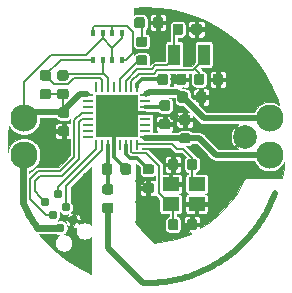
<source format=gbr>
G04 #@! TF.GenerationSoftware,KiCad,Pcbnew,5.1.0-unknown-567bdd9~82~ubuntu18.10.1*
G04 #@! TF.CreationDate,2019-04-01T09:59:20+02:00*
G04 #@! TF.ProjectId,weather,77656174-6865-4722-9e6b-696361645f70,1.2*
G04 #@! TF.SameCoordinates,Original*
G04 #@! TF.FileFunction,Copper,L1,Top*
G04 #@! TF.FilePolarity,Positive*
%FSLAX46Y46*%
G04 Gerber Fmt 4.6, Leading zero omitted, Abs format (unit mm)*
G04 Created by KiCad (PCBNEW 5.1.0-unknown-567bdd9~82~ubuntu18.10.1) date 2019-04-01 09:59:20*
%MOMM*%
%LPD*%
G04 APERTURE LIST*
%ADD10R,0.400000X0.550000*%
%ADD11C,2.000000*%
%ADD12C,0.100000*%
%ADD13C,0.875000*%
%ADD14C,0.787400*%
%ADD15C,2.300000*%
%ADD16R,1.000000X1.800000*%
%ADD17R,1.400000X1.200000*%
%ADD18R,0.250000X0.825000*%
%ADD19R,0.825000X0.250000*%
%ADD20R,3.600000X3.600000*%
%ADD21C,0.800000*%
%ADD22C,0.200000*%
%ADD23C,0.300000*%
%ADD24C,0.500000*%
%ADD25C,0.600000*%
G04 APERTURE END LIST*
D10*
X110050000Y-67450000D03*
X109250000Y-67450000D03*
X108450000Y-67450000D03*
X107650000Y-67450000D03*
X107650000Y-69750000D03*
X108450000Y-69750000D03*
X109250000Y-69750000D03*
X110050000Y-69750000D03*
D11*
X120525000Y-76275000D03*
D12*
G36*
X111802691Y-66126053D02*
G01*
X111823926Y-66129203D01*
X111844750Y-66134419D01*
X111864962Y-66141651D01*
X111884368Y-66150830D01*
X111902781Y-66161866D01*
X111920024Y-66174654D01*
X111935930Y-66189070D01*
X111950346Y-66204976D01*
X111963134Y-66222219D01*
X111974170Y-66240632D01*
X111983349Y-66260038D01*
X111990581Y-66280250D01*
X111995797Y-66301074D01*
X111998947Y-66322309D01*
X112000000Y-66343750D01*
X112000000Y-66856250D01*
X111998947Y-66877691D01*
X111995797Y-66898926D01*
X111990581Y-66919750D01*
X111983349Y-66939962D01*
X111974170Y-66959368D01*
X111963134Y-66977781D01*
X111950346Y-66995024D01*
X111935930Y-67010930D01*
X111920024Y-67025346D01*
X111902781Y-67038134D01*
X111884368Y-67049170D01*
X111864962Y-67058349D01*
X111844750Y-67065581D01*
X111823926Y-67070797D01*
X111802691Y-67073947D01*
X111781250Y-67075000D01*
X111343750Y-67075000D01*
X111322309Y-67073947D01*
X111301074Y-67070797D01*
X111280250Y-67065581D01*
X111260038Y-67058349D01*
X111240632Y-67049170D01*
X111222219Y-67038134D01*
X111204976Y-67025346D01*
X111189070Y-67010930D01*
X111174654Y-66995024D01*
X111161866Y-66977781D01*
X111150830Y-66959368D01*
X111141651Y-66939962D01*
X111134419Y-66919750D01*
X111129203Y-66898926D01*
X111126053Y-66877691D01*
X111125000Y-66856250D01*
X111125000Y-66343750D01*
X111126053Y-66322309D01*
X111129203Y-66301074D01*
X111134419Y-66280250D01*
X111141651Y-66260038D01*
X111150830Y-66240632D01*
X111161866Y-66222219D01*
X111174654Y-66204976D01*
X111189070Y-66189070D01*
X111204976Y-66174654D01*
X111222219Y-66161866D01*
X111240632Y-66150830D01*
X111260038Y-66141651D01*
X111280250Y-66134419D01*
X111301074Y-66129203D01*
X111322309Y-66126053D01*
X111343750Y-66125000D01*
X111781250Y-66125000D01*
X111802691Y-66126053D01*
X111802691Y-66126053D01*
G37*
D13*
X111562500Y-66600000D03*
D12*
G36*
X113377691Y-66126053D02*
G01*
X113398926Y-66129203D01*
X113419750Y-66134419D01*
X113439962Y-66141651D01*
X113459368Y-66150830D01*
X113477781Y-66161866D01*
X113495024Y-66174654D01*
X113510930Y-66189070D01*
X113525346Y-66204976D01*
X113538134Y-66222219D01*
X113549170Y-66240632D01*
X113558349Y-66260038D01*
X113565581Y-66280250D01*
X113570797Y-66301074D01*
X113573947Y-66322309D01*
X113575000Y-66343750D01*
X113575000Y-66856250D01*
X113573947Y-66877691D01*
X113570797Y-66898926D01*
X113565581Y-66919750D01*
X113558349Y-66939962D01*
X113549170Y-66959368D01*
X113538134Y-66977781D01*
X113525346Y-66995024D01*
X113510930Y-67010930D01*
X113495024Y-67025346D01*
X113477781Y-67038134D01*
X113459368Y-67049170D01*
X113439962Y-67058349D01*
X113419750Y-67065581D01*
X113398926Y-67070797D01*
X113377691Y-67073947D01*
X113356250Y-67075000D01*
X112918750Y-67075000D01*
X112897309Y-67073947D01*
X112876074Y-67070797D01*
X112855250Y-67065581D01*
X112835038Y-67058349D01*
X112815632Y-67049170D01*
X112797219Y-67038134D01*
X112779976Y-67025346D01*
X112764070Y-67010930D01*
X112749654Y-66995024D01*
X112736866Y-66977781D01*
X112725830Y-66959368D01*
X112716651Y-66939962D01*
X112709419Y-66919750D01*
X112704203Y-66898926D01*
X112701053Y-66877691D01*
X112700000Y-66856250D01*
X112700000Y-66343750D01*
X112701053Y-66322309D01*
X112704203Y-66301074D01*
X112709419Y-66280250D01*
X112716651Y-66260038D01*
X112725830Y-66240632D01*
X112736866Y-66222219D01*
X112749654Y-66204976D01*
X112764070Y-66189070D01*
X112779976Y-66174654D01*
X112797219Y-66161866D01*
X112815632Y-66150830D01*
X112835038Y-66141651D01*
X112855250Y-66134419D01*
X112876074Y-66129203D01*
X112897309Y-66126053D01*
X112918750Y-66125000D01*
X113356250Y-66125000D01*
X113377691Y-66126053D01*
X113377691Y-66126053D01*
G37*
D13*
X113137500Y-66600000D03*
D12*
G36*
X112027691Y-69351053D02*
G01*
X112048926Y-69354203D01*
X112069750Y-69359419D01*
X112089962Y-69366651D01*
X112109368Y-69375830D01*
X112127781Y-69386866D01*
X112145024Y-69399654D01*
X112160930Y-69414070D01*
X112175346Y-69429976D01*
X112188134Y-69447219D01*
X112199170Y-69465632D01*
X112208349Y-69485038D01*
X112215581Y-69505250D01*
X112220797Y-69526074D01*
X112223947Y-69547309D01*
X112225000Y-69568750D01*
X112225000Y-70006250D01*
X112223947Y-70027691D01*
X112220797Y-70048926D01*
X112215581Y-70069750D01*
X112208349Y-70089962D01*
X112199170Y-70109368D01*
X112188134Y-70127781D01*
X112175346Y-70145024D01*
X112160930Y-70160930D01*
X112145024Y-70175346D01*
X112127781Y-70188134D01*
X112109368Y-70199170D01*
X112089962Y-70208349D01*
X112069750Y-70215581D01*
X112048926Y-70220797D01*
X112027691Y-70223947D01*
X112006250Y-70225000D01*
X111493750Y-70225000D01*
X111472309Y-70223947D01*
X111451074Y-70220797D01*
X111430250Y-70215581D01*
X111410038Y-70208349D01*
X111390632Y-70199170D01*
X111372219Y-70188134D01*
X111354976Y-70175346D01*
X111339070Y-70160930D01*
X111324654Y-70145024D01*
X111311866Y-70127781D01*
X111300830Y-70109368D01*
X111291651Y-70089962D01*
X111284419Y-70069750D01*
X111279203Y-70048926D01*
X111276053Y-70027691D01*
X111275000Y-70006250D01*
X111275000Y-69568750D01*
X111276053Y-69547309D01*
X111279203Y-69526074D01*
X111284419Y-69505250D01*
X111291651Y-69485038D01*
X111300830Y-69465632D01*
X111311866Y-69447219D01*
X111324654Y-69429976D01*
X111339070Y-69414070D01*
X111354976Y-69399654D01*
X111372219Y-69386866D01*
X111390632Y-69375830D01*
X111410038Y-69366651D01*
X111430250Y-69359419D01*
X111451074Y-69354203D01*
X111472309Y-69351053D01*
X111493750Y-69350000D01*
X112006250Y-69350000D01*
X112027691Y-69351053D01*
X112027691Y-69351053D01*
G37*
D13*
X111750000Y-69787500D03*
D12*
G36*
X112027691Y-67776053D02*
G01*
X112048926Y-67779203D01*
X112069750Y-67784419D01*
X112089962Y-67791651D01*
X112109368Y-67800830D01*
X112127781Y-67811866D01*
X112145024Y-67824654D01*
X112160930Y-67839070D01*
X112175346Y-67854976D01*
X112188134Y-67872219D01*
X112199170Y-67890632D01*
X112208349Y-67910038D01*
X112215581Y-67930250D01*
X112220797Y-67951074D01*
X112223947Y-67972309D01*
X112225000Y-67993750D01*
X112225000Y-68431250D01*
X112223947Y-68452691D01*
X112220797Y-68473926D01*
X112215581Y-68494750D01*
X112208349Y-68514962D01*
X112199170Y-68534368D01*
X112188134Y-68552781D01*
X112175346Y-68570024D01*
X112160930Y-68585930D01*
X112145024Y-68600346D01*
X112127781Y-68613134D01*
X112109368Y-68624170D01*
X112089962Y-68633349D01*
X112069750Y-68640581D01*
X112048926Y-68645797D01*
X112027691Y-68648947D01*
X112006250Y-68650000D01*
X111493750Y-68650000D01*
X111472309Y-68648947D01*
X111451074Y-68645797D01*
X111430250Y-68640581D01*
X111410038Y-68633349D01*
X111390632Y-68624170D01*
X111372219Y-68613134D01*
X111354976Y-68600346D01*
X111339070Y-68585930D01*
X111324654Y-68570024D01*
X111311866Y-68552781D01*
X111300830Y-68534368D01*
X111291651Y-68514962D01*
X111284419Y-68494750D01*
X111279203Y-68473926D01*
X111276053Y-68452691D01*
X111275000Y-68431250D01*
X111275000Y-67993750D01*
X111276053Y-67972309D01*
X111279203Y-67951074D01*
X111284419Y-67930250D01*
X111291651Y-67910038D01*
X111300830Y-67890632D01*
X111311866Y-67872219D01*
X111324654Y-67854976D01*
X111339070Y-67839070D01*
X111354976Y-67824654D01*
X111372219Y-67811866D01*
X111390632Y-67800830D01*
X111410038Y-67791651D01*
X111430250Y-67784419D01*
X111451074Y-67779203D01*
X111472309Y-67776053D01*
X111493750Y-67775000D01*
X112006250Y-67775000D01*
X112027691Y-67776053D01*
X112027691Y-67776053D01*
G37*
D13*
X111750000Y-68212500D03*
D14*
X105934926Y-83332352D03*
X104835074Y-83967352D03*
X105299926Y-82232500D03*
X104200074Y-82867500D03*
X104664926Y-81132648D03*
X103565074Y-81767648D03*
D15*
X101770000Y-74700000D03*
X101770000Y-77800000D03*
X122570000Y-77800000D03*
X122570000Y-74700000D03*
D12*
G36*
X117027691Y-72426053D02*
G01*
X117048926Y-72429203D01*
X117069750Y-72434419D01*
X117089962Y-72441651D01*
X117109368Y-72450830D01*
X117127781Y-72461866D01*
X117145024Y-72474654D01*
X117160930Y-72489070D01*
X117175346Y-72504976D01*
X117188134Y-72522219D01*
X117199170Y-72540632D01*
X117208349Y-72560038D01*
X117215581Y-72580250D01*
X117220797Y-72601074D01*
X117223947Y-72622309D01*
X117225000Y-72643750D01*
X117225000Y-73156250D01*
X117223947Y-73177691D01*
X117220797Y-73198926D01*
X117215581Y-73219750D01*
X117208349Y-73239962D01*
X117199170Y-73259368D01*
X117188134Y-73277781D01*
X117175346Y-73295024D01*
X117160930Y-73310930D01*
X117145024Y-73325346D01*
X117127781Y-73338134D01*
X117109368Y-73349170D01*
X117089962Y-73358349D01*
X117069750Y-73365581D01*
X117048926Y-73370797D01*
X117027691Y-73373947D01*
X117006250Y-73375000D01*
X116568750Y-73375000D01*
X116547309Y-73373947D01*
X116526074Y-73370797D01*
X116505250Y-73365581D01*
X116485038Y-73358349D01*
X116465632Y-73349170D01*
X116447219Y-73338134D01*
X116429976Y-73325346D01*
X116414070Y-73310930D01*
X116399654Y-73295024D01*
X116386866Y-73277781D01*
X116375830Y-73259368D01*
X116366651Y-73239962D01*
X116359419Y-73219750D01*
X116354203Y-73198926D01*
X116351053Y-73177691D01*
X116350000Y-73156250D01*
X116350000Y-72643750D01*
X116351053Y-72622309D01*
X116354203Y-72601074D01*
X116359419Y-72580250D01*
X116366651Y-72560038D01*
X116375830Y-72540632D01*
X116386866Y-72522219D01*
X116399654Y-72504976D01*
X116414070Y-72489070D01*
X116429976Y-72474654D01*
X116447219Y-72461866D01*
X116465632Y-72450830D01*
X116485038Y-72441651D01*
X116505250Y-72434419D01*
X116526074Y-72429203D01*
X116547309Y-72426053D01*
X116568750Y-72425000D01*
X117006250Y-72425000D01*
X117027691Y-72426053D01*
X117027691Y-72426053D01*
G37*
D13*
X116787500Y-72900000D03*
D12*
G36*
X115452691Y-72426053D02*
G01*
X115473926Y-72429203D01*
X115494750Y-72434419D01*
X115514962Y-72441651D01*
X115534368Y-72450830D01*
X115552781Y-72461866D01*
X115570024Y-72474654D01*
X115585930Y-72489070D01*
X115600346Y-72504976D01*
X115613134Y-72522219D01*
X115624170Y-72540632D01*
X115633349Y-72560038D01*
X115640581Y-72580250D01*
X115645797Y-72601074D01*
X115648947Y-72622309D01*
X115650000Y-72643750D01*
X115650000Y-73156250D01*
X115648947Y-73177691D01*
X115645797Y-73198926D01*
X115640581Y-73219750D01*
X115633349Y-73239962D01*
X115624170Y-73259368D01*
X115613134Y-73277781D01*
X115600346Y-73295024D01*
X115585930Y-73310930D01*
X115570024Y-73325346D01*
X115552781Y-73338134D01*
X115534368Y-73349170D01*
X115514962Y-73358349D01*
X115494750Y-73365581D01*
X115473926Y-73370797D01*
X115452691Y-73373947D01*
X115431250Y-73375000D01*
X114993750Y-73375000D01*
X114972309Y-73373947D01*
X114951074Y-73370797D01*
X114930250Y-73365581D01*
X114910038Y-73358349D01*
X114890632Y-73349170D01*
X114872219Y-73338134D01*
X114854976Y-73325346D01*
X114839070Y-73310930D01*
X114824654Y-73295024D01*
X114811866Y-73277781D01*
X114800830Y-73259368D01*
X114791651Y-73239962D01*
X114784419Y-73219750D01*
X114779203Y-73198926D01*
X114776053Y-73177691D01*
X114775000Y-73156250D01*
X114775000Y-72643750D01*
X114776053Y-72622309D01*
X114779203Y-72601074D01*
X114784419Y-72580250D01*
X114791651Y-72560038D01*
X114800830Y-72540632D01*
X114811866Y-72522219D01*
X114824654Y-72504976D01*
X114839070Y-72489070D01*
X114854976Y-72474654D01*
X114872219Y-72461866D01*
X114890632Y-72450830D01*
X114910038Y-72441651D01*
X114930250Y-72434419D01*
X114951074Y-72429203D01*
X114972309Y-72426053D01*
X114993750Y-72425000D01*
X115431250Y-72425000D01*
X115452691Y-72426053D01*
X115452691Y-72426053D01*
G37*
D13*
X115212500Y-72900000D03*
D12*
G36*
X105427691Y-73776053D02*
G01*
X105448926Y-73779203D01*
X105469750Y-73784419D01*
X105489962Y-73791651D01*
X105509368Y-73800830D01*
X105527781Y-73811866D01*
X105545024Y-73824654D01*
X105560930Y-73839070D01*
X105575346Y-73854976D01*
X105588134Y-73872219D01*
X105599170Y-73890632D01*
X105608349Y-73910038D01*
X105615581Y-73930250D01*
X105620797Y-73951074D01*
X105623947Y-73972309D01*
X105625000Y-73993750D01*
X105625000Y-74431250D01*
X105623947Y-74452691D01*
X105620797Y-74473926D01*
X105615581Y-74494750D01*
X105608349Y-74514962D01*
X105599170Y-74534368D01*
X105588134Y-74552781D01*
X105575346Y-74570024D01*
X105560930Y-74585930D01*
X105545024Y-74600346D01*
X105527781Y-74613134D01*
X105509368Y-74624170D01*
X105489962Y-74633349D01*
X105469750Y-74640581D01*
X105448926Y-74645797D01*
X105427691Y-74648947D01*
X105406250Y-74650000D01*
X104893750Y-74650000D01*
X104872309Y-74648947D01*
X104851074Y-74645797D01*
X104830250Y-74640581D01*
X104810038Y-74633349D01*
X104790632Y-74624170D01*
X104772219Y-74613134D01*
X104754976Y-74600346D01*
X104739070Y-74585930D01*
X104724654Y-74570024D01*
X104711866Y-74552781D01*
X104700830Y-74534368D01*
X104691651Y-74514962D01*
X104684419Y-74494750D01*
X104679203Y-74473926D01*
X104676053Y-74452691D01*
X104675000Y-74431250D01*
X104675000Y-73993750D01*
X104676053Y-73972309D01*
X104679203Y-73951074D01*
X104684419Y-73930250D01*
X104691651Y-73910038D01*
X104700830Y-73890632D01*
X104711866Y-73872219D01*
X104724654Y-73854976D01*
X104739070Y-73839070D01*
X104754976Y-73824654D01*
X104772219Y-73811866D01*
X104790632Y-73800830D01*
X104810038Y-73791651D01*
X104830250Y-73784419D01*
X104851074Y-73779203D01*
X104872309Y-73776053D01*
X104893750Y-73775000D01*
X105406250Y-73775000D01*
X105427691Y-73776053D01*
X105427691Y-73776053D01*
G37*
D13*
X105150000Y-74212500D03*
D12*
G36*
X105427691Y-75351053D02*
G01*
X105448926Y-75354203D01*
X105469750Y-75359419D01*
X105489962Y-75366651D01*
X105509368Y-75375830D01*
X105527781Y-75386866D01*
X105545024Y-75399654D01*
X105560930Y-75414070D01*
X105575346Y-75429976D01*
X105588134Y-75447219D01*
X105599170Y-75465632D01*
X105608349Y-75485038D01*
X105615581Y-75505250D01*
X105620797Y-75526074D01*
X105623947Y-75547309D01*
X105625000Y-75568750D01*
X105625000Y-76006250D01*
X105623947Y-76027691D01*
X105620797Y-76048926D01*
X105615581Y-76069750D01*
X105608349Y-76089962D01*
X105599170Y-76109368D01*
X105588134Y-76127781D01*
X105575346Y-76145024D01*
X105560930Y-76160930D01*
X105545024Y-76175346D01*
X105527781Y-76188134D01*
X105509368Y-76199170D01*
X105489962Y-76208349D01*
X105469750Y-76215581D01*
X105448926Y-76220797D01*
X105427691Y-76223947D01*
X105406250Y-76225000D01*
X104893750Y-76225000D01*
X104872309Y-76223947D01*
X104851074Y-76220797D01*
X104830250Y-76215581D01*
X104810038Y-76208349D01*
X104790632Y-76199170D01*
X104772219Y-76188134D01*
X104754976Y-76175346D01*
X104739070Y-76160930D01*
X104724654Y-76145024D01*
X104711866Y-76127781D01*
X104700830Y-76109368D01*
X104691651Y-76089962D01*
X104684419Y-76069750D01*
X104679203Y-76048926D01*
X104676053Y-76027691D01*
X104675000Y-76006250D01*
X104675000Y-75568750D01*
X104676053Y-75547309D01*
X104679203Y-75526074D01*
X104684419Y-75505250D01*
X104691651Y-75485038D01*
X104700830Y-75465632D01*
X104711866Y-75447219D01*
X104724654Y-75429976D01*
X104739070Y-75414070D01*
X104754976Y-75399654D01*
X104772219Y-75386866D01*
X104790632Y-75375830D01*
X104810038Y-75366651D01*
X104830250Y-75359419D01*
X104851074Y-75354203D01*
X104872309Y-75351053D01*
X104893750Y-75350000D01*
X105406250Y-75350000D01*
X105427691Y-75351053D01*
X105427691Y-75351053D01*
G37*
D13*
X105150000Y-75787500D03*
D16*
X114500000Y-69300000D03*
X117000000Y-69300000D03*
D17*
X114200000Y-81950000D03*
X116400000Y-81950000D03*
X116400000Y-80250000D03*
X114200000Y-80250000D03*
D12*
G36*
X116852691Y-70926053D02*
G01*
X116873926Y-70929203D01*
X116894750Y-70934419D01*
X116914962Y-70941651D01*
X116934368Y-70950830D01*
X116952781Y-70961866D01*
X116970024Y-70974654D01*
X116985930Y-70989070D01*
X117000346Y-71004976D01*
X117013134Y-71022219D01*
X117024170Y-71040632D01*
X117033349Y-71060038D01*
X117040581Y-71080250D01*
X117045797Y-71101074D01*
X117048947Y-71122309D01*
X117050000Y-71143750D01*
X117050000Y-71656250D01*
X117048947Y-71677691D01*
X117045797Y-71698926D01*
X117040581Y-71719750D01*
X117033349Y-71739962D01*
X117024170Y-71759368D01*
X117013134Y-71777781D01*
X117000346Y-71795024D01*
X116985930Y-71810930D01*
X116970024Y-71825346D01*
X116952781Y-71838134D01*
X116934368Y-71849170D01*
X116914962Y-71858349D01*
X116894750Y-71865581D01*
X116873926Y-71870797D01*
X116852691Y-71873947D01*
X116831250Y-71875000D01*
X116393750Y-71875000D01*
X116372309Y-71873947D01*
X116351074Y-71870797D01*
X116330250Y-71865581D01*
X116310038Y-71858349D01*
X116290632Y-71849170D01*
X116272219Y-71838134D01*
X116254976Y-71825346D01*
X116239070Y-71810930D01*
X116224654Y-71795024D01*
X116211866Y-71777781D01*
X116200830Y-71759368D01*
X116191651Y-71739962D01*
X116184419Y-71719750D01*
X116179203Y-71698926D01*
X116176053Y-71677691D01*
X116175000Y-71656250D01*
X116175000Y-71143750D01*
X116176053Y-71122309D01*
X116179203Y-71101074D01*
X116184419Y-71080250D01*
X116191651Y-71060038D01*
X116200830Y-71040632D01*
X116211866Y-71022219D01*
X116224654Y-71004976D01*
X116239070Y-70989070D01*
X116254976Y-70974654D01*
X116272219Y-70961866D01*
X116290632Y-70950830D01*
X116310038Y-70941651D01*
X116330250Y-70934419D01*
X116351074Y-70929203D01*
X116372309Y-70926053D01*
X116393750Y-70925000D01*
X116831250Y-70925000D01*
X116852691Y-70926053D01*
X116852691Y-70926053D01*
G37*
D13*
X116612500Y-71400000D03*
D12*
G36*
X118427691Y-70926053D02*
G01*
X118448926Y-70929203D01*
X118469750Y-70934419D01*
X118489962Y-70941651D01*
X118509368Y-70950830D01*
X118527781Y-70961866D01*
X118545024Y-70974654D01*
X118560930Y-70989070D01*
X118575346Y-71004976D01*
X118588134Y-71022219D01*
X118599170Y-71040632D01*
X118608349Y-71060038D01*
X118615581Y-71080250D01*
X118620797Y-71101074D01*
X118623947Y-71122309D01*
X118625000Y-71143750D01*
X118625000Y-71656250D01*
X118623947Y-71677691D01*
X118620797Y-71698926D01*
X118615581Y-71719750D01*
X118608349Y-71739962D01*
X118599170Y-71759368D01*
X118588134Y-71777781D01*
X118575346Y-71795024D01*
X118560930Y-71810930D01*
X118545024Y-71825346D01*
X118527781Y-71838134D01*
X118509368Y-71849170D01*
X118489962Y-71858349D01*
X118469750Y-71865581D01*
X118448926Y-71870797D01*
X118427691Y-71873947D01*
X118406250Y-71875000D01*
X117968750Y-71875000D01*
X117947309Y-71873947D01*
X117926074Y-71870797D01*
X117905250Y-71865581D01*
X117885038Y-71858349D01*
X117865632Y-71849170D01*
X117847219Y-71838134D01*
X117829976Y-71825346D01*
X117814070Y-71810930D01*
X117799654Y-71795024D01*
X117786866Y-71777781D01*
X117775830Y-71759368D01*
X117766651Y-71739962D01*
X117759419Y-71719750D01*
X117754203Y-71698926D01*
X117751053Y-71677691D01*
X117750000Y-71656250D01*
X117750000Y-71143750D01*
X117751053Y-71122309D01*
X117754203Y-71101074D01*
X117759419Y-71080250D01*
X117766651Y-71060038D01*
X117775830Y-71040632D01*
X117786866Y-71022219D01*
X117799654Y-71004976D01*
X117814070Y-70989070D01*
X117829976Y-70974654D01*
X117847219Y-70961866D01*
X117865632Y-70950830D01*
X117885038Y-70941651D01*
X117905250Y-70934419D01*
X117926074Y-70929203D01*
X117947309Y-70926053D01*
X117968750Y-70925000D01*
X118406250Y-70925000D01*
X118427691Y-70926053D01*
X118427691Y-70926053D01*
G37*
D13*
X118187500Y-71400000D03*
D12*
G36*
X116627691Y-66676053D02*
G01*
X116648926Y-66679203D01*
X116669750Y-66684419D01*
X116689962Y-66691651D01*
X116709368Y-66700830D01*
X116727781Y-66711866D01*
X116745024Y-66724654D01*
X116760930Y-66739070D01*
X116775346Y-66754976D01*
X116788134Y-66772219D01*
X116799170Y-66790632D01*
X116808349Y-66810038D01*
X116815581Y-66830250D01*
X116820797Y-66851074D01*
X116823947Y-66872309D01*
X116825000Y-66893750D01*
X116825000Y-67406250D01*
X116823947Y-67427691D01*
X116820797Y-67448926D01*
X116815581Y-67469750D01*
X116808349Y-67489962D01*
X116799170Y-67509368D01*
X116788134Y-67527781D01*
X116775346Y-67545024D01*
X116760930Y-67560930D01*
X116745024Y-67575346D01*
X116727781Y-67588134D01*
X116709368Y-67599170D01*
X116689962Y-67608349D01*
X116669750Y-67615581D01*
X116648926Y-67620797D01*
X116627691Y-67623947D01*
X116606250Y-67625000D01*
X116168750Y-67625000D01*
X116147309Y-67623947D01*
X116126074Y-67620797D01*
X116105250Y-67615581D01*
X116085038Y-67608349D01*
X116065632Y-67599170D01*
X116047219Y-67588134D01*
X116029976Y-67575346D01*
X116014070Y-67560930D01*
X115999654Y-67545024D01*
X115986866Y-67527781D01*
X115975830Y-67509368D01*
X115966651Y-67489962D01*
X115959419Y-67469750D01*
X115954203Y-67448926D01*
X115951053Y-67427691D01*
X115950000Y-67406250D01*
X115950000Y-66893750D01*
X115951053Y-66872309D01*
X115954203Y-66851074D01*
X115959419Y-66830250D01*
X115966651Y-66810038D01*
X115975830Y-66790632D01*
X115986866Y-66772219D01*
X115999654Y-66754976D01*
X116014070Y-66739070D01*
X116029976Y-66724654D01*
X116047219Y-66711866D01*
X116065632Y-66700830D01*
X116085038Y-66691651D01*
X116105250Y-66684419D01*
X116126074Y-66679203D01*
X116147309Y-66676053D01*
X116168750Y-66675000D01*
X116606250Y-66675000D01*
X116627691Y-66676053D01*
X116627691Y-66676053D01*
G37*
D13*
X116387500Y-67150000D03*
D12*
G36*
X115052691Y-66676053D02*
G01*
X115073926Y-66679203D01*
X115094750Y-66684419D01*
X115114962Y-66691651D01*
X115134368Y-66700830D01*
X115152781Y-66711866D01*
X115170024Y-66724654D01*
X115185930Y-66739070D01*
X115200346Y-66754976D01*
X115213134Y-66772219D01*
X115224170Y-66790632D01*
X115233349Y-66810038D01*
X115240581Y-66830250D01*
X115245797Y-66851074D01*
X115248947Y-66872309D01*
X115250000Y-66893750D01*
X115250000Y-67406250D01*
X115248947Y-67427691D01*
X115245797Y-67448926D01*
X115240581Y-67469750D01*
X115233349Y-67489962D01*
X115224170Y-67509368D01*
X115213134Y-67527781D01*
X115200346Y-67545024D01*
X115185930Y-67560930D01*
X115170024Y-67575346D01*
X115152781Y-67588134D01*
X115134368Y-67599170D01*
X115114962Y-67608349D01*
X115094750Y-67615581D01*
X115073926Y-67620797D01*
X115052691Y-67623947D01*
X115031250Y-67625000D01*
X114593750Y-67625000D01*
X114572309Y-67623947D01*
X114551074Y-67620797D01*
X114530250Y-67615581D01*
X114510038Y-67608349D01*
X114490632Y-67599170D01*
X114472219Y-67588134D01*
X114454976Y-67575346D01*
X114439070Y-67560930D01*
X114424654Y-67545024D01*
X114411866Y-67527781D01*
X114400830Y-67509368D01*
X114391651Y-67489962D01*
X114384419Y-67469750D01*
X114379203Y-67448926D01*
X114376053Y-67427691D01*
X114375000Y-67406250D01*
X114375000Y-66893750D01*
X114376053Y-66872309D01*
X114379203Y-66851074D01*
X114384419Y-66830250D01*
X114391651Y-66810038D01*
X114400830Y-66790632D01*
X114411866Y-66772219D01*
X114424654Y-66754976D01*
X114439070Y-66739070D01*
X114454976Y-66724654D01*
X114472219Y-66711866D01*
X114490632Y-66700830D01*
X114510038Y-66691651D01*
X114530250Y-66684419D01*
X114551074Y-66679203D01*
X114572309Y-66676053D01*
X114593750Y-66675000D01*
X115031250Y-66675000D01*
X115052691Y-66676053D01*
X115052691Y-66676053D01*
G37*
D13*
X114812500Y-67150000D03*
D12*
G36*
X103852691Y-70626053D02*
G01*
X103873926Y-70629203D01*
X103894750Y-70634419D01*
X103914962Y-70641651D01*
X103934368Y-70650830D01*
X103952781Y-70661866D01*
X103970024Y-70674654D01*
X103985930Y-70689070D01*
X104000346Y-70704976D01*
X104013134Y-70722219D01*
X104024170Y-70740632D01*
X104033349Y-70760038D01*
X104040581Y-70780250D01*
X104045797Y-70801074D01*
X104048947Y-70822309D01*
X104050000Y-70843750D01*
X104050000Y-71281250D01*
X104048947Y-71302691D01*
X104045797Y-71323926D01*
X104040581Y-71344750D01*
X104033349Y-71364962D01*
X104024170Y-71384368D01*
X104013134Y-71402781D01*
X104000346Y-71420024D01*
X103985930Y-71435930D01*
X103970024Y-71450346D01*
X103952781Y-71463134D01*
X103934368Y-71474170D01*
X103914962Y-71483349D01*
X103894750Y-71490581D01*
X103873926Y-71495797D01*
X103852691Y-71498947D01*
X103831250Y-71500000D01*
X103318750Y-71500000D01*
X103297309Y-71498947D01*
X103276074Y-71495797D01*
X103255250Y-71490581D01*
X103235038Y-71483349D01*
X103215632Y-71474170D01*
X103197219Y-71463134D01*
X103179976Y-71450346D01*
X103164070Y-71435930D01*
X103149654Y-71420024D01*
X103136866Y-71402781D01*
X103125830Y-71384368D01*
X103116651Y-71364962D01*
X103109419Y-71344750D01*
X103104203Y-71323926D01*
X103101053Y-71302691D01*
X103100000Y-71281250D01*
X103100000Y-70843750D01*
X103101053Y-70822309D01*
X103104203Y-70801074D01*
X103109419Y-70780250D01*
X103116651Y-70760038D01*
X103125830Y-70740632D01*
X103136866Y-70722219D01*
X103149654Y-70704976D01*
X103164070Y-70689070D01*
X103179976Y-70674654D01*
X103197219Y-70661866D01*
X103215632Y-70650830D01*
X103235038Y-70641651D01*
X103255250Y-70634419D01*
X103276074Y-70629203D01*
X103297309Y-70626053D01*
X103318750Y-70625000D01*
X103831250Y-70625000D01*
X103852691Y-70626053D01*
X103852691Y-70626053D01*
G37*
D13*
X103575000Y-71062500D03*
D12*
G36*
X103852691Y-72201053D02*
G01*
X103873926Y-72204203D01*
X103894750Y-72209419D01*
X103914962Y-72216651D01*
X103934368Y-72225830D01*
X103952781Y-72236866D01*
X103970024Y-72249654D01*
X103985930Y-72264070D01*
X104000346Y-72279976D01*
X104013134Y-72297219D01*
X104024170Y-72315632D01*
X104033349Y-72335038D01*
X104040581Y-72355250D01*
X104045797Y-72376074D01*
X104048947Y-72397309D01*
X104050000Y-72418750D01*
X104050000Y-72856250D01*
X104048947Y-72877691D01*
X104045797Y-72898926D01*
X104040581Y-72919750D01*
X104033349Y-72939962D01*
X104024170Y-72959368D01*
X104013134Y-72977781D01*
X104000346Y-72995024D01*
X103985930Y-73010930D01*
X103970024Y-73025346D01*
X103952781Y-73038134D01*
X103934368Y-73049170D01*
X103914962Y-73058349D01*
X103894750Y-73065581D01*
X103873926Y-73070797D01*
X103852691Y-73073947D01*
X103831250Y-73075000D01*
X103318750Y-73075000D01*
X103297309Y-73073947D01*
X103276074Y-73070797D01*
X103255250Y-73065581D01*
X103235038Y-73058349D01*
X103215632Y-73049170D01*
X103197219Y-73038134D01*
X103179976Y-73025346D01*
X103164070Y-73010930D01*
X103149654Y-72995024D01*
X103136866Y-72977781D01*
X103125830Y-72959368D01*
X103116651Y-72939962D01*
X103109419Y-72919750D01*
X103104203Y-72898926D01*
X103101053Y-72877691D01*
X103100000Y-72856250D01*
X103100000Y-72418750D01*
X103101053Y-72397309D01*
X103104203Y-72376074D01*
X103109419Y-72355250D01*
X103116651Y-72335038D01*
X103125830Y-72315632D01*
X103136866Y-72297219D01*
X103149654Y-72279976D01*
X103164070Y-72264070D01*
X103179976Y-72249654D01*
X103197219Y-72236866D01*
X103215632Y-72225830D01*
X103235038Y-72216651D01*
X103255250Y-72209419D01*
X103276074Y-72204203D01*
X103297309Y-72201053D01*
X103318750Y-72200000D01*
X103831250Y-72200000D01*
X103852691Y-72201053D01*
X103852691Y-72201053D01*
G37*
D13*
X103575000Y-72637500D03*
D12*
G36*
X105352691Y-72201053D02*
G01*
X105373926Y-72204203D01*
X105394750Y-72209419D01*
X105414962Y-72216651D01*
X105434368Y-72225830D01*
X105452781Y-72236866D01*
X105470024Y-72249654D01*
X105485930Y-72264070D01*
X105500346Y-72279976D01*
X105513134Y-72297219D01*
X105524170Y-72315632D01*
X105533349Y-72335038D01*
X105540581Y-72355250D01*
X105545797Y-72376074D01*
X105548947Y-72397309D01*
X105550000Y-72418750D01*
X105550000Y-72856250D01*
X105548947Y-72877691D01*
X105545797Y-72898926D01*
X105540581Y-72919750D01*
X105533349Y-72939962D01*
X105524170Y-72959368D01*
X105513134Y-72977781D01*
X105500346Y-72995024D01*
X105485930Y-73010930D01*
X105470024Y-73025346D01*
X105452781Y-73038134D01*
X105434368Y-73049170D01*
X105414962Y-73058349D01*
X105394750Y-73065581D01*
X105373926Y-73070797D01*
X105352691Y-73073947D01*
X105331250Y-73075000D01*
X104818750Y-73075000D01*
X104797309Y-73073947D01*
X104776074Y-73070797D01*
X104755250Y-73065581D01*
X104735038Y-73058349D01*
X104715632Y-73049170D01*
X104697219Y-73038134D01*
X104679976Y-73025346D01*
X104664070Y-73010930D01*
X104649654Y-72995024D01*
X104636866Y-72977781D01*
X104625830Y-72959368D01*
X104616651Y-72939962D01*
X104609419Y-72919750D01*
X104604203Y-72898926D01*
X104601053Y-72877691D01*
X104600000Y-72856250D01*
X104600000Y-72418750D01*
X104601053Y-72397309D01*
X104604203Y-72376074D01*
X104609419Y-72355250D01*
X104616651Y-72335038D01*
X104625830Y-72315632D01*
X104636866Y-72297219D01*
X104649654Y-72279976D01*
X104664070Y-72264070D01*
X104679976Y-72249654D01*
X104697219Y-72236866D01*
X104715632Y-72225830D01*
X104735038Y-72216651D01*
X104755250Y-72209419D01*
X104776074Y-72204203D01*
X104797309Y-72201053D01*
X104818750Y-72200000D01*
X105331250Y-72200000D01*
X105352691Y-72201053D01*
X105352691Y-72201053D01*
G37*
D13*
X105075000Y-72637500D03*
D12*
G36*
X105352691Y-70626053D02*
G01*
X105373926Y-70629203D01*
X105394750Y-70634419D01*
X105414962Y-70641651D01*
X105434368Y-70650830D01*
X105452781Y-70661866D01*
X105470024Y-70674654D01*
X105485930Y-70689070D01*
X105500346Y-70704976D01*
X105513134Y-70722219D01*
X105524170Y-70740632D01*
X105533349Y-70760038D01*
X105540581Y-70780250D01*
X105545797Y-70801074D01*
X105548947Y-70822309D01*
X105550000Y-70843750D01*
X105550000Y-71281250D01*
X105548947Y-71302691D01*
X105545797Y-71323926D01*
X105540581Y-71344750D01*
X105533349Y-71364962D01*
X105524170Y-71384368D01*
X105513134Y-71402781D01*
X105500346Y-71420024D01*
X105485930Y-71435930D01*
X105470024Y-71450346D01*
X105452781Y-71463134D01*
X105434368Y-71474170D01*
X105414962Y-71483349D01*
X105394750Y-71490581D01*
X105373926Y-71495797D01*
X105352691Y-71498947D01*
X105331250Y-71500000D01*
X104818750Y-71500000D01*
X104797309Y-71498947D01*
X104776074Y-71495797D01*
X104755250Y-71490581D01*
X104735038Y-71483349D01*
X104715632Y-71474170D01*
X104697219Y-71463134D01*
X104679976Y-71450346D01*
X104664070Y-71435930D01*
X104649654Y-71420024D01*
X104636866Y-71402781D01*
X104625830Y-71384368D01*
X104616651Y-71364962D01*
X104609419Y-71344750D01*
X104604203Y-71323926D01*
X104601053Y-71302691D01*
X104600000Y-71281250D01*
X104600000Y-70843750D01*
X104601053Y-70822309D01*
X104604203Y-70801074D01*
X104609419Y-70780250D01*
X104616651Y-70760038D01*
X104625830Y-70740632D01*
X104636866Y-70722219D01*
X104649654Y-70704976D01*
X104664070Y-70689070D01*
X104679976Y-70674654D01*
X104697219Y-70661866D01*
X104715632Y-70650830D01*
X104735038Y-70641651D01*
X104755250Y-70634419D01*
X104776074Y-70629203D01*
X104797309Y-70626053D01*
X104818750Y-70625000D01*
X105331250Y-70625000D01*
X105352691Y-70626053D01*
X105352691Y-70626053D01*
G37*
D13*
X105075000Y-71062500D03*
D12*
G36*
X116227691Y-83226053D02*
G01*
X116248926Y-83229203D01*
X116269750Y-83234419D01*
X116289962Y-83241651D01*
X116309368Y-83250830D01*
X116327781Y-83261866D01*
X116345024Y-83274654D01*
X116360930Y-83289070D01*
X116375346Y-83304976D01*
X116388134Y-83322219D01*
X116399170Y-83340632D01*
X116408349Y-83360038D01*
X116415581Y-83380250D01*
X116420797Y-83401074D01*
X116423947Y-83422309D01*
X116425000Y-83443750D01*
X116425000Y-83956250D01*
X116423947Y-83977691D01*
X116420797Y-83998926D01*
X116415581Y-84019750D01*
X116408349Y-84039962D01*
X116399170Y-84059368D01*
X116388134Y-84077781D01*
X116375346Y-84095024D01*
X116360930Y-84110930D01*
X116345024Y-84125346D01*
X116327781Y-84138134D01*
X116309368Y-84149170D01*
X116289962Y-84158349D01*
X116269750Y-84165581D01*
X116248926Y-84170797D01*
X116227691Y-84173947D01*
X116206250Y-84175000D01*
X115768750Y-84175000D01*
X115747309Y-84173947D01*
X115726074Y-84170797D01*
X115705250Y-84165581D01*
X115685038Y-84158349D01*
X115665632Y-84149170D01*
X115647219Y-84138134D01*
X115629976Y-84125346D01*
X115614070Y-84110930D01*
X115599654Y-84095024D01*
X115586866Y-84077781D01*
X115575830Y-84059368D01*
X115566651Y-84039962D01*
X115559419Y-84019750D01*
X115554203Y-83998926D01*
X115551053Y-83977691D01*
X115550000Y-83956250D01*
X115550000Y-83443750D01*
X115551053Y-83422309D01*
X115554203Y-83401074D01*
X115559419Y-83380250D01*
X115566651Y-83360038D01*
X115575830Y-83340632D01*
X115586866Y-83322219D01*
X115599654Y-83304976D01*
X115614070Y-83289070D01*
X115629976Y-83274654D01*
X115647219Y-83261866D01*
X115665632Y-83250830D01*
X115685038Y-83241651D01*
X115705250Y-83234419D01*
X115726074Y-83229203D01*
X115747309Y-83226053D01*
X115768750Y-83225000D01*
X116206250Y-83225000D01*
X116227691Y-83226053D01*
X116227691Y-83226053D01*
G37*
D13*
X115987500Y-83700000D03*
D12*
G36*
X114652691Y-83226053D02*
G01*
X114673926Y-83229203D01*
X114694750Y-83234419D01*
X114714962Y-83241651D01*
X114734368Y-83250830D01*
X114752781Y-83261866D01*
X114770024Y-83274654D01*
X114785930Y-83289070D01*
X114800346Y-83304976D01*
X114813134Y-83322219D01*
X114824170Y-83340632D01*
X114833349Y-83360038D01*
X114840581Y-83380250D01*
X114845797Y-83401074D01*
X114848947Y-83422309D01*
X114850000Y-83443750D01*
X114850000Y-83956250D01*
X114848947Y-83977691D01*
X114845797Y-83998926D01*
X114840581Y-84019750D01*
X114833349Y-84039962D01*
X114824170Y-84059368D01*
X114813134Y-84077781D01*
X114800346Y-84095024D01*
X114785930Y-84110930D01*
X114770024Y-84125346D01*
X114752781Y-84138134D01*
X114734368Y-84149170D01*
X114714962Y-84158349D01*
X114694750Y-84165581D01*
X114673926Y-84170797D01*
X114652691Y-84173947D01*
X114631250Y-84175000D01*
X114193750Y-84175000D01*
X114172309Y-84173947D01*
X114151074Y-84170797D01*
X114130250Y-84165581D01*
X114110038Y-84158349D01*
X114090632Y-84149170D01*
X114072219Y-84138134D01*
X114054976Y-84125346D01*
X114039070Y-84110930D01*
X114024654Y-84095024D01*
X114011866Y-84077781D01*
X114000830Y-84059368D01*
X113991651Y-84039962D01*
X113984419Y-84019750D01*
X113979203Y-83998926D01*
X113976053Y-83977691D01*
X113975000Y-83956250D01*
X113975000Y-83443750D01*
X113976053Y-83422309D01*
X113979203Y-83401074D01*
X113984419Y-83380250D01*
X113991651Y-83360038D01*
X114000830Y-83340632D01*
X114011866Y-83322219D01*
X114024654Y-83304976D01*
X114039070Y-83289070D01*
X114054976Y-83274654D01*
X114072219Y-83261866D01*
X114090632Y-83250830D01*
X114110038Y-83241651D01*
X114130250Y-83234419D01*
X114151074Y-83229203D01*
X114172309Y-83226053D01*
X114193750Y-83225000D01*
X114631250Y-83225000D01*
X114652691Y-83226053D01*
X114652691Y-83226053D01*
G37*
D13*
X114412500Y-83700000D03*
D12*
G36*
X116227691Y-78126053D02*
G01*
X116248926Y-78129203D01*
X116269750Y-78134419D01*
X116289962Y-78141651D01*
X116309368Y-78150830D01*
X116327781Y-78161866D01*
X116345024Y-78174654D01*
X116360930Y-78189070D01*
X116375346Y-78204976D01*
X116388134Y-78222219D01*
X116399170Y-78240632D01*
X116408349Y-78260038D01*
X116415581Y-78280250D01*
X116420797Y-78301074D01*
X116423947Y-78322309D01*
X116425000Y-78343750D01*
X116425000Y-78856250D01*
X116423947Y-78877691D01*
X116420797Y-78898926D01*
X116415581Y-78919750D01*
X116408349Y-78939962D01*
X116399170Y-78959368D01*
X116388134Y-78977781D01*
X116375346Y-78995024D01*
X116360930Y-79010930D01*
X116345024Y-79025346D01*
X116327781Y-79038134D01*
X116309368Y-79049170D01*
X116289962Y-79058349D01*
X116269750Y-79065581D01*
X116248926Y-79070797D01*
X116227691Y-79073947D01*
X116206250Y-79075000D01*
X115768750Y-79075000D01*
X115747309Y-79073947D01*
X115726074Y-79070797D01*
X115705250Y-79065581D01*
X115685038Y-79058349D01*
X115665632Y-79049170D01*
X115647219Y-79038134D01*
X115629976Y-79025346D01*
X115614070Y-79010930D01*
X115599654Y-78995024D01*
X115586866Y-78977781D01*
X115575830Y-78959368D01*
X115566651Y-78939962D01*
X115559419Y-78919750D01*
X115554203Y-78898926D01*
X115551053Y-78877691D01*
X115550000Y-78856250D01*
X115550000Y-78343750D01*
X115551053Y-78322309D01*
X115554203Y-78301074D01*
X115559419Y-78280250D01*
X115566651Y-78260038D01*
X115575830Y-78240632D01*
X115586866Y-78222219D01*
X115599654Y-78204976D01*
X115614070Y-78189070D01*
X115629976Y-78174654D01*
X115647219Y-78161866D01*
X115665632Y-78150830D01*
X115685038Y-78141651D01*
X115705250Y-78134419D01*
X115726074Y-78129203D01*
X115747309Y-78126053D01*
X115768750Y-78125000D01*
X116206250Y-78125000D01*
X116227691Y-78126053D01*
X116227691Y-78126053D01*
G37*
D13*
X115987500Y-78600000D03*
D12*
G36*
X114652691Y-78126053D02*
G01*
X114673926Y-78129203D01*
X114694750Y-78134419D01*
X114714962Y-78141651D01*
X114734368Y-78150830D01*
X114752781Y-78161866D01*
X114770024Y-78174654D01*
X114785930Y-78189070D01*
X114800346Y-78204976D01*
X114813134Y-78222219D01*
X114824170Y-78240632D01*
X114833349Y-78260038D01*
X114840581Y-78280250D01*
X114845797Y-78301074D01*
X114848947Y-78322309D01*
X114850000Y-78343750D01*
X114850000Y-78856250D01*
X114848947Y-78877691D01*
X114845797Y-78898926D01*
X114840581Y-78919750D01*
X114833349Y-78939962D01*
X114824170Y-78959368D01*
X114813134Y-78977781D01*
X114800346Y-78995024D01*
X114785930Y-79010930D01*
X114770024Y-79025346D01*
X114752781Y-79038134D01*
X114734368Y-79049170D01*
X114714962Y-79058349D01*
X114694750Y-79065581D01*
X114673926Y-79070797D01*
X114652691Y-79073947D01*
X114631250Y-79075000D01*
X114193750Y-79075000D01*
X114172309Y-79073947D01*
X114151074Y-79070797D01*
X114130250Y-79065581D01*
X114110038Y-79058349D01*
X114090632Y-79049170D01*
X114072219Y-79038134D01*
X114054976Y-79025346D01*
X114039070Y-79010930D01*
X114024654Y-78995024D01*
X114011866Y-78977781D01*
X114000830Y-78959368D01*
X113991651Y-78939962D01*
X113984419Y-78919750D01*
X113979203Y-78898926D01*
X113976053Y-78877691D01*
X113975000Y-78856250D01*
X113975000Y-78343750D01*
X113976053Y-78322309D01*
X113979203Y-78301074D01*
X113984419Y-78280250D01*
X113991651Y-78260038D01*
X114000830Y-78240632D01*
X114011866Y-78222219D01*
X114024654Y-78204976D01*
X114039070Y-78189070D01*
X114054976Y-78174654D01*
X114072219Y-78161866D01*
X114090632Y-78150830D01*
X114110038Y-78141651D01*
X114130250Y-78134419D01*
X114151074Y-78129203D01*
X114172309Y-78126053D01*
X114193750Y-78125000D01*
X114631250Y-78125000D01*
X114652691Y-78126053D01*
X114652691Y-78126053D01*
G37*
D13*
X114412500Y-78600000D03*
D12*
G36*
X115677691Y-75951053D02*
G01*
X115698926Y-75954203D01*
X115719750Y-75959419D01*
X115739962Y-75966651D01*
X115759368Y-75975830D01*
X115777781Y-75986866D01*
X115795024Y-75999654D01*
X115810930Y-76014070D01*
X115825346Y-76029976D01*
X115838134Y-76047219D01*
X115849170Y-76065632D01*
X115858349Y-76085038D01*
X115865581Y-76105250D01*
X115870797Y-76126074D01*
X115873947Y-76147309D01*
X115875000Y-76168750D01*
X115875000Y-76606250D01*
X115873947Y-76627691D01*
X115870797Y-76648926D01*
X115865581Y-76669750D01*
X115858349Y-76689962D01*
X115849170Y-76709368D01*
X115838134Y-76727781D01*
X115825346Y-76745024D01*
X115810930Y-76760930D01*
X115795024Y-76775346D01*
X115777781Y-76788134D01*
X115759368Y-76799170D01*
X115739962Y-76808349D01*
X115719750Y-76815581D01*
X115698926Y-76820797D01*
X115677691Y-76823947D01*
X115656250Y-76825000D01*
X115143750Y-76825000D01*
X115122309Y-76823947D01*
X115101074Y-76820797D01*
X115080250Y-76815581D01*
X115060038Y-76808349D01*
X115040632Y-76799170D01*
X115022219Y-76788134D01*
X115004976Y-76775346D01*
X114989070Y-76760930D01*
X114974654Y-76745024D01*
X114961866Y-76727781D01*
X114950830Y-76709368D01*
X114941651Y-76689962D01*
X114934419Y-76669750D01*
X114929203Y-76648926D01*
X114926053Y-76627691D01*
X114925000Y-76606250D01*
X114925000Y-76168750D01*
X114926053Y-76147309D01*
X114929203Y-76126074D01*
X114934419Y-76105250D01*
X114941651Y-76085038D01*
X114950830Y-76065632D01*
X114961866Y-76047219D01*
X114974654Y-76029976D01*
X114989070Y-76014070D01*
X115004976Y-75999654D01*
X115022219Y-75986866D01*
X115040632Y-75975830D01*
X115060038Y-75966651D01*
X115080250Y-75959419D01*
X115101074Y-75954203D01*
X115122309Y-75951053D01*
X115143750Y-75950000D01*
X115656250Y-75950000D01*
X115677691Y-75951053D01*
X115677691Y-75951053D01*
G37*
D13*
X115400000Y-76387500D03*
D12*
G36*
X115677691Y-74376053D02*
G01*
X115698926Y-74379203D01*
X115719750Y-74384419D01*
X115739962Y-74391651D01*
X115759368Y-74400830D01*
X115777781Y-74411866D01*
X115795024Y-74424654D01*
X115810930Y-74439070D01*
X115825346Y-74454976D01*
X115838134Y-74472219D01*
X115849170Y-74490632D01*
X115858349Y-74510038D01*
X115865581Y-74530250D01*
X115870797Y-74551074D01*
X115873947Y-74572309D01*
X115875000Y-74593750D01*
X115875000Y-75031250D01*
X115873947Y-75052691D01*
X115870797Y-75073926D01*
X115865581Y-75094750D01*
X115858349Y-75114962D01*
X115849170Y-75134368D01*
X115838134Y-75152781D01*
X115825346Y-75170024D01*
X115810930Y-75185930D01*
X115795024Y-75200346D01*
X115777781Y-75213134D01*
X115759368Y-75224170D01*
X115739962Y-75233349D01*
X115719750Y-75240581D01*
X115698926Y-75245797D01*
X115677691Y-75248947D01*
X115656250Y-75250000D01*
X115143750Y-75250000D01*
X115122309Y-75248947D01*
X115101074Y-75245797D01*
X115080250Y-75240581D01*
X115060038Y-75233349D01*
X115040632Y-75224170D01*
X115022219Y-75213134D01*
X115004976Y-75200346D01*
X114989070Y-75185930D01*
X114974654Y-75170024D01*
X114961866Y-75152781D01*
X114950830Y-75134368D01*
X114941651Y-75114962D01*
X114934419Y-75094750D01*
X114929203Y-75073926D01*
X114926053Y-75052691D01*
X114925000Y-75031250D01*
X114925000Y-74593750D01*
X114926053Y-74572309D01*
X114929203Y-74551074D01*
X114934419Y-74530250D01*
X114941651Y-74510038D01*
X114950830Y-74490632D01*
X114961866Y-74472219D01*
X114974654Y-74454976D01*
X114989070Y-74439070D01*
X115004976Y-74424654D01*
X115022219Y-74411866D01*
X115040632Y-74400830D01*
X115060038Y-74391651D01*
X115080250Y-74384419D01*
X115101074Y-74379203D01*
X115122309Y-74376053D01*
X115143750Y-74375000D01*
X115656250Y-74375000D01*
X115677691Y-74376053D01*
X115677691Y-74376053D01*
G37*
D13*
X115400000Y-74812500D03*
D12*
G36*
X113977691Y-74751053D02*
G01*
X113998926Y-74754203D01*
X114019750Y-74759419D01*
X114039962Y-74766651D01*
X114059368Y-74775830D01*
X114077781Y-74786866D01*
X114095024Y-74799654D01*
X114110930Y-74814070D01*
X114125346Y-74829976D01*
X114138134Y-74847219D01*
X114149170Y-74865632D01*
X114158349Y-74885038D01*
X114165581Y-74905250D01*
X114170797Y-74926074D01*
X114173947Y-74947309D01*
X114175000Y-74968750D01*
X114175000Y-75406250D01*
X114173947Y-75427691D01*
X114170797Y-75448926D01*
X114165581Y-75469750D01*
X114158349Y-75489962D01*
X114149170Y-75509368D01*
X114138134Y-75527781D01*
X114125346Y-75545024D01*
X114110930Y-75560930D01*
X114095024Y-75575346D01*
X114077781Y-75588134D01*
X114059368Y-75599170D01*
X114039962Y-75608349D01*
X114019750Y-75615581D01*
X113998926Y-75620797D01*
X113977691Y-75623947D01*
X113956250Y-75625000D01*
X113443750Y-75625000D01*
X113422309Y-75623947D01*
X113401074Y-75620797D01*
X113380250Y-75615581D01*
X113360038Y-75608349D01*
X113340632Y-75599170D01*
X113322219Y-75588134D01*
X113304976Y-75575346D01*
X113289070Y-75560930D01*
X113274654Y-75545024D01*
X113261866Y-75527781D01*
X113250830Y-75509368D01*
X113241651Y-75489962D01*
X113234419Y-75469750D01*
X113229203Y-75448926D01*
X113226053Y-75427691D01*
X113225000Y-75406250D01*
X113225000Y-74968750D01*
X113226053Y-74947309D01*
X113229203Y-74926074D01*
X113234419Y-74905250D01*
X113241651Y-74885038D01*
X113250830Y-74865632D01*
X113261866Y-74847219D01*
X113274654Y-74829976D01*
X113289070Y-74814070D01*
X113304976Y-74799654D01*
X113322219Y-74786866D01*
X113340632Y-74775830D01*
X113360038Y-74766651D01*
X113380250Y-74759419D01*
X113401074Y-74754203D01*
X113422309Y-74751053D01*
X113443750Y-74750000D01*
X113956250Y-74750000D01*
X113977691Y-74751053D01*
X113977691Y-74751053D01*
G37*
D13*
X113700000Y-75187500D03*
D12*
G36*
X113977691Y-73176053D02*
G01*
X113998926Y-73179203D01*
X114019750Y-73184419D01*
X114039962Y-73191651D01*
X114059368Y-73200830D01*
X114077781Y-73211866D01*
X114095024Y-73224654D01*
X114110930Y-73239070D01*
X114125346Y-73254976D01*
X114138134Y-73272219D01*
X114149170Y-73290632D01*
X114158349Y-73310038D01*
X114165581Y-73330250D01*
X114170797Y-73351074D01*
X114173947Y-73372309D01*
X114175000Y-73393750D01*
X114175000Y-73831250D01*
X114173947Y-73852691D01*
X114170797Y-73873926D01*
X114165581Y-73894750D01*
X114158349Y-73914962D01*
X114149170Y-73934368D01*
X114138134Y-73952781D01*
X114125346Y-73970024D01*
X114110930Y-73985930D01*
X114095024Y-74000346D01*
X114077781Y-74013134D01*
X114059368Y-74024170D01*
X114039962Y-74033349D01*
X114019750Y-74040581D01*
X113998926Y-74045797D01*
X113977691Y-74048947D01*
X113956250Y-74050000D01*
X113443750Y-74050000D01*
X113422309Y-74048947D01*
X113401074Y-74045797D01*
X113380250Y-74040581D01*
X113360038Y-74033349D01*
X113340632Y-74024170D01*
X113322219Y-74013134D01*
X113304976Y-74000346D01*
X113289070Y-73985930D01*
X113274654Y-73970024D01*
X113261866Y-73952781D01*
X113250830Y-73934368D01*
X113241651Y-73914962D01*
X113234419Y-73894750D01*
X113229203Y-73873926D01*
X113226053Y-73852691D01*
X113225000Y-73831250D01*
X113225000Y-73393750D01*
X113226053Y-73372309D01*
X113229203Y-73351074D01*
X113234419Y-73330250D01*
X113241651Y-73310038D01*
X113250830Y-73290632D01*
X113261866Y-73272219D01*
X113274654Y-73254976D01*
X113289070Y-73239070D01*
X113304976Y-73224654D01*
X113322219Y-73211866D01*
X113340632Y-73200830D01*
X113360038Y-73191651D01*
X113380250Y-73184419D01*
X113401074Y-73179203D01*
X113422309Y-73176053D01*
X113443750Y-73175000D01*
X113956250Y-73175000D01*
X113977691Y-73176053D01*
X113977691Y-73176053D01*
G37*
D13*
X113700000Y-73612500D03*
D12*
G36*
X112577691Y-78576053D02*
G01*
X112598926Y-78579203D01*
X112619750Y-78584419D01*
X112639962Y-78591651D01*
X112659368Y-78600830D01*
X112677781Y-78611866D01*
X112695024Y-78624654D01*
X112710930Y-78639070D01*
X112725346Y-78654976D01*
X112738134Y-78672219D01*
X112749170Y-78690632D01*
X112758349Y-78710038D01*
X112765581Y-78730250D01*
X112770797Y-78751074D01*
X112773947Y-78772309D01*
X112775000Y-78793750D01*
X112775000Y-79231250D01*
X112773947Y-79252691D01*
X112770797Y-79273926D01*
X112765581Y-79294750D01*
X112758349Y-79314962D01*
X112749170Y-79334368D01*
X112738134Y-79352781D01*
X112725346Y-79370024D01*
X112710930Y-79385930D01*
X112695024Y-79400346D01*
X112677781Y-79413134D01*
X112659368Y-79424170D01*
X112639962Y-79433349D01*
X112619750Y-79440581D01*
X112598926Y-79445797D01*
X112577691Y-79448947D01*
X112556250Y-79450000D01*
X112043750Y-79450000D01*
X112022309Y-79448947D01*
X112001074Y-79445797D01*
X111980250Y-79440581D01*
X111960038Y-79433349D01*
X111940632Y-79424170D01*
X111922219Y-79413134D01*
X111904976Y-79400346D01*
X111889070Y-79385930D01*
X111874654Y-79370024D01*
X111861866Y-79352781D01*
X111850830Y-79334368D01*
X111841651Y-79314962D01*
X111834419Y-79294750D01*
X111829203Y-79273926D01*
X111826053Y-79252691D01*
X111825000Y-79231250D01*
X111825000Y-78793750D01*
X111826053Y-78772309D01*
X111829203Y-78751074D01*
X111834419Y-78730250D01*
X111841651Y-78710038D01*
X111850830Y-78690632D01*
X111861866Y-78672219D01*
X111874654Y-78654976D01*
X111889070Y-78639070D01*
X111904976Y-78624654D01*
X111922219Y-78611866D01*
X111940632Y-78600830D01*
X111960038Y-78591651D01*
X111980250Y-78584419D01*
X112001074Y-78579203D01*
X112022309Y-78576053D01*
X112043750Y-78575000D01*
X112556250Y-78575000D01*
X112577691Y-78576053D01*
X112577691Y-78576053D01*
G37*
D13*
X112300000Y-79012500D03*
D12*
G36*
X112577691Y-80151053D02*
G01*
X112598926Y-80154203D01*
X112619750Y-80159419D01*
X112639962Y-80166651D01*
X112659368Y-80175830D01*
X112677781Y-80186866D01*
X112695024Y-80199654D01*
X112710930Y-80214070D01*
X112725346Y-80229976D01*
X112738134Y-80247219D01*
X112749170Y-80265632D01*
X112758349Y-80285038D01*
X112765581Y-80305250D01*
X112770797Y-80326074D01*
X112773947Y-80347309D01*
X112775000Y-80368750D01*
X112775000Y-80806250D01*
X112773947Y-80827691D01*
X112770797Y-80848926D01*
X112765581Y-80869750D01*
X112758349Y-80889962D01*
X112749170Y-80909368D01*
X112738134Y-80927781D01*
X112725346Y-80945024D01*
X112710930Y-80960930D01*
X112695024Y-80975346D01*
X112677781Y-80988134D01*
X112659368Y-80999170D01*
X112639962Y-81008349D01*
X112619750Y-81015581D01*
X112598926Y-81020797D01*
X112577691Y-81023947D01*
X112556250Y-81025000D01*
X112043750Y-81025000D01*
X112022309Y-81023947D01*
X112001074Y-81020797D01*
X111980250Y-81015581D01*
X111960038Y-81008349D01*
X111940632Y-80999170D01*
X111922219Y-80988134D01*
X111904976Y-80975346D01*
X111889070Y-80960930D01*
X111874654Y-80945024D01*
X111861866Y-80927781D01*
X111850830Y-80909368D01*
X111841651Y-80889962D01*
X111834419Y-80869750D01*
X111829203Y-80848926D01*
X111826053Y-80827691D01*
X111825000Y-80806250D01*
X111825000Y-80368750D01*
X111826053Y-80347309D01*
X111829203Y-80326074D01*
X111834419Y-80305250D01*
X111841651Y-80285038D01*
X111850830Y-80265632D01*
X111861866Y-80247219D01*
X111874654Y-80229976D01*
X111889070Y-80214070D01*
X111904976Y-80199654D01*
X111922219Y-80186866D01*
X111940632Y-80175830D01*
X111960038Y-80166651D01*
X111980250Y-80159419D01*
X112001074Y-80154203D01*
X112022309Y-80151053D01*
X112043750Y-80150000D01*
X112556250Y-80150000D01*
X112577691Y-80151053D01*
X112577691Y-80151053D01*
G37*
D13*
X112300000Y-80587500D03*
D12*
G36*
X115327691Y-70926053D02*
G01*
X115348926Y-70929203D01*
X115369750Y-70934419D01*
X115389962Y-70941651D01*
X115409368Y-70950830D01*
X115427781Y-70961866D01*
X115445024Y-70974654D01*
X115460930Y-70989070D01*
X115475346Y-71004976D01*
X115488134Y-71022219D01*
X115499170Y-71040632D01*
X115508349Y-71060038D01*
X115515581Y-71080250D01*
X115520797Y-71101074D01*
X115523947Y-71122309D01*
X115525000Y-71143750D01*
X115525000Y-71656250D01*
X115523947Y-71677691D01*
X115520797Y-71698926D01*
X115515581Y-71719750D01*
X115508349Y-71739962D01*
X115499170Y-71759368D01*
X115488134Y-71777781D01*
X115475346Y-71795024D01*
X115460930Y-71810930D01*
X115445024Y-71825346D01*
X115427781Y-71838134D01*
X115409368Y-71849170D01*
X115389962Y-71858349D01*
X115369750Y-71865581D01*
X115348926Y-71870797D01*
X115327691Y-71873947D01*
X115306250Y-71875000D01*
X114868750Y-71875000D01*
X114847309Y-71873947D01*
X114826074Y-71870797D01*
X114805250Y-71865581D01*
X114785038Y-71858349D01*
X114765632Y-71849170D01*
X114747219Y-71838134D01*
X114729976Y-71825346D01*
X114714070Y-71810930D01*
X114699654Y-71795024D01*
X114686866Y-71777781D01*
X114675830Y-71759368D01*
X114666651Y-71739962D01*
X114659419Y-71719750D01*
X114654203Y-71698926D01*
X114651053Y-71677691D01*
X114650000Y-71656250D01*
X114650000Y-71143750D01*
X114651053Y-71122309D01*
X114654203Y-71101074D01*
X114659419Y-71080250D01*
X114666651Y-71060038D01*
X114675830Y-71040632D01*
X114686866Y-71022219D01*
X114699654Y-71004976D01*
X114714070Y-70989070D01*
X114729976Y-70974654D01*
X114747219Y-70961866D01*
X114765632Y-70950830D01*
X114785038Y-70941651D01*
X114805250Y-70934419D01*
X114826074Y-70929203D01*
X114847309Y-70926053D01*
X114868750Y-70925000D01*
X115306250Y-70925000D01*
X115327691Y-70926053D01*
X115327691Y-70926053D01*
G37*
D13*
X115087500Y-71400000D03*
D12*
G36*
X113752691Y-70926053D02*
G01*
X113773926Y-70929203D01*
X113794750Y-70934419D01*
X113814962Y-70941651D01*
X113834368Y-70950830D01*
X113852781Y-70961866D01*
X113870024Y-70974654D01*
X113885930Y-70989070D01*
X113900346Y-71004976D01*
X113913134Y-71022219D01*
X113924170Y-71040632D01*
X113933349Y-71060038D01*
X113940581Y-71080250D01*
X113945797Y-71101074D01*
X113948947Y-71122309D01*
X113950000Y-71143750D01*
X113950000Y-71656250D01*
X113948947Y-71677691D01*
X113945797Y-71698926D01*
X113940581Y-71719750D01*
X113933349Y-71739962D01*
X113924170Y-71759368D01*
X113913134Y-71777781D01*
X113900346Y-71795024D01*
X113885930Y-71810930D01*
X113870024Y-71825346D01*
X113852781Y-71838134D01*
X113834368Y-71849170D01*
X113814962Y-71858349D01*
X113794750Y-71865581D01*
X113773926Y-71870797D01*
X113752691Y-71873947D01*
X113731250Y-71875000D01*
X113293750Y-71875000D01*
X113272309Y-71873947D01*
X113251074Y-71870797D01*
X113230250Y-71865581D01*
X113210038Y-71858349D01*
X113190632Y-71849170D01*
X113172219Y-71838134D01*
X113154976Y-71825346D01*
X113139070Y-71810930D01*
X113124654Y-71795024D01*
X113111866Y-71777781D01*
X113100830Y-71759368D01*
X113091651Y-71739962D01*
X113084419Y-71719750D01*
X113079203Y-71698926D01*
X113076053Y-71677691D01*
X113075000Y-71656250D01*
X113075000Y-71143750D01*
X113076053Y-71122309D01*
X113079203Y-71101074D01*
X113084419Y-71080250D01*
X113091651Y-71060038D01*
X113100830Y-71040632D01*
X113111866Y-71022219D01*
X113124654Y-71004976D01*
X113139070Y-70989070D01*
X113154976Y-70974654D01*
X113172219Y-70961866D01*
X113190632Y-70950830D01*
X113210038Y-70941651D01*
X113230250Y-70934419D01*
X113251074Y-70929203D01*
X113272309Y-70926053D01*
X113293750Y-70925000D01*
X113731250Y-70925000D01*
X113752691Y-70926053D01*
X113752691Y-70926053D01*
G37*
D13*
X113512500Y-71400000D03*
D12*
G36*
X109052691Y-78526053D02*
G01*
X109073926Y-78529203D01*
X109094750Y-78534419D01*
X109114962Y-78541651D01*
X109134368Y-78550830D01*
X109152781Y-78561866D01*
X109170024Y-78574654D01*
X109185930Y-78589070D01*
X109200346Y-78604976D01*
X109213134Y-78622219D01*
X109224170Y-78640632D01*
X109233349Y-78660038D01*
X109240581Y-78680250D01*
X109245797Y-78701074D01*
X109248947Y-78722309D01*
X109250000Y-78743750D01*
X109250000Y-79256250D01*
X109248947Y-79277691D01*
X109245797Y-79298926D01*
X109240581Y-79319750D01*
X109233349Y-79339962D01*
X109224170Y-79359368D01*
X109213134Y-79377781D01*
X109200346Y-79395024D01*
X109185930Y-79410930D01*
X109170024Y-79425346D01*
X109152781Y-79438134D01*
X109134368Y-79449170D01*
X109114962Y-79458349D01*
X109094750Y-79465581D01*
X109073926Y-79470797D01*
X109052691Y-79473947D01*
X109031250Y-79475000D01*
X108593750Y-79475000D01*
X108572309Y-79473947D01*
X108551074Y-79470797D01*
X108530250Y-79465581D01*
X108510038Y-79458349D01*
X108490632Y-79449170D01*
X108472219Y-79438134D01*
X108454976Y-79425346D01*
X108439070Y-79410930D01*
X108424654Y-79395024D01*
X108411866Y-79377781D01*
X108400830Y-79359368D01*
X108391651Y-79339962D01*
X108384419Y-79319750D01*
X108379203Y-79298926D01*
X108376053Y-79277691D01*
X108375000Y-79256250D01*
X108375000Y-78743750D01*
X108376053Y-78722309D01*
X108379203Y-78701074D01*
X108384419Y-78680250D01*
X108391651Y-78660038D01*
X108400830Y-78640632D01*
X108411866Y-78622219D01*
X108424654Y-78604976D01*
X108439070Y-78589070D01*
X108454976Y-78574654D01*
X108472219Y-78561866D01*
X108490632Y-78550830D01*
X108510038Y-78541651D01*
X108530250Y-78534419D01*
X108551074Y-78529203D01*
X108572309Y-78526053D01*
X108593750Y-78525000D01*
X109031250Y-78525000D01*
X109052691Y-78526053D01*
X109052691Y-78526053D01*
G37*
D13*
X108812500Y-79000000D03*
D12*
G36*
X110627691Y-78526053D02*
G01*
X110648926Y-78529203D01*
X110669750Y-78534419D01*
X110689962Y-78541651D01*
X110709368Y-78550830D01*
X110727781Y-78561866D01*
X110745024Y-78574654D01*
X110760930Y-78589070D01*
X110775346Y-78604976D01*
X110788134Y-78622219D01*
X110799170Y-78640632D01*
X110808349Y-78660038D01*
X110815581Y-78680250D01*
X110820797Y-78701074D01*
X110823947Y-78722309D01*
X110825000Y-78743750D01*
X110825000Y-79256250D01*
X110823947Y-79277691D01*
X110820797Y-79298926D01*
X110815581Y-79319750D01*
X110808349Y-79339962D01*
X110799170Y-79359368D01*
X110788134Y-79377781D01*
X110775346Y-79395024D01*
X110760930Y-79410930D01*
X110745024Y-79425346D01*
X110727781Y-79438134D01*
X110709368Y-79449170D01*
X110689962Y-79458349D01*
X110669750Y-79465581D01*
X110648926Y-79470797D01*
X110627691Y-79473947D01*
X110606250Y-79475000D01*
X110168750Y-79475000D01*
X110147309Y-79473947D01*
X110126074Y-79470797D01*
X110105250Y-79465581D01*
X110085038Y-79458349D01*
X110065632Y-79449170D01*
X110047219Y-79438134D01*
X110029976Y-79425346D01*
X110014070Y-79410930D01*
X109999654Y-79395024D01*
X109986866Y-79377781D01*
X109975830Y-79359368D01*
X109966651Y-79339962D01*
X109959419Y-79319750D01*
X109954203Y-79298926D01*
X109951053Y-79277691D01*
X109950000Y-79256250D01*
X109950000Y-78743750D01*
X109951053Y-78722309D01*
X109954203Y-78701074D01*
X109959419Y-78680250D01*
X109966651Y-78660038D01*
X109975830Y-78640632D01*
X109986866Y-78622219D01*
X109999654Y-78604976D01*
X110014070Y-78589070D01*
X110029976Y-78574654D01*
X110047219Y-78561866D01*
X110065632Y-78550830D01*
X110085038Y-78541651D01*
X110105250Y-78534419D01*
X110126074Y-78529203D01*
X110147309Y-78526053D01*
X110168750Y-78525000D01*
X110606250Y-78525000D01*
X110627691Y-78526053D01*
X110627691Y-78526053D01*
G37*
D13*
X110387500Y-79000000D03*
D12*
G36*
X109157691Y-81851053D02*
G01*
X109178926Y-81854203D01*
X109199750Y-81859419D01*
X109219962Y-81866651D01*
X109239368Y-81875830D01*
X109257781Y-81886866D01*
X109275024Y-81899654D01*
X109290930Y-81914070D01*
X109305346Y-81929976D01*
X109318134Y-81947219D01*
X109329170Y-81965632D01*
X109338349Y-81985038D01*
X109345581Y-82005250D01*
X109350797Y-82026074D01*
X109353947Y-82047309D01*
X109355000Y-82068750D01*
X109355000Y-82506250D01*
X109353947Y-82527691D01*
X109350797Y-82548926D01*
X109345581Y-82569750D01*
X109338349Y-82589962D01*
X109329170Y-82609368D01*
X109318134Y-82627781D01*
X109305346Y-82645024D01*
X109290930Y-82660930D01*
X109275024Y-82675346D01*
X109257781Y-82688134D01*
X109239368Y-82699170D01*
X109219962Y-82708349D01*
X109199750Y-82715581D01*
X109178926Y-82720797D01*
X109157691Y-82723947D01*
X109136250Y-82725000D01*
X108623750Y-82725000D01*
X108602309Y-82723947D01*
X108581074Y-82720797D01*
X108560250Y-82715581D01*
X108540038Y-82708349D01*
X108520632Y-82699170D01*
X108502219Y-82688134D01*
X108484976Y-82675346D01*
X108469070Y-82660930D01*
X108454654Y-82645024D01*
X108441866Y-82627781D01*
X108430830Y-82609368D01*
X108421651Y-82589962D01*
X108414419Y-82569750D01*
X108409203Y-82548926D01*
X108406053Y-82527691D01*
X108405000Y-82506250D01*
X108405000Y-82068750D01*
X108406053Y-82047309D01*
X108409203Y-82026074D01*
X108414419Y-82005250D01*
X108421651Y-81985038D01*
X108430830Y-81965632D01*
X108441866Y-81947219D01*
X108454654Y-81929976D01*
X108469070Y-81914070D01*
X108484976Y-81899654D01*
X108502219Y-81886866D01*
X108520632Y-81875830D01*
X108540038Y-81866651D01*
X108560250Y-81859419D01*
X108581074Y-81854203D01*
X108602309Y-81851053D01*
X108623750Y-81850000D01*
X109136250Y-81850000D01*
X109157691Y-81851053D01*
X109157691Y-81851053D01*
G37*
D13*
X108880000Y-82287500D03*
D12*
G36*
X109157691Y-80276053D02*
G01*
X109178926Y-80279203D01*
X109199750Y-80284419D01*
X109219962Y-80291651D01*
X109239368Y-80300830D01*
X109257781Y-80311866D01*
X109275024Y-80324654D01*
X109290930Y-80339070D01*
X109305346Y-80354976D01*
X109318134Y-80372219D01*
X109329170Y-80390632D01*
X109338349Y-80410038D01*
X109345581Y-80430250D01*
X109350797Y-80451074D01*
X109353947Y-80472309D01*
X109355000Y-80493750D01*
X109355000Y-80931250D01*
X109353947Y-80952691D01*
X109350797Y-80973926D01*
X109345581Y-80994750D01*
X109338349Y-81014962D01*
X109329170Y-81034368D01*
X109318134Y-81052781D01*
X109305346Y-81070024D01*
X109290930Y-81085930D01*
X109275024Y-81100346D01*
X109257781Y-81113134D01*
X109239368Y-81124170D01*
X109219962Y-81133349D01*
X109199750Y-81140581D01*
X109178926Y-81145797D01*
X109157691Y-81148947D01*
X109136250Y-81150000D01*
X108623750Y-81150000D01*
X108602309Y-81148947D01*
X108581074Y-81145797D01*
X108560250Y-81140581D01*
X108540038Y-81133349D01*
X108520632Y-81124170D01*
X108502219Y-81113134D01*
X108484976Y-81100346D01*
X108469070Y-81085930D01*
X108454654Y-81070024D01*
X108441866Y-81052781D01*
X108430830Y-81034368D01*
X108421651Y-81014962D01*
X108414419Y-80994750D01*
X108409203Y-80973926D01*
X108406053Y-80952691D01*
X108405000Y-80931250D01*
X108405000Y-80493750D01*
X108406053Y-80472309D01*
X108409203Y-80451074D01*
X108414419Y-80430250D01*
X108421651Y-80410038D01*
X108430830Y-80390632D01*
X108441866Y-80372219D01*
X108454654Y-80354976D01*
X108469070Y-80339070D01*
X108484976Y-80324654D01*
X108502219Y-80311866D01*
X108520632Y-80300830D01*
X108540038Y-80291651D01*
X108560250Y-80284419D01*
X108581074Y-80279203D01*
X108602309Y-80276053D01*
X108623750Y-80275000D01*
X109136250Y-80275000D01*
X109157691Y-80276053D01*
X109157691Y-80276053D01*
G37*
D13*
X108880000Y-80712500D03*
D18*
X111375000Y-72062500D03*
D19*
X107187500Y-72750000D03*
D18*
X107875000Y-76937500D03*
D19*
X112062500Y-76250000D03*
D20*
X109625000Y-74500000D03*
D18*
X110875000Y-72062500D03*
X110375000Y-72062500D03*
X109875000Y-72062500D03*
X109375000Y-72062500D03*
X108875000Y-72062500D03*
X108375000Y-72062500D03*
X107875000Y-72062500D03*
D19*
X107187500Y-73250000D03*
X107187500Y-73750000D03*
X107187500Y-74250000D03*
X107187500Y-74750000D03*
X107187500Y-75250000D03*
X107187500Y-75750000D03*
X107187500Y-76250000D03*
D18*
X108375000Y-76937500D03*
X108875000Y-76937500D03*
X109375000Y-76937500D03*
X109875000Y-76937500D03*
X110375000Y-76937500D03*
X110875000Y-76937500D03*
X111375000Y-76937500D03*
D19*
X112062500Y-75750000D03*
X112062500Y-75250000D03*
X112062500Y-74750000D03*
X112062500Y-74250000D03*
X112062500Y-73750000D03*
X112062500Y-73250000D03*
X112062500Y-72750000D03*
D21*
X113150000Y-69350000D03*
X107075000Y-81325000D03*
X107075000Y-85400000D03*
X107075000Y-83050000D03*
X111625000Y-80000000D03*
X118975000Y-81450000D03*
X117600000Y-82875000D03*
X115425000Y-84200000D03*
X112950000Y-84800000D03*
X111625000Y-83500000D03*
X108425000Y-75675000D03*
X110875000Y-73250000D03*
X108425000Y-73300000D03*
X110825000Y-75700000D03*
X114500000Y-74475000D03*
X113400000Y-77700000D03*
X120000000Y-79800000D03*
X111625000Y-81800000D03*
X116400000Y-81900000D03*
X114200000Y-80200000D03*
X114550000Y-71400000D03*
X118200000Y-72900000D03*
X118225000Y-70100000D03*
X115750000Y-69300000D03*
X109600000Y-74500000D03*
X107075000Y-87050000D03*
X121700000Y-79350000D03*
X107100000Y-79675000D03*
X105150000Y-77100000D03*
D22*
X102684699Y-79968550D02*
X102684699Y-80887273D01*
X103171375Y-81373949D02*
X103565074Y-81767648D01*
X106450011Y-78140689D02*
X105035706Y-79554994D01*
X102684699Y-80887273D02*
X103171375Y-81373949D01*
X105035706Y-79554994D02*
X103098255Y-79554994D01*
X103098255Y-79554994D02*
X102684699Y-79968550D01*
X106450011Y-75015689D02*
X106450011Y-78140689D01*
X107187500Y-74750000D02*
X106715700Y-74750000D01*
X106715700Y-74750000D02*
X106450011Y-75015689D01*
X103643299Y-82867500D02*
X104200074Y-82867500D01*
X102275000Y-81499201D02*
X103643299Y-82867500D01*
X106650000Y-74250000D02*
X106050000Y-74850000D01*
X102932566Y-79154983D02*
X102275000Y-79812549D01*
X107187500Y-74250000D02*
X106650000Y-74250000D01*
X106050000Y-74850000D02*
X106050000Y-77975000D01*
X106050000Y-77975000D02*
X104870017Y-79154983D01*
X104870017Y-79154983D02*
X102932566Y-79154983D01*
X102275000Y-79812549D02*
X102275000Y-81499201D01*
X108375000Y-77400000D02*
X108375000Y-76937500D01*
X105375000Y-80400000D02*
X108375000Y-77400000D01*
X105299926Y-82232500D02*
X105375000Y-82157426D01*
X105375000Y-82157426D02*
X105375000Y-80400000D01*
X104664926Y-80575873D02*
X104664926Y-81132648D01*
X104664926Y-80491474D02*
X104664926Y-80575873D01*
X107875000Y-76937500D02*
X107875000Y-77281400D01*
X107875000Y-77281400D02*
X104664926Y-80491474D01*
D23*
X109375000Y-77987500D02*
X109375000Y-76937500D01*
X110387500Y-79000000D02*
X109375000Y-77987500D01*
X109375000Y-74725000D02*
X109600000Y-74500000D01*
X109375000Y-76937500D02*
X109375000Y-74725000D01*
X109875000Y-74250000D02*
X109625000Y-74500000D01*
X112062500Y-74250000D02*
X109875000Y-74250000D01*
X109650000Y-74450000D02*
X109650000Y-74450000D01*
X109650000Y-74450000D02*
X109650000Y-74450000D01*
X109600000Y-74500000D02*
X109650000Y-74450000D01*
D22*
X112750001Y-68950001D02*
X113150000Y-69350000D01*
X111249999Y-68950001D02*
X112750001Y-68950001D01*
X110050000Y-69750000D02*
X110450000Y-69750000D01*
X110974990Y-69124990D02*
X111025000Y-69175000D01*
X110974990Y-67359988D02*
X110974990Y-69124990D01*
X109350001Y-66874999D02*
X110490001Y-66874999D01*
X109250000Y-66975000D02*
X109350001Y-66874999D01*
X110490001Y-66874999D02*
X110974990Y-67359988D01*
X109250000Y-67450000D02*
X109250000Y-66975000D01*
X111025000Y-69175000D02*
X111249999Y-68950001D01*
X110450000Y-69750000D02*
X111025000Y-69175000D01*
X107750001Y-66874999D02*
X109350001Y-66874999D01*
X107650000Y-66975000D02*
X107750001Y-66874999D01*
X107650000Y-67450000D02*
X107650000Y-66975000D01*
X108875000Y-71293624D02*
X108531376Y-70950000D01*
X108875000Y-72062500D02*
X108875000Y-71293624D01*
X105137500Y-71062500D02*
X105075000Y-71062500D01*
X105275000Y-70925000D02*
X105137500Y-71062500D01*
X108531376Y-70950000D02*
X108506376Y-70925000D01*
X108506376Y-70925000D02*
X105275000Y-70925000D01*
X108506376Y-69806376D02*
X108506376Y-70925000D01*
X108450000Y-69750000D02*
X108506376Y-69806376D01*
D24*
X112835001Y-76325001D02*
X112062500Y-76325001D01*
X114762501Y-76325001D02*
X112835001Y-76325001D01*
X114825000Y-76387500D02*
X114762501Y-76325001D01*
X115400000Y-76387500D02*
X114825000Y-76387500D01*
X114750888Y-72438388D02*
X112374112Y-72438388D01*
X112374112Y-72438388D02*
X112137501Y-72674999D01*
X115212500Y-72900000D02*
X114750888Y-72438388D01*
X116612500Y-76387500D02*
X115400000Y-76387500D01*
X122600000Y-77800000D02*
X118025000Y-77800000D01*
X118025000Y-77800000D02*
X116612500Y-76387500D01*
X116987500Y-74675000D02*
X115212500Y-72900000D01*
X122565000Y-74675000D02*
X116987500Y-74675000D01*
X122570000Y-74700000D02*
X122570000Y-74670000D01*
X122570000Y-74670000D02*
X122565000Y-74675000D01*
D25*
X102919435Y-83967352D02*
X104278299Y-83967352D01*
X102806383Y-83813509D02*
X102919435Y-83967352D01*
X102452354Y-83293029D02*
X102567204Y-83468671D01*
X102685242Y-83642206D02*
X102806383Y-83813509D01*
X102025504Y-82570441D02*
X102127283Y-82754010D01*
X101674990Y-77895010D02*
X101674990Y-81867562D01*
X104278299Y-83967352D02*
X104835074Y-83967352D01*
X102340719Y-83115320D02*
X102452354Y-83293029D01*
X102127283Y-82754010D02*
X102232327Y-82935588D01*
X101770000Y-77800000D02*
X101674990Y-77895010D01*
X102567204Y-83468671D02*
X102685242Y-83642206D01*
X102232327Y-82935588D02*
X102340719Y-83115320D01*
X101674990Y-81867562D02*
X101740517Y-82009166D01*
X101740517Y-82009166D02*
X101832105Y-82197990D01*
X101832105Y-82197990D02*
X101927093Y-82385066D01*
X101927093Y-82385066D02*
X102025504Y-82570441D01*
D24*
X105137500Y-74200000D02*
X105150000Y-74212500D01*
X101770000Y-74700000D02*
X102270000Y-74200000D01*
X102270000Y-74200000D02*
X105137500Y-74200000D01*
X107087500Y-72650000D02*
X107112499Y-72674999D01*
X106525000Y-72650000D02*
X107087500Y-72650000D01*
X105150000Y-74212500D02*
X105150000Y-74025000D01*
X105150000Y-74025000D02*
X106525000Y-72650000D01*
D22*
X103575000Y-72637500D02*
X105075000Y-72637500D01*
X105075000Y-74137500D02*
X105150000Y-74212500D01*
X105075000Y-72637500D02*
X105075000Y-74137500D01*
X104078870Y-69349990D02*
X101770000Y-71658860D01*
X101770000Y-71658860D02*
X101770000Y-73073655D01*
X107025010Y-69349990D02*
X104078870Y-69349990D01*
X108450000Y-67925000D02*
X107025010Y-69349990D01*
X101770000Y-73073655D02*
X101770000Y-74700000D01*
X109250000Y-69275000D02*
X109250000Y-69750000D01*
X109250000Y-68725000D02*
X109250000Y-69275000D01*
X108450000Y-67450000D02*
X108450000Y-67925000D01*
X109312500Y-68662500D02*
X109187500Y-68662500D01*
X110050000Y-67925000D02*
X109312500Y-68662500D01*
X110050000Y-67450000D02*
X110050000Y-67925000D01*
X108450000Y-67925000D02*
X109187500Y-68662500D01*
X109187500Y-68662500D02*
X109250000Y-68725000D01*
X105525000Y-71825000D02*
X104337500Y-71825000D01*
X104337500Y-71825000D02*
X104036612Y-71524112D01*
X104036612Y-71524112D02*
X103575000Y-71062500D01*
X106024989Y-71325011D02*
X105525000Y-71825000D01*
X108250011Y-71325011D02*
X106024989Y-71325011D01*
X108375000Y-71450000D02*
X108250011Y-71325011D01*
X108375000Y-72062500D02*
X108375000Y-71450000D01*
X104887500Y-69750000D02*
X107650000Y-69750000D01*
X103575000Y-71062500D02*
X104887500Y-69750000D01*
D23*
X113500000Y-71400000D02*
X111800000Y-71400000D01*
X111375000Y-71825000D02*
X111375000Y-72062500D01*
X111800000Y-71400000D02*
X111375000Y-71825000D01*
X108875000Y-78937500D02*
X108875000Y-76937500D01*
X108812500Y-79000000D02*
X108875000Y-78937500D01*
X108880000Y-79067500D02*
X108812500Y-79000000D01*
X108880000Y-80712500D02*
X108880000Y-79067500D01*
X110375000Y-77650000D02*
X110375000Y-76937500D01*
X110375000Y-77686410D02*
X110375000Y-77650000D01*
X110788601Y-78100011D02*
X110375000Y-77686410D01*
X111387511Y-78100011D02*
X110788601Y-78100011D01*
X112300000Y-79012500D02*
X111387511Y-78100011D01*
D22*
X114412500Y-82162500D02*
X114200000Y-81950000D01*
X114412500Y-83700000D02*
X114412500Y-82162500D01*
X114100000Y-81950000D02*
X114200000Y-81950000D01*
X110875000Y-77550000D02*
X110975001Y-77650001D01*
X110875000Y-76937500D02*
X110875000Y-77550000D01*
X110975001Y-77650001D02*
X112146141Y-77650001D01*
X112146141Y-77650001D02*
X113199999Y-78703859D01*
X113199999Y-78703859D02*
X113199999Y-81049999D01*
X113199999Y-81049999D02*
X114100000Y-81950000D01*
X115987500Y-79837500D02*
X116400000Y-80250000D01*
X115987500Y-78600000D02*
X115987500Y-79837500D01*
X111412500Y-76900000D02*
X111375000Y-76937500D01*
X114300000Y-76900000D02*
X111412500Y-76900000D01*
X115262500Y-77300000D02*
X114700000Y-77300000D01*
X114700000Y-77300000D02*
X114300000Y-76900000D01*
X115987500Y-78600000D02*
X115987500Y-78025000D01*
X115987500Y-78025000D02*
X115262500Y-77300000D01*
D23*
X113562500Y-73750000D02*
X113700000Y-73612500D01*
X112062500Y-73750000D02*
X113562500Y-73750000D01*
D22*
X117000000Y-69700000D02*
X116199999Y-70500001D01*
X117000000Y-69300000D02*
X117000000Y-69700000D01*
X116287501Y-70500001D02*
X116199999Y-70500001D01*
X116612500Y-70825000D02*
X116287501Y-70500001D01*
X116612500Y-71400000D02*
X116612500Y-70825000D01*
X113078870Y-70624990D02*
X112778839Y-70925021D01*
X111515679Y-70925021D02*
X110875000Y-71565700D01*
X116199999Y-70500001D02*
X116075010Y-70624990D01*
X112778839Y-70925021D02*
X111515679Y-70925021D01*
X110875000Y-71565700D02*
X110875000Y-72062500D01*
X116075010Y-70624990D02*
X113078870Y-70624990D01*
X114500000Y-67462500D02*
X114812500Y-67150000D01*
X114500000Y-69300000D02*
X114500000Y-67462500D01*
X111349990Y-70525010D02*
X110375000Y-71500000D01*
X112613150Y-70525010D02*
X111349990Y-70525010D01*
X112913181Y-70224979D02*
X112613150Y-70525010D01*
X114500000Y-69600000D02*
X113875021Y-70224979D01*
X114500000Y-69300000D02*
X114500000Y-69600000D01*
X110375000Y-71500000D02*
X110375000Y-72062500D01*
X113875021Y-70224979D02*
X112913181Y-70224979D01*
X111750000Y-69787500D02*
X111478200Y-69787500D01*
X111478200Y-69787500D02*
X109875000Y-71390700D01*
X109875000Y-71390700D02*
X109875000Y-71450000D01*
X109875000Y-71450000D02*
X109875000Y-72062500D01*
X111750000Y-66787500D02*
X111562500Y-66600000D01*
X111750000Y-68212500D02*
X111750000Y-66787500D01*
D24*
X122019244Y-83124431D02*
X122127776Y-82943760D01*
X122528478Y-82202213D02*
X122620123Y-82012435D01*
X121907430Y-83303113D02*
X122019244Y-83124431D01*
X122433369Y-82390335D02*
X122528478Y-82202213D01*
X121792398Y-83479703D02*
X121907430Y-83303113D01*
X120760413Y-84811262D02*
X120899865Y-84653244D01*
X120618093Y-84966728D02*
X120760413Y-84811262D01*
X120899865Y-84653244D02*
X121036455Y-84492667D01*
X120021248Y-85561891D02*
X120174507Y-85417196D01*
X119865375Y-85703777D02*
X120021248Y-85561891D01*
X121552761Y-83826481D02*
X121674162Y-83654178D01*
X119706971Y-85842778D02*
X119865375Y-85703777D01*
X121428255Y-83996527D02*
X121552761Y-83826481D01*
X120472972Y-85119571D02*
X120618093Y-84966728D01*
X119546070Y-85978863D02*
X119706971Y-85842778D01*
X122708310Y-81820994D02*
X122792985Y-81627999D01*
X121300667Y-84164285D02*
X121428255Y-83996527D01*
X120325123Y-85269714D02*
X120472972Y-85119571D01*
X119382694Y-86112014D02*
X119546070Y-85978863D01*
X121170047Y-84329691D02*
X121300667Y-84164285D01*
X121036455Y-84492667D02*
X121170047Y-84329691D01*
X120174507Y-85417196D02*
X120325123Y-85269714D01*
X119216875Y-86242203D02*
X119382694Y-86112014D01*
X118530912Y-86731998D02*
X118705745Y-86614237D01*
X114051717Y-88491054D02*
X114259297Y-88454592D01*
X113843527Y-88523727D02*
X114051717Y-88491054D01*
X113634704Y-88552614D02*
X113843527Y-88523727D01*
X113425451Y-88577685D02*
X113634704Y-88552614D01*
X112584906Y-88639757D02*
X112795417Y-88629984D01*
X122874127Y-81433511D02*
X122951737Y-81237512D01*
X122127776Y-82943760D02*
X122232997Y-82761145D01*
X118705745Y-86614237D02*
X118878389Y-86493322D01*
X115889120Y-88028285D02*
X116087966Y-87958440D01*
X117811163Y-87170539D02*
X117994064Y-87065839D01*
X116481668Y-87807949D02*
X116676440Y-87727334D01*
X114259297Y-88454592D02*
X114466230Y-88414346D01*
X108880000Y-85680000D02*
X111843163Y-88643163D01*
X108880000Y-82287500D02*
X108880000Y-85680000D01*
X114466230Y-88414346D02*
X114672302Y-88370357D01*
X111843163Y-88643163D02*
X111952742Y-88646061D01*
X114672302Y-88370357D02*
X114877576Y-88322615D01*
X117626367Y-87271902D02*
X117811163Y-87170539D01*
X111952742Y-88646061D02*
X112163474Y-88647798D01*
X112374205Y-88645697D02*
X112584906Y-88639757D01*
X122951737Y-81237512D02*
X123025739Y-81040204D01*
X114877576Y-88322615D02*
X115081998Y-88271129D01*
X115081998Y-88271129D02*
X115285405Y-88215940D01*
X115285405Y-88215940D02*
X115487785Y-88157053D01*
X115487785Y-88157053D02*
X115689000Y-88094508D01*
X122792985Y-81627999D02*
X122874127Y-81433511D01*
X122620123Y-82012435D02*
X122708310Y-81820994D01*
X115689000Y-88094508D02*
X115889120Y-88028285D01*
X122232997Y-82761145D02*
X122334876Y-82576644D01*
X118878389Y-86493322D02*
X119048811Y-86369278D01*
X116087966Y-87958440D02*
X116285485Y-87884994D01*
X117994064Y-87065839D02*
X118175036Y-86957821D01*
X116676440Y-87727334D02*
X116869652Y-87643211D01*
X112163474Y-88647798D02*
X112374205Y-88645697D01*
X117251408Y-87464441D02*
X117439751Y-87369885D01*
X122334876Y-82576644D02*
X122433369Y-82390335D01*
X121674162Y-83654178D02*
X121792398Y-83479703D01*
X119048811Y-86369278D02*
X119216875Y-86242203D01*
X116285485Y-87884994D02*
X116481668Y-87807949D01*
X118175036Y-86957821D02*
X118354015Y-86846521D01*
X112795417Y-88629984D02*
X113005710Y-88616378D01*
X116869652Y-87643211D02*
X117061380Y-87555548D01*
X118354015Y-86846521D02*
X118530912Y-86731998D01*
X113005710Y-88616378D02*
X113215785Y-88598940D01*
X117061380Y-87555548D02*
X117251408Y-87464441D01*
X113215785Y-88598940D02*
X113425451Y-88577685D01*
X117439751Y-87369885D02*
X117626367Y-87271902D01*
D12*
G36*
X107450000Y-83737810D02*
G01*
X107374983Y-83662793D01*
X107252914Y-83581229D01*
X107117278Y-83525047D01*
X106973288Y-83496405D01*
X106826476Y-83496405D01*
X106682486Y-83525047D01*
X106546850Y-83581229D01*
X106456385Y-83641676D01*
X106441855Y-83627146D01*
X106441594Y-83623405D01*
X106436840Y-83622131D01*
X106161202Y-83346493D01*
X105949067Y-83558628D01*
X106012571Y-83622132D01*
X105933651Y-83916666D01*
X106018337Y-83973767D01*
X106141867Y-83945170D01*
X106233044Y-83904032D01*
X106183224Y-84024309D01*
X106154582Y-84168299D01*
X106154582Y-84315111D01*
X106183224Y-84459101D01*
X106239406Y-84594737D01*
X106320970Y-84716806D01*
X106424781Y-84820617D01*
X106546850Y-84902181D01*
X106682486Y-84958363D01*
X106826476Y-84987005D01*
X106973288Y-84987005D01*
X107117278Y-84958363D01*
X107252914Y-84902181D01*
X107374983Y-84820617D01*
X107450000Y-84745600D01*
X107450000Y-87860944D01*
X106356219Y-87321551D01*
X105233542Y-86599421D01*
X104199829Y-85754842D01*
X103268370Y-84798673D01*
X103050548Y-84517352D01*
X104499577Y-84517352D01*
X104530168Y-84537792D01*
X104647314Y-84586315D01*
X104767609Y-84610243D01*
X104665017Y-84678793D01*
X104561206Y-84782604D01*
X104479642Y-84904673D01*
X104423460Y-85040309D01*
X104394818Y-85184299D01*
X104394818Y-85331111D01*
X104423460Y-85475101D01*
X104479642Y-85610737D01*
X104561206Y-85732806D01*
X104665017Y-85836617D01*
X104787086Y-85918181D01*
X104922722Y-85974363D01*
X105066712Y-86003005D01*
X105213524Y-86003005D01*
X105357514Y-85974363D01*
X105493150Y-85918181D01*
X105615219Y-85836617D01*
X105719030Y-85732806D01*
X105800594Y-85610737D01*
X105856776Y-85475101D01*
X105885418Y-85331111D01*
X105885418Y-85184299D01*
X105856776Y-85040309D01*
X105800594Y-84904673D01*
X105719030Y-84782604D01*
X105615219Y-84678793D01*
X105493150Y-84597229D01*
X105357514Y-84541047D01*
X105213524Y-84512405D01*
X105177975Y-84512405D01*
X105245409Y-84467347D01*
X105335069Y-84377687D01*
X105405514Y-84272258D01*
X105454037Y-84155112D01*
X105478774Y-84030751D01*
X105478774Y-83903953D01*
X105454037Y-83779592D01*
X105441206Y-83748614D01*
X105447949Y-83758056D01*
X105540357Y-83844880D01*
X105541983Y-83846128D01*
X105643873Y-83839020D01*
X105751214Y-83438418D01*
X105350612Y-83331077D01*
X105293511Y-83415763D01*
X105322108Y-83539293D01*
X105326024Y-83547972D01*
X105245409Y-83467357D01*
X105139980Y-83396912D01*
X105022834Y-83348389D01*
X104898473Y-83323652D01*
X104771675Y-83323652D01*
X104647314Y-83348389D01*
X104616929Y-83360975D01*
X104700069Y-83277835D01*
X104734512Y-83226286D01*
X106118638Y-83226286D01*
X106519240Y-83333627D01*
X106576341Y-83248941D01*
X106547744Y-83125411D01*
X106495597Y-83009833D01*
X106421903Y-82906648D01*
X106329495Y-82819824D01*
X106327869Y-82818576D01*
X106225979Y-82825684D01*
X106118638Y-83226286D01*
X104734512Y-83226286D01*
X104770514Y-83172406D01*
X104819037Y-83055260D01*
X104843774Y-82930899D01*
X104843774Y-82804101D01*
X104819037Y-82679740D01*
X104806451Y-82649355D01*
X104889591Y-82732495D01*
X104995020Y-82802940D01*
X105112166Y-82851463D01*
X105236527Y-82876200D01*
X105363325Y-82876200D01*
X105487686Y-82851463D01*
X105518664Y-82838632D01*
X105509222Y-82845375D01*
X105422398Y-82937783D01*
X105421150Y-82939409D01*
X105428258Y-83041299D01*
X105828860Y-83148640D01*
X105936201Y-82748038D01*
X105851515Y-82690937D01*
X105727985Y-82719534D01*
X105719306Y-82723450D01*
X105799921Y-82642835D01*
X105870366Y-82537406D01*
X105918889Y-82420260D01*
X105943626Y-82295899D01*
X105943626Y-82169101D01*
X105918889Y-82044740D01*
X105870366Y-81927594D01*
X105799921Y-81822165D01*
X105725000Y-81747244D01*
X105725000Y-80544973D01*
X107450000Y-78819974D01*
X107450000Y-83737810D01*
X107450000Y-83737810D01*
G37*
X107450000Y-83737810D02*
X107374983Y-83662793D01*
X107252914Y-83581229D01*
X107117278Y-83525047D01*
X106973288Y-83496405D01*
X106826476Y-83496405D01*
X106682486Y-83525047D01*
X106546850Y-83581229D01*
X106456385Y-83641676D01*
X106441855Y-83627146D01*
X106441594Y-83623405D01*
X106436840Y-83622131D01*
X106161202Y-83346493D01*
X105949067Y-83558628D01*
X106012571Y-83622132D01*
X105933651Y-83916666D01*
X106018337Y-83973767D01*
X106141867Y-83945170D01*
X106233044Y-83904032D01*
X106183224Y-84024309D01*
X106154582Y-84168299D01*
X106154582Y-84315111D01*
X106183224Y-84459101D01*
X106239406Y-84594737D01*
X106320970Y-84716806D01*
X106424781Y-84820617D01*
X106546850Y-84902181D01*
X106682486Y-84958363D01*
X106826476Y-84987005D01*
X106973288Y-84987005D01*
X107117278Y-84958363D01*
X107252914Y-84902181D01*
X107374983Y-84820617D01*
X107450000Y-84745600D01*
X107450000Y-87860944D01*
X106356219Y-87321551D01*
X105233542Y-86599421D01*
X104199829Y-85754842D01*
X103268370Y-84798673D01*
X103050548Y-84517352D01*
X104499577Y-84517352D01*
X104530168Y-84537792D01*
X104647314Y-84586315D01*
X104767609Y-84610243D01*
X104665017Y-84678793D01*
X104561206Y-84782604D01*
X104479642Y-84904673D01*
X104423460Y-85040309D01*
X104394818Y-85184299D01*
X104394818Y-85331111D01*
X104423460Y-85475101D01*
X104479642Y-85610737D01*
X104561206Y-85732806D01*
X104665017Y-85836617D01*
X104787086Y-85918181D01*
X104922722Y-85974363D01*
X105066712Y-86003005D01*
X105213524Y-86003005D01*
X105357514Y-85974363D01*
X105493150Y-85918181D01*
X105615219Y-85836617D01*
X105719030Y-85732806D01*
X105800594Y-85610737D01*
X105856776Y-85475101D01*
X105885418Y-85331111D01*
X105885418Y-85184299D01*
X105856776Y-85040309D01*
X105800594Y-84904673D01*
X105719030Y-84782604D01*
X105615219Y-84678793D01*
X105493150Y-84597229D01*
X105357514Y-84541047D01*
X105213524Y-84512405D01*
X105177975Y-84512405D01*
X105245409Y-84467347D01*
X105335069Y-84377687D01*
X105405514Y-84272258D01*
X105454037Y-84155112D01*
X105478774Y-84030751D01*
X105478774Y-83903953D01*
X105454037Y-83779592D01*
X105441206Y-83748614D01*
X105447949Y-83758056D01*
X105540357Y-83844880D01*
X105541983Y-83846128D01*
X105643873Y-83839020D01*
X105751214Y-83438418D01*
X105350612Y-83331077D01*
X105293511Y-83415763D01*
X105322108Y-83539293D01*
X105326024Y-83547972D01*
X105245409Y-83467357D01*
X105139980Y-83396912D01*
X105022834Y-83348389D01*
X104898473Y-83323652D01*
X104771675Y-83323652D01*
X104647314Y-83348389D01*
X104616929Y-83360975D01*
X104700069Y-83277835D01*
X104734512Y-83226286D01*
X106118638Y-83226286D01*
X106519240Y-83333627D01*
X106576341Y-83248941D01*
X106547744Y-83125411D01*
X106495597Y-83009833D01*
X106421903Y-82906648D01*
X106329495Y-82819824D01*
X106327869Y-82818576D01*
X106225979Y-82825684D01*
X106118638Y-83226286D01*
X104734512Y-83226286D01*
X104770514Y-83172406D01*
X104819037Y-83055260D01*
X104843774Y-82930899D01*
X104843774Y-82804101D01*
X104819037Y-82679740D01*
X104806451Y-82649355D01*
X104889591Y-82732495D01*
X104995020Y-82802940D01*
X105112166Y-82851463D01*
X105236527Y-82876200D01*
X105363325Y-82876200D01*
X105487686Y-82851463D01*
X105518664Y-82838632D01*
X105509222Y-82845375D01*
X105422398Y-82937783D01*
X105421150Y-82939409D01*
X105428258Y-83041299D01*
X105828860Y-83148640D01*
X105936201Y-82748038D01*
X105851515Y-82690937D01*
X105727985Y-82719534D01*
X105719306Y-82723450D01*
X105799921Y-82642835D01*
X105870366Y-82537406D01*
X105918889Y-82420260D01*
X105943626Y-82295899D01*
X105943626Y-82169101D01*
X105918889Y-82044740D01*
X105870366Y-81927594D01*
X105799921Y-81822165D01*
X105725000Y-81747244D01*
X105725000Y-80544973D01*
X107450000Y-78819974D01*
X107450000Y-83737810D01*
G36*
X117654080Y-78136187D02*
G01*
X117669736Y-78155264D01*
X117745871Y-78217746D01*
X117832733Y-78264175D01*
X117926983Y-78292765D01*
X118025000Y-78302419D01*
X118049560Y-78300000D01*
X121261757Y-78300000D01*
X121329336Y-78463149D01*
X121482549Y-78692448D01*
X121677552Y-78887451D01*
X121906851Y-79040664D01*
X122161635Y-79146199D01*
X122432112Y-79200000D01*
X122707888Y-79200000D01*
X122978365Y-79146199D01*
X123233149Y-79040664D01*
X123462448Y-78887451D01*
X123657451Y-78692448D01*
X123810664Y-78463149D01*
X123832241Y-78411057D01*
X123781328Y-78916677D01*
X123600396Y-79750000D01*
X120500000Y-79750000D01*
X120493746Y-79750393D01*
X120484189Y-79752566D01*
X120475238Y-79756562D01*
X120467240Y-79762227D01*
X120460500Y-79769344D01*
X120455279Y-79777639D01*
X119757959Y-81172279D01*
X118663948Y-82465201D01*
X117570192Y-83459525D01*
X116675338Y-83985909D01*
X116675000Y-83912500D01*
X116612500Y-83850000D01*
X116137500Y-83850000D01*
X116137500Y-83870000D01*
X115837500Y-83870000D01*
X115837500Y-83850000D01*
X115362500Y-83850000D01*
X115300000Y-83912500D01*
X115298790Y-84175000D01*
X115303617Y-84224009D01*
X115317912Y-84271134D01*
X115341127Y-84314565D01*
X115372368Y-84352632D01*
X115410435Y-84383873D01*
X115453866Y-84407088D01*
X115500991Y-84421383D01*
X115550000Y-84426210D01*
X115775000Y-84425000D01*
X115837498Y-84362502D01*
X115837498Y-84425000D01*
X115928884Y-84425000D01*
X115878669Y-84454538D01*
X114636807Y-84901608D01*
X112816669Y-85245959D01*
X111250000Y-83679290D01*
X111250000Y-81025000D01*
X111573790Y-81025000D01*
X111578617Y-81074009D01*
X111592912Y-81121134D01*
X111616127Y-81164565D01*
X111647368Y-81202632D01*
X111685435Y-81233873D01*
X111728866Y-81257088D01*
X111775991Y-81271383D01*
X111825000Y-81276210D01*
X112087500Y-81275000D01*
X112150000Y-81212500D01*
X112150000Y-80737500D01*
X111637500Y-80737500D01*
X111575000Y-80800000D01*
X111573790Y-81025000D01*
X111250000Y-81025000D01*
X111250000Y-80150000D01*
X111573790Y-80150000D01*
X111575000Y-80375000D01*
X111637500Y-80437500D01*
X112150000Y-80437500D01*
X112150000Y-79962500D01*
X112087500Y-79900000D01*
X111825000Y-79898790D01*
X111775991Y-79903617D01*
X111728866Y-79917912D01*
X111685435Y-79941127D01*
X111647368Y-79972368D01*
X111616127Y-80010435D01*
X111592912Y-80053866D01*
X111578617Y-80100991D01*
X111573790Y-80150000D01*
X111250000Y-80150000D01*
X111250000Y-78528185D01*
X111573791Y-78851977D01*
X111573791Y-79231250D01*
X111582821Y-79322934D01*
X111609564Y-79411096D01*
X111652993Y-79492345D01*
X111711439Y-79563561D01*
X111782655Y-79622007D01*
X111863904Y-79665436D01*
X111952066Y-79692179D01*
X112043750Y-79701209D01*
X112556250Y-79701209D01*
X112647934Y-79692179D01*
X112736096Y-79665436D01*
X112817345Y-79622007D01*
X112849999Y-79595208D01*
X112850000Y-79911501D01*
X112824009Y-79903617D01*
X112775000Y-79898790D01*
X112512500Y-79900000D01*
X112450000Y-79962500D01*
X112450000Y-80437500D01*
X112470000Y-80437500D01*
X112470000Y-80737500D01*
X112450000Y-80737500D01*
X112450000Y-81212500D01*
X112512500Y-81275000D01*
X112775000Y-81276210D01*
X112824009Y-81271383D01*
X112871134Y-81257088D01*
X112904343Y-81239337D01*
X112907578Y-81245389D01*
X112951315Y-81298684D01*
X112964675Y-81309648D01*
X113248791Y-81593765D01*
X113248791Y-82550000D01*
X113253618Y-82599008D01*
X113267913Y-82646134D01*
X113291127Y-82689564D01*
X113322368Y-82727632D01*
X113360436Y-82758873D01*
X113403866Y-82782087D01*
X113450992Y-82796382D01*
X113500000Y-82801209D01*
X114062501Y-82801209D01*
X114062500Y-82994823D01*
X114013904Y-83009564D01*
X113932655Y-83052993D01*
X113861439Y-83111439D01*
X113802993Y-83182655D01*
X113759564Y-83263904D01*
X113732821Y-83352066D01*
X113723791Y-83443750D01*
X113723791Y-83956250D01*
X113732821Y-84047934D01*
X113759564Y-84136096D01*
X113802993Y-84217345D01*
X113861439Y-84288561D01*
X113932655Y-84347007D01*
X114013904Y-84390436D01*
X114102066Y-84417179D01*
X114193750Y-84426209D01*
X114631250Y-84426209D01*
X114722934Y-84417179D01*
X114811096Y-84390436D01*
X114892345Y-84347007D01*
X114963561Y-84288561D01*
X115022007Y-84217345D01*
X115065436Y-84136096D01*
X115092179Y-84047934D01*
X115101209Y-83956250D01*
X115101209Y-83443750D01*
X115092179Y-83352066D01*
X115065436Y-83263904D01*
X115044642Y-83225000D01*
X115298790Y-83225000D01*
X115300000Y-83487500D01*
X115362500Y-83550000D01*
X115837500Y-83550000D01*
X115837500Y-83037500D01*
X116137500Y-83037500D01*
X116137500Y-83550000D01*
X116612500Y-83550000D01*
X116675000Y-83487500D01*
X116676210Y-83225000D01*
X116671383Y-83175991D01*
X116657088Y-83128866D01*
X116633873Y-83085435D01*
X116602632Y-83047368D01*
X116564565Y-83016127D01*
X116521134Y-82992912D01*
X116474009Y-82978617D01*
X116425000Y-82973790D01*
X116200000Y-82975000D01*
X116137500Y-83037500D01*
X115837500Y-83037500D01*
X115775000Y-82975000D01*
X115550000Y-82973790D01*
X115500991Y-82978617D01*
X115453866Y-82992912D01*
X115410435Y-83016127D01*
X115372368Y-83047368D01*
X115341127Y-83085435D01*
X115317912Y-83128866D01*
X115303617Y-83175991D01*
X115298790Y-83225000D01*
X115044642Y-83225000D01*
X115022007Y-83182655D01*
X114963561Y-83111439D01*
X114892345Y-83052993D01*
X114811096Y-83009564D01*
X114762500Y-82994823D01*
X114762500Y-82801209D01*
X114900000Y-82801209D01*
X114949008Y-82796382D01*
X114996134Y-82782087D01*
X115039564Y-82758873D01*
X115077632Y-82727632D01*
X115108873Y-82689564D01*
X115132087Y-82646134D01*
X115146382Y-82599008D01*
X115151209Y-82550000D01*
X115448790Y-82550000D01*
X115453617Y-82599009D01*
X115467912Y-82646134D01*
X115491127Y-82689565D01*
X115522368Y-82727632D01*
X115560435Y-82758873D01*
X115603866Y-82782088D01*
X115650991Y-82796383D01*
X115700000Y-82801210D01*
X116187500Y-82800000D01*
X116250000Y-82737500D01*
X116250000Y-82100000D01*
X116550000Y-82100000D01*
X116550000Y-82737500D01*
X116612500Y-82800000D01*
X117100000Y-82801210D01*
X117149009Y-82796383D01*
X117196134Y-82782088D01*
X117239565Y-82758873D01*
X117277632Y-82727632D01*
X117308873Y-82689565D01*
X117332088Y-82646134D01*
X117346383Y-82599009D01*
X117351210Y-82550000D01*
X117350000Y-82162500D01*
X117287500Y-82100000D01*
X116550000Y-82100000D01*
X116250000Y-82100000D01*
X115512500Y-82100000D01*
X115450000Y-82162500D01*
X115448790Y-82550000D01*
X115151209Y-82550000D01*
X115151209Y-81350000D01*
X115146382Y-81300992D01*
X115132087Y-81253866D01*
X115108873Y-81210436D01*
X115077632Y-81172368D01*
X115039564Y-81141127D01*
X114996134Y-81117913D01*
X114949008Y-81103618D01*
X114912280Y-81100001D01*
X114949009Y-81096383D01*
X114996134Y-81082088D01*
X115039565Y-81058873D01*
X115077632Y-81027632D01*
X115108873Y-80989565D01*
X115132088Y-80946134D01*
X115146383Y-80899009D01*
X115151210Y-80850000D01*
X115150000Y-80462500D01*
X115087500Y-80400000D01*
X114350000Y-80400000D01*
X114350000Y-80420000D01*
X114050000Y-80420000D01*
X114050000Y-80400000D01*
X114030000Y-80400000D01*
X114030000Y-80100000D01*
X114050000Y-80100000D01*
X114050000Y-79462500D01*
X114350000Y-79462500D01*
X114350000Y-80100000D01*
X115087500Y-80100000D01*
X115150000Y-80037500D01*
X115151210Y-79650000D01*
X115146383Y-79600991D01*
X115132088Y-79553866D01*
X115108873Y-79510435D01*
X115077632Y-79472368D01*
X115039565Y-79441127D01*
X114996134Y-79417912D01*
X114949009Y-79403617D01*
X114900000Y-79398790D01*
X114412500Y-79400000D01*
X114350000Y-79462500D01*
X114050000Y-79462500D01*
X113987500Y-79400000D01*
X113549999Y-79398914D01*
X113549999Y-79075000D01*
X113723790Y-79075000D01*
X113728617Y-79124009D01*
X113742912Y-79171134D01*
X113766127Y-79214565D01*
X113797368Y-79252632D01*
X113835435Y-79283873D01*
X113878866Y-79307088D01*
X113925991Y-79321383D01*
X113975000Y-79326210D01*
X114200000Y-79325000D01*
X114262500Y-79262500D01*
X114262500Y-78750000D01*
X114562500Y-78750000D01*
X114562500Y-79262500D01*
X114625000Y-79325000D01*
X114850000Y-79326210D01*
X114899009Y-79321383D01*
X114946134Y-79307088D01*
X114989565Y-79283873D01*
X115027632Y-79252632D01*
X115058873Y-79214565D01*
X115082088Y-79171134D01*
X115096383Y-79124009D01*
X115101210Y-79075000D01*
X115100000Y-78812500D01*
X115037500Y-78750000D01*
X114562500Y-78750000D01*
X114262500Y-78750000D01*
X113787500Y-78750000D01*
X113725000Y-78812500D01*
X113723790Y-79075000D01*
X113549999Y-79075000D01*
X113549999Y-78721044D01*
X113551692Y-78703858D01*
X113548220Y-78668611D01*
X113544934Y-78635247D01*
X113524921Y-78569272D01*
X113492421Y-78508469D01*
X113448683Y-78455174D01*
X113435334Y-78444219D01*
X113116115Y-78125000D01*
X113723790Y-78125000D01*
X113725000Y-78387500D01*
X113787500Y-78450000D01*
X114262500Y-78450000D01*
X114262500Y-77937500D01*
X114562500Y-77937500D01*
X114562500Y-78450000D01*
X115037500Y-78450000D01*
X115100000Y-78387500D01*
X115101210Y-78125000D01*
X115096383Y-78075991D01*
X115082088Y-78028866D01*
X115058873Y-77985435D01*
X115027632Y-77947368D01*
X114989565Y-77916127D01*
X114946134Y-77892912D01*
X114899009Y-77878617D01*
X114850000Y-77873790D01*
X114625000Y-77875000D01*
X114562500Y-77937500D01*
X114262500Y-77937500D01*
X114200000Y-77875000D01*
X113975000Y-77873790D01*
X113925991Y-77878617D01*
X113878866Y-77892912D01*
X113835435Y-77916127D01*
X113797368Y-77947368D01*
X113766127Y-77985435D01*
X113742912Y-78028866D01*
X113728617Y-78075991D01*
X113723790Y-78125000D01*
X113116115Y-78125000D01*
X112405794Y-77414681D01*
X112394826Y-77401316D01*
X112341531Y-77357579D01*
X112280728Y-77325079D01*
X112214753Y-77305066D01*
X112163330Y-77300001D01*
X112163329Y-77300001D01*
X112146141Y-77298308D01*
X112128953Y-77300001D01*
X111751209Y-77300001D01*
X111751209Y-77250000D01*
X114155026Y-77250000D01*
X114440355Y-77535330D01*
X114451315Y-77548685D01*
X114504610Y-77592422D01*
X114565413Y-77624922D01*
X114631388Y-77644935D01*
X114682811Y-77650000D01*
X114682813Y-77650000D01*
X114699999Y-77651693D01*
X114717185Y-77650000D01*
X115117527Y-77650000D01*
X115459796Y-77992270D01*
X115436439Y-78011439D01*
X115377993Y-78082655D01*
X115334564Y-78163904D01*
X115307821Y-78252066D01*
X115298791Y-78343750D01*
X115298791Y-78856250D01*
X115307821Y-78947934D01*
X115334564Y-79036096D01*
X115377993Y-79117345D01*
X115436439Y-79188561D01*
X115507655Y-79247007D01*
X115588904Y-79290436D01*
X115637501Y-79305177D01*
X115637501Y-79407710D01*
X115603866Y-79417913D01*
X115560436Y-79441127D01*
X115522368Y-79472368D01*
X115491127Y-79510436D01*
X115467913Y-79553866D01*
X115453618Y-79600992D01*
X115448791Y-79650000D01*
X115448791Y-80850000D01*
X115453618Y-80899008D01*
X115467913Y-80946134D01*
X115491127Y-80989564D01*
X115522368Y-81027632D01*
X115560436Y-81058873D01*
X115603866Y-81082087D01*
X115650992Y-81096382D01*
X115687720Y-81099999D01*
X115650991Y-81103617D01*
X115603866Y-81117912D01*
X115560435Y-81141127D01*
X115522368Y-81172368D01*
X115491127Y-81210435D01*
X115467912Y-81253866D01*
X115453617Y-81300991D01*
X115448790Y-81350000D01*
X115450000Y-81737500D01*
X115512500Y-81800000D01*
X116250000Y-81800000D01*
X116250000Y-81780000D01*
X116550000Y-81780000D01*
X116550000Y-81800000D01*
X117287500Y-81800000D01*
X117350000Y-81737500D01*
X117351210Y-81350000D01*
X117346383Y-81300991D01*
X117332088Y-81253866D01*
X117308873Y-81210435D01*
X117277632Y-81172368D01*
X117239565Y-81141127D01*
X117196134Y-81117912D01*
X117149009Y-81103617D01*
X117112280Y-81099999D01*
X117149008Y-81096382D01*
X117196134Y-81082087D01*
X117239564Y-81058873D01*
X117277632Y-81027632D01*
X117308873Y-80989564D01*
X117332087Y-80946134D01*
X117346382Y-80899008D01*
X117351209Y-80850000D01*
X117351209Y-79650000D01*
X117346382Y-79600992D01*
X117332087Y-79553866D01*
X117308873Y-79510436D01*
X117277632Y-79472368D01*
X117239564Y-79441127D01*
X117196134Y-79417913D01*
X117149008Y-79403618D01*
X117100000Y-79398791D01*
X116337500Y-79398791D01*
X116337500Y-79305177D01*
X116386096Y-79290436D01*
X116467345Y-79247007D01*
X116538561Y-79188561D01*
X116597007Y-79117345D01*
X116640436Y-79036096D01*
X116667179Y-78947934D01*
X116676209Y-78856250D01*
X116676209Y-78343750D01*
X116667179Y-78252066D01*
X116640436Y-78163904D01*
X116597007Y-78082655D01*
X116538561Y-78011439D01*
X116467345Y-77952993D01*
X116386096Y-77909564D01*
X116310383Y-77886597D01*
X116279922Y-77829610D01*
X116236185Y-77776315D01*
X116222825Y-77765351D01*
X115533682Y-77076209D01*
X115656250Y-77076209D01*
X115747934Y-77067179D01*
X115836096Y-77040436D01*
X115917345Y-76997007D01*
X115988561Y-76938561D01*
X116030466Y-76887500D01*
X116405395Y-76887500D01*
X117654080Y-78136187D01*
X117654080Y-78136187D01*
G37*
X117654080Y-78136187D02*
X117669736Y-78155264D01*
X117745871Y-78217746D01*
X117832733Y-78264175D01*
X117926983Y-78292765D01*
X118025000Y-78302419D01*
X118049560Y-78300000D01*
X121261757Y-78300000D01*
X121329336Y-78463149D01*
X121482549Y-78692448D01*
X121677552Y-78887451D01*
X121906851Y-79040664D01*
X122161635Y-79146199D01*
X122432112Y-79200000D01*
X122707888Y-79200000D01*
X122978365Y-79146199D01*
X123233149Y-79040664D01*
X123462448Y-78887451D01*
X123657451Y-78692448D01*
X123810664Y-78463149D01*
X123832241Y-78411057D01*
X123781328Y-78916677D01*
X123600396Y-79750000D01*
X120500000Y-79750000D01*
X120493746Y-79750393D01*
X120484189Y-79752566D01*
X120475238Y-79756562D01*
X120467240Y-79762227D01*
X120460500Y-79769344D01*
X120455279Y-79777639D01*
X119757959Y-81172279D01*
X118663948Y-82465201D01*
X117570192Y-83459525D01*
X116675338Y-83985909D01*
X116675000Y-83912500D01*
X116612500Y-83850000D01*
X116137500Y-83850000D01*
X116137500Y-83870000D01*
X115837500Y-83870000D01*
X115837500Y-83850000D01*
X115362500Y-83850000D01*
X115300000Y-83912500D01*
X115298790Y-84175000D01*
X115303617Y-84224009D01*
X115317912Y-84271134D01*
X115341127Y-84314565D01*
X115372368Y-84352632D01*
X115410435Y-84383873D01*
X115453866Y-84407088D01*
X115500991Y-84421383D01*
X115550000Y-84426210D01*
X115775000Y-84425000D01*
X115837498Y-84362502D01*
X115837498Y-84425000D01*
X115928884Y-84425000D01*
X115878669Y-84454538D01*
X114636807Y-84901608D01*
X112816669Y-85245959D01*
X111250000Y-83679290D01*
X111250000Y-81025000D01*
X111573790Y-81025000D01*
X111578617Y-81074009D01*
X111592912Y-81121134D01*
X111616127Y-81164565D01*
X111647368Y-81202632D01*
X111685435Y-81233873D01*
X111728866Y-81257088D01*
X111775991Y-81271383D01*
X111825000Y-81276210D01*
X112087500Y-81275000D01*
X112150000Y-81212500D01*
X112150000Y-80737500D01*
X111637500Y-80737500D01*
X111575000Y-80800000D01*
X111573790Y-81025000D01*
X111250000Y-81025000D01*
X111250000Y-80150000D01*
X111573790Y-80150000D01*
X111575000Y-80375000D01*
X111637500Y-80437500D01*
X112150000Y-80437500D01*
X112150000Y-79962500D01*
X112087500Y-79900000D01*
X111825000Y-79898790D01*
X111775991Y-79903617D01*
X111728866Y-79917912D01*
X111685435Y-79941127D01*
X111647368Y-79972368D01*
X111616127Y-80010435D01*
X111592912Y-80053866D01*
X111578617Y-80100991D01*
X111573790Y-80150000D01*
X111250000Y-80150000D01*
X111250000Y-78528185D01*
X111573791Y-78851977D01*
X111573791Y-79231250D01*
X111582821Y-79322934D01*
X111609564Y-79411096D01*
X111652993Y-79492345D01*
X111711439Y-79563561D01*
X111782655Y-79622007D01*
X111863904Y-79665436D01*
X111952066Y-79692179D01*
X112043750Y-79701209D01*
X112556250Y-79701209D01*
X112647934Y-79692179D01*
X112736096Y-79665436D01*
X112817345Y-79622007D01*
X112849999Y-79595208D01*
X112850000Y-79911501D01*
X112824009Y-79903617D01*
X112775000Y-79898790D01*
X112512500Y-79900000D01*
X112450000Y-79962500D01*
X112450000Y-80437500D01*
X112470000Y-80437500D01*
X112470000Y-80737500D01*
X112450000Y-80737500D01*
X112450000Y-81212500D01*
X112512500Y-81275000D01*
X112775000Y-81276210D01*
X112824009Y-81271383D01*
X112871134Y-81257088D01*
X112904343Y-81239337D01*
X112907578Y-81245389D01*
X112951315Y-81298684D01*
X112964675Y-81309648D01*
X113248791Y-81593765D01*
X113248791Y-82550000D01*
X113253618Y-82599008D01*
X113267913Y-82646134D01*
X113291127Y-82689564D01*
X113322368Y-82727632D01*
X113360436Y-82758873D01*
X113403866Y-82782087D01*
X113450992Y-82796382D01*
X113500000Y-82801209D01*
X114062501Y-82801209D01*
X114062500Y-82994823D01*
X114013904Y-83009564D01*
X113932655Y-83052993D01*
X113861439Y-83111439D01*
X113802993Y-83182655D01*
X113759564Y-83263904D01*
X113732821Y-83352066D01*
X113723791Y-83443750D01*
X113723791Y-83956250D01*
X113732821Y-84047934D01*
X113759564Y-84136096D01*
X113802993Y-84217345D01*
X113861439Y-84288561D01*
X113932655Y-84347007D01*
X114013904Y-84390436D01*
X114102066Y-84417179D01*
X114193750Y-84426209D01*
X114631250Y-84426209D01*
X114722934Y-84417179D01*
X114811096Y-84390436D01*
X114892345Y-84347007D01*
X114963561Y-84288561D01*
X115022007Y-84217345D01*
X115065436Y-84136096D01*
X115092179Y-84047934D01*
X115101209Y-83956250D01*
X115101209Y-83443750D01*
X115092179Y-83352066D01*
X115065436Y-83263904D01*
X115044642Y-83225000D01*
X115298790Y-83225000D01*
X115300000Y-83487500D01*
X115362500Y-83550000D01*
X115837500Y-83550000D01*
X115837500Y-83037500D01*
X116137500Y-83037500D01*
X116137500Y-83550000D01*
X116612500Y-83550000D01*
X116675000Y-83487500D01*
X116676210Y-83225000D01*
X116671383Y-83175991D01*
X116657088Y-83128866D01*
X116633873Y-83085435D01*
X116602632Y-83047368D01*
X116564565Y-83016127D01*
X116521134Y-82992912D01*
X116474009Y-82978617D01*
X116425000Y-82973790D01*
X116200000Y-82975000D01*
X116137500Y-83037500D01*
X115837500Y-83037500D01*
X115775000Y-82975000D01*
X115550000Y-82973790D01*
X115500991Y-82978617D01*
X115453866Y-82992912D01*
X115410435Y-83016127D01*
X115372368Y-83047368D01*
X115341127Y-83085435D01*
X115317912Y-83128866D01*
X115303617Y-83175991D01*
X115298790Y-83225000D01*
X115044642Y-83225000D01*
X115022007Y-83182655D01*
X114963561Y-83111439D01*
X114892345Y-83052993D01*
X114811096Y-83009564D01*
X114762500Y-82994823D01*
X114762500Y-82801209D01*
X114900000Y-82801209D01*
X114949008Y-82796382D01*
X114996134Y-82782087D01*
X115039564Y-82758873D01*
X115077632Y-82727632D01*
X115108873Y-82689564D01*
X115132087Y-82646134D01*
X115146382Y-82599008D01*
X115151209Y-82550000D01*
X115448790Y-82550000D01*
X115453617Y-82599009D01*
X115467912Y-82646134D01*
X115491127Y-82689565D01*
X115522368Y-82727632D01*
X115560435Y-82758873D01*
X115603866Y-82782088D01*
X115650991Y-82796383D01*
X115700000Y-82801210D01*
X116187500Y-82800000D01*
X116250000Y-82737500D01*
X116250000Y-82100000D01*
X116550000Y-82100000D01*
X116550000Y-82737500D01*
X116612500Y-82800000D01*
X117100000Y-82801210D01*
X117149009Y-82796383D01*
X117196134Y-82782088D01*
X117239565Y-82758873D01*
X117277632Y-82727632D01*
X117308873Y-82689565D01*
X117332088Y-82646134D01*
X117346383Y-82599009D01*
X117351210Y-82550000D01*
X117350000Y-82162500D01*
X117287500Y-82100000D01*
X116550000Y-82100000D01*
X116250000Y-82100000D01*
X115512500Y-82100000D01*
X115450000Y-82162500D01*
X115448790Y-82550000D01*
X115151209Y-82550000D01*
X115151209Y-81350000D01*
X115146382Y-81300992D01*
X115132087Y-81253866D01*
X115108873Y-81210436D01*
X115077632Y-81172368D01*
X115039564Y-81141127D01*
X114996134Y-81117913D01*
X114949008Y-81103618D01*
X114912280Y-81100001D01*
X114949009Y-81096383D01*
X114996134Y-81082088D01*
X115039565Y-81058873D01*
X115077632Y-81027632D01*
X115108873Y-80989565D01*
X115132088Y-80946134D01*
X115146383Y-80899009D01*
X115151210Y-80850000D01*
X115150000Y-80462500D01*
X115087500Y-80400000D01*
X114350000Y-80400000D01*
X114350000Y-80420000D01*
X114050000Y-80420000D01*
X114050000Y-80400000D01*
X114030000Y-80400000D01*
X114030000Y-80100000D01*
X114050000Y-80100000D01*
X114050000Y-79462500D01*
X114350000Y-79462500D01*
X114350000Y-80100000D01*
X115087500Y-80100000D01*
X115150000Y-80037500D01*
X115151210Y-79650000D01*
X115146383Y-79600991D01*
X115132088Y-79553866D01*
X115108873Y-79510435D01*
X115077632Y-79472368D01*
X115039565Y-79441127D01*
X114996134Y-79417912D01*
X114949009Y-79403617D01*
X114900000Y-79398790D01*
X114412500Y-79400000D01*
X114350000Y-79462500D01*
X114050000Y-79462500D01*
X113987500Y-79400000D01*
X113549999Y-79398914D01*
X113549999Y-79075000D01*
X113723790Y-79075000D01*
X113728617Y-79124009D01*
X113742912Y-79171134D01*
X113766127Y-79214565D01*
X113797368Y-79252632D01*
X113835435Y-79283873D01*
X113878866Y-79307088D01*
X113925991Y-79321383D01*
X113975000Y-79326210D01*
X114200000Y-79325000D01*
X114262500Y-79262500D01*
X114262500Y-78750000D01*
X114562500Y-78750000D01*
X114562500Y-79262500D01*
X114625000Y-79325000D01*
X114850000Y-79326210D01*
X114899009Y-79321383D01*
X114946134Y-79307088D01*
X114989565Y-79283873D01*
X115027632Y-79252632D01*
X115058873Y-79214565D01*
X115082088Y-79171134D01*
X115096383Y-79124009D01*
X115101210Y-79075000D01*
X115100000Y-78812500D01*
X115037500Y-78750000D01*
X114562500Y-78750000D01*
X114262500Y-78750000D01*
X113787500Y-78750000D01*
X113725000Y-78812500D01*
X113723790Y-79075000D01*
X113549999Y-79075000D01*
X113549999Y-78721044D01*
X113551692Y-78703858D01*
X113548220Y-78668611D01*
X113544934Y-78635247D01*
X113524921Y-78569272D01*
X113492421Y-78508469D01*
X113448683Y-78455174D01*
X113435334Y-78444219D01*
X113116115Y-78125000D01*
X113723790Y-78125000D01*
X113725000Y-78387500D01*
X113787500Y-78450000D01*
X114262500Y-78450000D01*
X114262500Y-77937500D01*
X114562500Y-77937500D01*
X114562500Y-78450000D01*
X115037500Y-78450000D01*
X115100000Y-78387500D01*
X115101210Y-78125000D01*
X115096383Y-78075991D01*
X115082088Y-78028866D01*
X115058873Y-77985435D01*
X115027632Y-77947368D01*
X114989565Y-77916127D01*
X114946134Y-77892912D01*
X114899009Y-77878617D01*
X114850000Y-77873790D01*
X114625000Y-77875000D01*
X114562500Y-77937500D01*
X114262500Y-77937500D01*
X114200000Y-77875000D01*
X113975000Y-77873790D01*
X113925991Y-77878617D01*
X113878866Y-77892912D01*
X113835435Y-77916127D01*
X113797368Y-77947368D01*
X113766127Y-77985435D01*
X113742912Y-78028866D01*
X113728617Y-78075991D01*
X113723790Y-78125000D01*
X113116115Y-78125000D01*
X112405794Y-77414681D01*
X112394826Y-77401316D01*
X112341531Y-77357579D01*
X112280728Y-77325079D01*
X112214753Y-77305066D01*
X112163330Y-77300001D01*
X112163329Y-77300001D01*
X112146141Y-77298308D01*
X112128953Y-77300001D01*
X111751209Y-77300001D01*
X111751209Y-77250000D01*
X114155026Y-77250000D01*
X114440355Y-77535330D01*
X114451315Y-77548685D01*
X114504610Y-77592422D01*
X114565413Y-77624922D01*
X114631388Y-77644935D01*
X114682811Y-77650000D01*
X114682813Y-77650000D01*
X114699999Y-77651693D01*
X114717185Y-77650000D01*
X115117527Y-77650000D01*
X115459796Y-77992270D01*
X115436439Y-78011439D01*
X115377993Y-78082655D01*
X115334564Y-78163904D01*
X115307821Y-78252066D01*
X115298791Y-78343750D01*
X115298791Y-78856250D01*
X115307821Y-78947934D01*
X115334564Y-79036096D01*
X115377993Y-79117345D01*
X115436439Y-79188561D01*
X115507655Y-79247007D01*
X115588904Y-79290436D01*
X115637501Y-79305177D01*
X115637501Y-79407710D01*
X115603866Y-79417913D01*
X115560436Y-79441127D01*
X115522368Y-79472368D01*
X115491127Y-79510436D01*
X115467913Y-79553866D01*
X115453618Y-79600992D01*
X115448791Y-79650000D01*
X115448791Y-80850000D01*
X115453618Y-80899008D01*
X115467913Y-80946134D01*
X115491127Y-80989564D01*
X115522368Y-81027632D01*
X115560436Y-81058873D01*
X115603866Y-81082087D01*
X115650992Y-81096382D01*
X115687720Y-81099999D01*
X115650991Y-81103617D01*
X115603866Y-81117912D01*
X115560435Y-81141127D01*
X115522368Y-81172368D01*
X115491127Y-81210435D01*
X115467912Y-81253866D01*
X115453617Y-81300991D01*
X115448790Y-81350000D01*
X115450000Y-81737500D01*
X115512500Y-81800000D01*
X116250000Y-81800000D01*
X116250000Y-81780000D01*
X116550000Y-81780000D01*
X116550000Y-81800000D01*
X117287500Y-81800000D01*
X117350000Y-81737500D01*
X117351210Y-81350000D01*
X117346383Y-81300991D01*
X117332088Y-81253866D01*
X117308873Y-81210435D01*
X117277632Y-81172368D01*
X117239565Y-81141127D01*
X117196134Y-81117912D01*
X117149009Y-81103617D01*
X117112280Y-81099999D01*
X117149008Y-81096382D01*
X117196134Y-81082087D01*
X117239564Y-81058873D01*
X117277632Y-81027632D01*
X117308873Y-80989564D01*
X117332087Y-80946134D01*
X117346382Y-80899008D01*
X117351209Y-80850000D01*
X117351209Y-79650000D01*
X117346382Y-79600992D01*
X117332087Y-79553866D01*
X117308873Y-79510436D01*
X117277632Y-79472368D01*
X117239564Y-79441127D01*
X117196134Y-79417913D01*
X117149008Y-79403618D01*
X117100000Y-79398791D01*
X116337500Y-79398791D01*
X116337500Y-79305177D01*
X116386096Y-79290436D01*
X116467345Y-79247007D01*
X116538561Y-79188561D01*
X116597007Y-79117345D01*
X116640436Y-79036096D01*
X116667179Y-78947934D01*
X116676209Y-78856250D01*
X116676209Y-78343750D01*
X116667179Y-78252066D01*
X116640436Y-78163904D01*
X116597007Y-78082655D01*
X116538561Y-78011439D01*
X116467345Y-77952993D01*
X116386096Y-77909564D01*
X116310383Y-77886597D01*
X116279922Y-77829610D01*
X116236185Y-77776315D01*
X116222825Y-77765351D01*
X115533682Y-77076209D01*
X115656250Y-77076209D01*
X115747934Y-77067179D01*
X115836096Y-77040436D01*
X115917345Y-76997007D01*
X115988561Y-76938561D01*
X116030466Y-76887500D01*
X116405395Y-76887500D01*
X117654080Y-78136187D01*
G36*
X104561439Y-74763561D02*
G01*
X104632655Y-74822007D01*
X104713904Y-74865436D01*
X104802066Y-74892179D01*
X104893750Y-74901209D01*
X105406250Y-74901209D01*
X105497934Y-74892179D01*
X105586096Y-74865436D01*
X105667345Y-74822007D01*
X105704030Y-74791900D01*
X105698307Y-74850000D01*
X105700000Y-74867188D01*
X105700000Y-75111501D01*
X105674009Y-75103617D01*
X105625000Y-75098790D01*
X105362500Y-75100000D01*
X105300000Y-75162500D01*
X105300000Y-75637500D01*
X105320000Y-75637500D01*
X105320000Y-75937500D01*
X105300000Y-75937500D01*
X105300000Y-76412500D01*
X105362500Y-76475000D01*
X105625000Y-76476210D01*
X105674009Y-76471383D01*
X105700001Y-76463499D01*
X105700001Y-77830025D01*
X104725044Y-78804983D01*
X102949755Y-78804983D01*
X102932566Y-78803290D01*
X102915377Y-78804983D01*
X102863954Y-78810048D01*
X102797979Y-78830061D01*
X102737176Y-78862561D01*
X102683881Y-78906298D01*
X102672923Y-78919651D01*
X102224990Y-79367585D01*
X102224990Y-79126886D01*
X102433149Y-79040664D01*
X102662448Y-78887451D01*
X102857451Y-78692448D01*
X103010664Y-78463149D01*
X103116199Y-78208365D01*
X103170000Y-77937888D01*
X103170000Y-77662112D01*
X103116199Y-77391635D01*
X103010664Y-77136851D01*
X102857451Y-76907552D01*
X102662448Y-76712549D01*
X102433149Y-76559336D01*
X102178365Y-76453801D01*
X101907888Y-76400000D01*
X101632112Y-76400000D01*
X101361635Y-76453801D01*
X101106851Y-76559336D01*
X100877552Y-76712549D01*
X100682549Y-76907552D01*
X100529336Y-77136851D01*
X100423801Y-77391635D01*
X100393239Y-77545283D01*
X100387779Y-77485866D01*
X100415291Y-76225000D01*
X104423790Y-76225000D01*
X104428617Y-76274009D01*
X104442912Y-76321134D01*
X104466127Y-76364565D01*
X104497368Y-76402632D01*
X104535435Y-76433873D01*
X104578866Y-76457088D01*
X104625991Y-76471383D01*
X104675000Y-76476210D01*
X104937500Y-76475000D01*
X105000000Y-76412500D01*
X105000000Y-75937500D01*
X104487500Y-75937500D01*
X104425000Y-76000000D01*
X104423790Y-76225000D01*
X100415291Y-76225000D01*
X100416899Y-76151314D01*
X100525443Y-75353749D01*
X100529336Y-75363149D01*
X100682549Y-75592448D01*
X100877552Y-75787451D01*
X101106851Y-75940664D01*
X101361635Y-76046199D01*
X101632112Y-76100000D01*
X101907888Y-76100000D01*
X102178365Y-76046199D01*
X102433149Y-75940664D01*
X102662448Y-75787451D01*
X102857451Y-75592448D01*
X103010664Y-75363149D01*
X103016110Y-75350000D01*
X104423790Y-75350000D01*
X104425000Y-75575000D01*
X104487500Y-75637500D01*
X105000000Y-75637500D01*
X105000000Y-75162500D01*
X104937500Y-75100000D01*
X104675000Y-75098790D01*
X104625991Y-75103617D01*
X104578866Y-75117912D01*
X104535435Y-75141127D01*
X104497368Y-75172368D01*
X104466127Y-75210435D01*
X104442912Y-75253866D01*
X104428617Y-75300991D01*
X104423790Y-75350000D01*
X103016110Y-75350000D01*
X103116199Y-75108365D01*
X103170000Y-74837888D01*
X103170000Y-74700000D01*
X104509275Y-74700000D01*
X104561439Y-74763561D01*
X104561439Y-74763561D01*
G37*
X104561439Y-74763561D02*
X104632655Y-74822007D01*
X104713904Y-74865436D01*
X104802066Y-74892179D01*
X104893750Y-74901209D01*
X105406250Y-74901209D01*
X105497934Y-74892179D01*
X105586096Y-74865436D01*
X105667345Y-74822007D01*
X105704030Y-74791900D01*
X105698307Y-74850000D01*
X105700000Y-74867188D01*
X105700000Y-75111501D01*
X105674009Y-75103617D01*
X105625000Y-75098790D01*
X105362500Y-75100000D01*
X105300000Y-75162500D01*
X105300000Y-75637500D01*
X105320000Y-75637500D01*
X105320000Y-75937500D01*
X105300000Y-75937500D01*
X105300000Y-76412500D01*
X105362500Y-76475000D01*
X105625000Y-76476210D01*
X105674009Y-76471383D01*
X105700001Y-76463499D01*
X105700001Y-77830025D01*
X104725044Y-78804983D01*
X102949755Y-78804983D01*
X102932566Y-78803290D01*
X102915377Y-78804983D01*
X102863954Y-78810048D01*
X102797979Y-78830061D01*
X102737176Y-78862561D01*
X102683881Y-78906298D01*
X102672923Y-78919651D01*
X102224990Y-79367585D01*
X102224990Y-79126886D01*
X102433149Y-79040664D01*
X102662448Y-78887451D01*
X102857451Y-78692448D01*
X103010664Y-78463149D01*
X103116199Y-78208365D01*
X103170000Y-77937888D01*
X103170000Y-77662112D01*
X103116199Y-77391635D01*
X103010664Y-77136851D01*
X102857451Y-76907552D01*
X102662448Y-76712549D01*
X102433149Y-76559336D01*
X102178365Y-76453801D01*
X101907888Y-76400000D01*
X101632112Y-76400000D01*
X101361635Y-76453801D01*
X101106851Y-76559336D01*
X100877552Y-76712549D01*
X100682549Y-76907552D01*
X100529336Y-77136851D01*
X100423801Y-77391635D01*
X100393239Y-77545283D01*
X100387779Y-77485866D01*
X100415291Y-76225000D01*
X104423790Y-76225000D01*
X104428617Y-76274009D01*
X104442912Y-76321134D01*
X104466127Y-76364565D01*
X104497368Y-76402632D01*
X104535435Y-76433873D01*
X104578866Y-76457088D01*
X104625991Y-76471383D01*
X104675000Y-76476210D01*
X104937500Y-76475000D01*
X105000000Y-76412500D01*
X105000000Y-75937500D01*
X104487500Y-75937500D01*
X104425000Y-76000000D01*
X104423790Y-76225000D01*
X100415291Y-76225000D01*
X100416899Y-76151314D01*
X100525443Y-75353749D01*
X100529336Y-75363149D01*
X100682549Y-75592448D01*
X100877552Y-75787451D01*
X101106851Y-75940664D01*
X101361635Y-76046199D01*
X101632112Y-76100000D01*
X101907888Y-76100000D01*
X102178365Y-76046199D01*
X102433149Y-75940664D01*
X102662448Y-75787451D01*
X102857451Y-75592448D01*
X103010664Y-75363149D01*
X103016110Y-75350000D01*
X104423790Y-75350000D01*
X104425000Y-75575000D01*
X104487500Y-75637500D01*
X105000000Y-75637500D01*
X105000000Y-75162500D01*
X104937500Y-75100000D01*
X104675000Y-75098790D01*
X104625991Y-75103617D01*
X104578866Y-75117912D01*
X104535435Y-75141127D01*
X104497368Y-75172368D01*
X104466127Y-75210435D01*
X104442912Y-75253866D01*
X104428617Y-75300991D01*
X104423790Y-75350000D01*
X103016110Y-75350000D01*
X103116199Y-75108365D01*
X103170000Y-74837888D01*
X103170000Y-74700000D01*
X104509275Y-74700000D01*
X104561439Y-74763561D01*
G36*
X114523791Y-73156250D02*
G01*
X114532821Y-73247934D01*
X114559564Y-73336096D01*
X114602993Y-73417345D01*
X114661439Y-73488561D01*
X114732655Y-73547007D01*
X114813904Y-73590436D01*
X114902066Y-73617179D01*
X114993750Y-73626209D01*
X115231604Y-73626209D01*
X115729854Y-74124459D01*
X115612500Y-74125000D01*
X115550000Y-74187500D01*
X115550000Y-74662500D01*
X116062500Y-74662500D01*
X116125000Y-74600000D01*
X116125430Y-74520036D01*
X116616575Y-75011181D01*
X116632236Y-75030264D01*
X116708371Y-75092746D01*
X116795233Y-75139175D01*
X116889483Y-75167765D01*
X116962940Y-75175000D01*
X116962941Y-75175000D01*
X116987499Y-75177419D01*
X117012057Y-75175000D01*
X119918852Y-75175000D01*
X119913350Y-75177941D01*
X119793791Y-75331659D01*
X120525000Y-76062868D01*
X120539143Y-76048726D01*
X120751275Y-76260858D01*
X120737132Y-76275000D01*
X120751275Y-76289143D01*
X120539143Y-76501275D01*
X120525000Y-76487132D01*
X119793791Y-77218341D01*
X119857304Y-77300000D01*
X118232107Y-77300000D01*
X117308031Y-76375925D01*
X119273014Y-76375925D01*
X119316760Y-76618236D01*
X119406938Y-76847356D01*
X119427941Y-76886650D01*
X119581659Y-77006209D01*
X120312868Y-76275000D01*
X119581659Y-75543791D01*
X119427941Y-75663350D01*
X119329693Y-75889128D01*
X119277382Y-76129736D01*
X119273014Y-76375925D01*
X117308031Y-76375925D01*
X116983429Y-76051324D01*
X116967764Y-76032236D01*
X116891629Y-75969754D01*
X116804767Y-75923325D01*
X116710517Y-75894735D01*
X116637060Y-75887500D01*
X116612500Y-75885081D01*
X116587940Y-75887500D01*
X116030466Y-75887500D01*
X115988561Y-75836439D01*
X115917345Y-75777993D01*
X115836096Y-75734564D01*
X115747934Y-75707821D01*
X115656250Y-75698791D01*
X115143750Y-75698791D01*
X115052066Y-75707821D01*
X114963904Y-75734564D01*
X114882655Y-75777993D01*
X114821271Y-75828370D01*
X114787061Y-75825001D01*
X114762501Y-75822582D01*
X114737941Y-75825001D01*
X114325375Y-75825001D01*
X114352632Y-75802632D01*
X114383873Y-75764565D01*
X114407088Y-75721134D01*
X114421383Y-75674009D01*
X114426210Y-75625000D01*
X114425000Y-75400000D01*
X114362500Y-75337500D01*
X113850000Y-75337500D01*
X113850000Y-75357500D01*
X113550000Y-75357500D01*
X113550000Y-75337500D01*
X113037500Y-75337500D01*
X112975000Y-75400000D01*
X112973790Y-75625000D01*
X112978617Y-75674009D01*
X112992912Y-75721134D01*
X113016127Y-75764565D01*
X113047368Y-75802632D01*
X113074625Y-75825001D01*
X112726209Y-75825001D01*
X112726209Y-75625000D01*
X112721382Y-75575992D01*
X112707087Y-75528866D01*
X112691658Y-75500000D01*
X112707087Y-75471134D01*
X112721382Y-75424008D01*
X112726209Y-75375000D01*
X112726209Y-75250000D01*
X114673790Y-75250000D01*
X114678617Y-75299009D01*
X114692912Y-75346134D01*
X114716127Y-75389565D01*
X114747368Y-75427632D01*
X114785435Y-75458873D01*
X114828866Y-75482088D01*
X114875991Y-75496383D01*
X114925000Y-75501210D01*
X115187500Y-75500000D01*
X115250000Y-75437500D01*
X115250000Y-74962500D01*
X115550000Y-74962500D01*
X115550000Y-75437500D01*
X115612500Y-75500000D01*
X115875000Y-75501210D01*
X115924009Y-75496383D01*
X115971134Y-75482088D01*
X116014565Y-75458873D01*
X116052632Y-75427632D01*
X116083873Y-75389565D01*
X116107088Y-75346134D01*
X116121383Y-75299009D01*
X116126210Y-75250000D01*
X116125000Y-75025000D01*
X116062500Y-74962500D01*
X115550000Y-74962500D01*
X115250000Y-74962500D01*
X114737500Y-74962500D01*
X114675000Y-75025000D01*
X114673790Y-75250000D01*
X112726209Y-75250000D01*
X112726209Y-75125000D01*
X112721382Y-75075992D01*
X112707087Y-75028866D01*
X112691658Y-75000000D01*
X112707087Y-74971134D01*
X112721382Y-74924008D01*
X112726209Y-74875000D01*
X112726209Y-74750000D01*
X112973790Y-74750000D01*
X112975000Y-74975000D01*
X113037500Y-75037500D01*
X113550000Y-75037500D01*
X113550000Y-74562500D01*
X113850000Y-74562500D01*
X113850000Y-75037500D01*
X114362500Y-75037500D01*
X114425000Y-74975000D01*
X114426210Y-74750000D01*
X114421383Y-74700991D01*
X114407088Y-74653866D01*
X114383873Y-74610435D01*
X114352632Y-74572368D01*
X114314565Y-74541127D01*
X114271134Y-74517912D01*
X114224009Y-74503617D01*
X114175000Y-74498790D01*
X113912500Y-74500000D01*
X113850000Y-74562500D01*
X113550000Y-74562500D01*
X113487500Y-74500000D01*
X113225000Y-74498790D01*
X113175991Y-74503617D01*
X113128866Y-74517912D01*
X113085435Y-74541127D01*
X113047368Y-74572368D01*
X113016127Y-74610435D01*
X112992912Y-74653866D01*
X112978617Y-74700991D01*
X112973790Y-74750000D01*
X112726209Y-74750000D01*
X112726209Y-74625000D01*
X112721382Y-74575992D01*
X112707087Y-74528866D01*
X112691615Y-74499919D01*
X112705954Y-74473826D01*
X112720797Y-74426870D01*
X112725000Y-74387500D01*
X112712500Y-74375000D01*
X114673790Y-74375000D01*
X114675000Y-74600000D01*
X114737500Y-74662500D01*
X115250000Y-74662500D01*
X115250000Y-74187500D01*
X115187500Y-74125000D01*
X114925000Y-74123790D01*
X114875991Y-74128617D01*
X114828866Y-74142912D01*
X114785435Y-74166127D01*
X114747368Y-74197368D01*
X114716127Y-74235435D01*
X114692912Y-74278866D01*
X114678617Y-74325991D01*
X114673790Y-74375000D01*
X112712500Y-74375000D01*
X112662500Y-74325000D01*
X112212500Y-74325000D01*
X112212500Y-74373791D01*
X111912500Y-74373791D01*
X111912500Y-74325000D01*
X111892500Y-74325000D01*
X111892500Y-74175000D01*
X111912500Y-74175000D01*
X111912500Y-74126209D01*
X111924737Y-74126209D01*
X111984086Y-74144212D01*
X112042853Y-74150000D01*
X112212500Y-74150000D01*
X112212500Y-74175000D01*
X112662500Y-74175000D01*
X112687500Y-74150000D01*
X113100310Y-74150000D01*
X113111439Y-74163561D01*
X113182655Y-74222007D01*
X113263904Y-74265436D01*
X113352066Y-74292179D01*
X113443750Y-74301209D01*
X113956250Y-74301209D01*
X114047934Y-74292179D01*
X114136096Y-74265436D01*
X114217345Y-74222007D01*
X114288561Y-74163561D01*
X114347007Y-74092345D01*
X114390436Y-74011096D01*
X114417179Y-73922934D01*
X114426209Y-73831250D01*
X114426209Y-73393750D01*
X114417179Y-73302066D01*
X114390436Y-73213904D01*
X114347007Y-73132655D01*
X114288561Y-73061439D01*
X114217345Y-73002993D01*
X114136096Y-72959564D01*
X114066286Y-72938388D01*
X114523791Y-72938388D01*
X114523791Y-73156250D01*
X114523791Y-73156250D01*
G37*
X114523791Y-73156250D02*
X114532821Y-73247934D01*
X114559564Y-73336096D01*
X114602993Y-73417345D01*
X114661439Y-73488561D01*
X114732655Y-73547007D01*
X114813904Y-73590436D01*
X114902066Y-73617179D01*
X114993750Y-73626209D01*
X115231604Y-73626209D01*
X115729854Y-74124459D01*
X115612500Y-74125000D01*
X115550000Y-74187500D01*
X115550000Y-74662500D01*
X116062500Y-74662500D01*
X116125000Y-74600000D01*
X116125430Y-74520036D01*
X116616575Y-75011181D01*
X116632236Y-75030264D01*
X116708371Y-75092746D01*
X116795233Y-75139175D01*
X116889483Y-75167765D01*
X116962940Y-75175000D01*
X116962941Y-75175000D01*
X116987499Y-75177419D01*
X117012057Y-75175000D01*
X119918852Y-75175000D01*
X119913350Y-75177941D01*
X119793791Y-75331659D01*
X120525000Y-76062868D01*
X120539143Y-76048726D01*
X120751275Y-76260858D01*
X120737132Y-76275000D01*
X120751275Y-76289143D01*
X120539143Y-76501275D01*
X120525000Y-76487132D01*
X119793791Y-77218341D01*
X119857304Y-77300000D01*
X118232107Y-77300000D01*
X117308031Y-76375925D01*
X119273014Y-76375925D01*
X119316760Y-76618236D01*
X119406938Y-76847356D01*
X119427941Y-76886650D01*
X119581659Y-77006209D01*
X120312868Y-76275000D01*
X119581659Y-75543791D01*
X119427941Y-75663350D01*
X119329693Y-75889128D01*
X119277382Y-76129736D01*
X119273014Y-76375925D01*
X117308031Y-76375925D01*
X116983429Y-76051324D01*
X116967764Y-76032236D01*
X116891629Y-75969754D01*
X116804767Y-75923325D01*
X116710517Y-75894735D01*
X116637060Y-75887500D01*
X116612500Y-75885081D01*
X116587940Y-75887500D01*
X116030466Y-75887500D01*
X115988561Y-75836439D01*
X115917345Y-75777993D01*
X115836096Y-75734564D01*
X115747934Y-75707821D01*
X115656250Y-75698791D01*
X115143750Y-75698791D01*
X115052066Y-75707821D01*
X114963904Y-75734564D01*
X114882655Y-75777993D01*
X114821271Y-75828370D01*
X114787061Y-75825001D01*
X114762501Y-75822582D01*
X114737941Y-75825001D01*
X114325375Y-75825001D01*
X114352632Y-75802632D01*
X114383873Y-75764565D01*
X114407088Y-75721134D01*
X114421383Y-75674009D01*
X114426210Y-75625000D01*
X114425000Y-75400000D01*
X114362500Y-75337500D01*
X113850000Y-75337500D01*
X113850000Y-75357500D01*
X113550000Y-75357500D01*
X113550000Y-75337500D01*
X113037500Y-75337500D01*
X112975000Y-75400000D01*
X112973790Y-75625000D01*
X112978617Y-75674009D01*
X112992912Y-75721134D01*
X113016127Y-75764565D01*
X113047368Y-75802632D01*
X113074625Y-75825001D01*
X112726209Y-75825001D01*
X112726209Y-75625000D01*
X112721382Y-75575992D01*
X112707087Y-75528866D01*
X112691658Y-75500000D01*
X112707087Y-75471134D01*
X112721382Y-75424008D01*
X112726209Y-75375000D01*
X112726209Y-75250000D01*
X114673790Y-75250000D01*
X114678617Y-75299009D01*
X114692912Y-75346134D01*
X114716127Y-75389565D01*
X114747368Y-75427632D01*
X114785435Y-75458873D01*
X114828866Y-75482088D01*
X114875991Y-75496383D01*
X114925000Y-75501210D01*
X115187500Y-75500000D01*
X115250000Y-75437500D01*
X115250000Y-74962500D01*
X115550000Y-74962500D01*
X115550000Y-75437500D01*
X115612500Y-75500000D01*
X115875000Y-75501210D01*
X115924009Y-75496383D01*
X115971134Y-75482088D01*
X116014565Y-75458873D01*
X116052632Y-75427632D01*
X116083873Y-75389565D01*
X116107088Y-75346134D01*
X116121383Y-75299009D01*
X116126210Y-75250000D01*
X116125000Y-75025000D01*
X116062500Y-74962500D01*
X115550000Y-74962500D01*
X115250000Y-74962500D01*
X114737500Y-74962500D01*
X114675000Y-75025000D01*
X114673790Y-75250000D01*
X112726209Y-75250000D01*
X112726209Y-75125000D01*
X112721382Y-75075992D01*
X112707087Y-75028866D01*
X112691658Y-75000000D01*
X112707087Y-74971134D01*
X112721382Y-74924008D01*
X112726209Y-74875000D01*
X112726209Y-74750000D01*
X112973790Y-74750000D01*
X112975000Y-74975000D01*
X113037500Y-75037500D01*
X113550000Y-75037500D01*
X113550000Y-74562500D01*
X113850000Y-74562500D01*
X113850000Y-75037500D01*
X114362500Y-75037500D01*
X114425000Y-74975000D01*
X114426210Y-74750000D01*
X114421383Y-74700991D01*
X114407088Y-74653866D01*
X114383873Y-74610435D01*
X114352632Y-74572368D01*
X114314565Y-74541127D01*
X114271134Y-74517912D01*
X114224009Y-74503617D01*
X114175000Y-74498790D01*
X113912500Y-74500000D01*
X113850000Y-74562500D01*
X113550000Y-74562500D01*
X113487500Y-74500000D01*
X113225000Y-74498790D01*
X113175991Y-74503617D01*
X113128866Y-74517912D01*
X113085435Y-74541127D01*
X113047368Y-74572368D01*
X113016127Y-74610435D01*
X112992912Y-74653866D01*
X112978617Y-74700991D01*
X112973790Y-74750000D01*
X112726209Y-74750000D01*
X112726209Y-74625000D01*
X112721382Y-74575992D01*
X112707087Y-74528866D01*
X112691615Y-74499919D01*
X112705954Y-74473826D01*
X112720797Y-74426870D01*
X112725000Y-74387500D01*
X112712500Y-74375000D01*
X114673790Y-74375000D01*
X114675000Y-74600000D01*
X114737500Y-74662500D01*
X115250000Y-74662500D01*
X115250000Y-74187500D01*
X115187500Y-74125000D01*
X114925000Y-74123790D01*
X114875991Y-74128617D01*
X114828866Y-74142912D01*
X114785435Y-74166127D01*
X114747368Y-74197368D01*
X114716127Y-74235435D01*
X114692912Y-74278866D01*
X114678617Y-74325991D01*
X114673790Y-74375000D01*
X112712500Y-74375000D01*
X112662500Y-74325000D01*
X112212500Y-74325000D01*
X112212500Y-74373791D01*
X111912500Y-74373791D01*
X111912500Y-74325000D01*
X111892500Y-74325000D01*
X111892500Y-74175000D01*
X111912500Y-74175000D01*
X111912500Y-74126209D01*
X111924737Y-74126209D01*
X111984086Y-74144212D01*
X112042853Y-74150000D01*
X112212500Y-74150000D01*
X112212500Y-74175000D01*
X112662500Y-74175000D01*
X112687500Y-74150000D01*
X113100310Y-74150000D01*
X113111439Y-74163561D01*
X113182655Y-74222007D01*
X113263904Y-74265436D01*
X113352066Y-74292179D01*
X113443750Y-74301209D01*
X113956250Y-74301209D01*
X114047934Y-74292179D01*
X114136096Y-74265436D01*
X114217345Y-74222007D01*
X114288561Y-74163561D01*
X114347007Y-74092345D01*
X114390436Y-74011096D01*
X114417179Y-73922934D01*
X114426209Y-73831250D01*
X114426209Y-73393750D01*
X114417179Y-73302066D01*
X114390436Y-73213904D01*
X114347007Y-73132655D01*
X114288561Y-73061439D01*
X114217345Y-73002993D01*
X114136096Y-72959564D01*
X114066286Y-72938388D01*
X114523791Y-72938388D01*
X114523791Y-73156250D01*
G36*
X109450000Y-76787500D02*
G01*
X109498791Y-76787500D01*
X109498791Y-77087500D01*
X109450000Y-77087500D01*
X109450000Y-77107500D01*
X109300000Y-77107500D01*
X109300000Y-77087500D01*
X109275000Y-77087500D01*
X109275000Y-76917853D01*
X109269212Y-76859086D01*
X109251209Y-76799737D01*
X109251209Y-76787500D01*
X109300000Y-76787500D01*
X109300000Y-76767500D01*
X109450000Y-76767500D01*
X109450000Y-76787500D01*
X109450000Y-76787500D01*
G37*
X109450000Y-76787500D02*
X109498791Y-76787500D01*
X109498791Y-77087500D01*
X109450000Y-77087500D01*
X109450000Y-77107500D01*
X109300000Y-77107500D01*
X109300000Y-77087500D01*
X109275000Y-77087500D01*
X109275000Y-76917853D01*
X109269212Y-76859086D01*
X109251209Y-76799737D01*
X109251209Y-76787500D01*
X109300000Y-76787500D01*
X109300000Y-76767500D01*
X109450000Y-76767500D01*
X109450000Y-76787500D01*
G36*
X109775000Y-74350000D02*
G01*
X109795000Y-74350000D01*
X109795000Y-74650000D01*
X109775000Y-74650000D01*
X109775000Y-74670000D01*
X109475000Y-74670000D01*
X109475000Y-74650000D01*
X109455000Y-74650000D01*
X109455000Y-74350000D01*
X109475000Y-74350000D01*
X109475000Y-74330000D01*
X109775000Y-74330000D01*
X109775000Y-74350000D01*
X109775000Y-74350000D01*
G37*
X109775000Y-74350000D02*
X109795000Y-74350000D01*
X109795000Y-74650000D01*
X109775000Y-74650000D01*
X109775000Y-74670000D01*
X109475000Y-74670000D01*
X109475000Y-74650000D01*
X109455000Y-74650000D01*
X109455000Y-74350000D01*
X109475000Y-74350000D01*
X109475000Y-74330000D01*
X109775000Y-74330000D01*
X109775000Y-74350000D01*
G36*
X113281815Y-65356368D02*
G01*
X114601148Y-65559433D01*
X115889013Y-65910545D01*
X117128853Y-66405191D01*
X118304727Y-67037011D01*
X119401518Y-67797882D01*
X120405126Y-68678022D01*
X121302648Y-69666117D01*
X122082545Y-70749462D01*
X122734790Y-71914130D01*
X123250999Y-73145148D01*
X123369043Y-73550137D01*
X123233149Y-73459336D01*
X122978365Y-73353801D01*
X122707888Y-73300000D01*
X122432112Y-73300000D01*
X122161635Y-73353801D01*
X121906851Y-73459336D01*
X121677552Y-73612549D01*
X121482549Y-73807552D01*
X121329336Y-74036851D01*
X121272113Y-74175000D01*
X117194606Y-74175000D01*
X116609803Y-73590197D01*
X116637500Y-73562500D01*
X116637500Y-73050000D01*
X116937500Y-73050000D01*
X116937500Y-73562500D01*
X117000000Y-73625000D01*
X117225000Y-73626210D01*
X117274009Y-73621383D01*
X117321134Y-73607088D01*
X117364565Y-73583873D01*
X117402632Y-73552632D01*
X117433873Y-73514565D01*
X117457088Y-73471134D01*
X117471383Y-73424009D01*
X117476210Y-73375000D01*
X117475000Y-73112500D01*
X117412500Y-73050000D01*
X116937500Y-73050000D01*
X116637500Y-73050000D01*
X116162500Y-73050000D01*
X116116053Y-73096447D01*
X115901209Y-72881604D01*
X115901209Y-72643750D01*
X115892179Y-72552066D01*
X115865436Y-72463904D01*
X115844642Y-72425000D01*
X116098790Y-72425000D01*
X116100000Y-72687500D01*
X116162500Y-72750000D01*
X116637500Y-72750000D01*
X116637500Y-72237500D01*
X116937500Y-72237500D01*
X116937500Y-72750000D01*
X117412500Y-72750000D01*
X117475000Y-72687500D01*
X117476210Y-72425000D01*
X117471383Y-72375991D01*
X117457088Y-72328866D01*
X117433873Y-72285435D01*
X117402632Y-72247368D01*
X117364565Y-72216127D01*
X117321134Y-72192912D01*
X117274009Y-72178617D01*
X117225000Y-72173790D01*
X117000000Y-72175000D01*
X116937500Y-72237500D01*
X116637500Y-72237500D01*
X116575000Y-72175000D01*
X116350000Y-72173790D01*
X116300991Y-72178617D01*
X116253866Y-72192912D01*
X116210435Y-72216127D01*
X116172368Y-72247368D01*
X116141127Y-72285435D01*
X116117912Y-72328866D01*
X116103617Y-72375991D01*
X116098790Y-72425000D01*
X115844642Y-72425000D01*
X115822007Y-72382655D01*
X115763561Y-72311439D01*
X115692345Y-72252993D01*
X115611096Y-72209564D01*
X115522934Y-72182821D01*
X115431250Y-72173791D01*
X115193396Y-72173791D01*
X115144605Y-72125000D01*
X115237502Y-72125000D01*
X115237502Y-72062502D01*
X115300000Y-72125000D01*
X115525000Y-72126210D01*
X115574009Y-72121383D01*
X115621134Y-72107088D01*
X115664565Y-72083873D01*
X115702632Y-72052632D01*
X115733873Y-72014565D01*
X115757088Y-71971134D01*
X115771383Y-71924009D01*
X115776210Y-71875000D01*
X115775000Y-71612500D01*
X115712500Y-71550000D01*
X115237500Y-71550000D01*
X115237500Y-71570000D01*
X114937500Y-71570000D01*
X114937500Y-71550000D01*
X114462500Y-71550000D01*
X114400000Y-71612500D01*
X114398790Y-71875000D01*
X114403617Y-71924009D01*
X114407979Y-71938388D01*
X114104737Y-71938388D01*
X114122007Y-71917345D01*
X114165436Y-71836096D01*
X114192179Y-71747934D01*
X114201209Y-71656250D01*
X114201209Y-71143750D01*
X114192179Y-71052066D01*
X114168799Y-70974990D01*
X114399020Y-70974990D01*
X114400000Y-71187500D01*
X114462500Y-71250000D01*
X114937500Y-71250000D01*
X114937500Y-71230000D01*
X115237500Y-71230000D01*
X115237500Y-71250000D01*
X115712500Y-71250000D01*
X115775000Y-71187500D01*
X115775980Y-70974990D01*
X115956201Y-70974990D01*
X115932821Y-71052066D01*
X115923791Y-71143750D01*
X115923791Y-71656250D01*
X115932821Y-71747934D01*
X115959564Y-71836096D01*
X116002993Y-71917345D01*
X116061439Y-71988561D01*
X116132655Y-72047007D01*
X116213904Y-72090436D01*
X116302066Y-72117179D01*
X116393750Y-72126209D01*
X116831250Y-72126209D01*
X116922934Y-72117179D01*
X117011096Y-72090436D01*
X117092345Y-72047007D01*
X117163561Y-71988561D01*
X117222007Y-71917345D01*
X117244641Y-71875000D01*
X117498790Y-71875000D01*
X117503617Y-71924009D01*
X117517912Y-71971134D01*
X117541127Y-72014565D01*
X117572368Y-72052632D01*
X117610435Y-72083873D01*
X117653866Y-72107088D01*
X117700991Y-72121383D01*
X117750000Y-72126210D01*
X117975000Y-72125000D01*
X118037500Y-72062500D01*
X118037500Y-71550000D01*
X118337500Y-71550000D01*
X118337500Y-72062500D01*
X118400000Y-72125000D01*
X118625000Y-72126210D01*
X118674009Y-72121383D01*
X118721134Y-72107088D01*
X118764565Y-72083873D01*
X118802632Y-72052632D01*
X118833873Y-72014565D01*
X118857088Y-71971134D01*
X118871383Y-71924009D01*
X118876210Y-71875000D01*
X118875000Y-71612500D01*
X118812500Y-71550000D01*
X118337500Y-71550000D01*
X118037500Y-71550000D01*
X117562500Y-71550000D01*
X117500000Y-71612500D01*
X117498790Y-71875000D01*
X117244641Y-71875000D01*
X117265436Y-71836096D01*
X117292179Y-71747934D01*
X117301209Y-71656250D01*
X117301209Y-71143750D01*
X117292179Y-71052066D01*
X117265436Y-70963904D01*
X117244642Y-70925000D01*
X117498790Y-70925000D01*
X117500000Y-71187500D01*
X117562500Y-71250000D01*
X118037500Y-71250000D01*
X118037500Y-70737500D01*
X118337500Y-70737500D01*
X118337500Y-71250000D01*
X118812500Y-71250000D01*
X118875000Y-71187500D01*
X118876210Y-70925000D01*
X118871383Y-70875991D01*
X118857088Y-70828866D01*
X118833873Y-70785435D01*
X118802632Y-70747368D01*
X118764565Y-70716127D01*
X118721134Y-70692912D01*
X118674009Y-70678617D01*
X118625000Y-70673790D01*
X118400000Y-70675000D01*
X118337500Y-70737500D01*
X118037500Y-70737500D01*
X117975000Y-70675000D01*
X117750000Y-70673790D01*
X117700991Y-70678617D01*
X117653866Y-70692912D01*
X117610435Y-70716127D01*
X117572368Y-70747368D01*
X117541127Y-70785435D01*
X117517912Y-70828866D01*
X117503617Y-70875991D01*
X117498790Y-70925000D01*
X117244642Y-70925000D01*
X117222007Y-70882655D01*
X117163561Y-70811439D01*
X117092345Y-70752993D01*
X117011096Y-70709564D01*
X116935382Y-70686597D01*
X116904922Y-70629610D01*
X116861185Y-70576315D01*
X116847825Y-70565351D01*
X116738724Y-70456250D01*
X116743765Y-70451209D01*
X117500000Y-70451209D01*
X117549008Y-70446382D01*
X117596134Y-70432087D01*
X117639564Y-70408873D01*
X117677632Y-70377632D01*
X117708873Y-70339564D01*
X117732087Y-70296134D01*
X117746382Y-70249008D01*
X117751209Y-70200000D01*
X117751209Y-68400000D01*
X117746382Y-68350992D01*
X117732087Y-68303866D01*
X117708873Y-68260436D01*
X117677632Y-68222368D01*
X117639564Y-68191127D01*
X117596134Y-68167913D01*
X117549008Y-68153618D01*
X117500000Y-68148791D01*
X116500000Y-68148791D01*
X116450992Y-68153618D01*
X116403866Y-68167913D01*
X116360436Y-68191127D01*
X116322368Y-68222368D01*
X116291127Y-68260436D01*
X116267913Y-68303866D01*
X116253618Y-68350992D01*
X116248791Y-68400000D01*
X116248791Y-69956235D01*
X115964679Y-70240348D01*
X115951314Y-70251316D01*
X115940349Y-70264677D01*
X115930036Y-70274990D01*
X115238501Y-70274990D01*
X115246382Y-70249008D01*
X115251209Y-70200000D01*
X115251209Y-68400000D01*
X115246382Y-68350992D01*
X115232087Y-68303866D01*
X115208873Y-68260436D01*
X115177632Y-68222368D01*
X115139564Y-68191127D01*
X115096134Y-68167913D01*
X115049008Y-68153618D01*
X115000000Y-68148791D01*
X114850000Y-68148791D01*
X114850000Y-67876209D01*
X115031250Y-67876209D01*
X115122934Y-67867179D01*
X115211096Y-67840436D01*
X115292345Y-67797007D01*
X115363561Y-67738561D01*
X115422007Y-67667345D01*
X115444641Y-67625000D01*
X115698790Y-67625000D01*
X115703617Y-67674009D01*
X115717912Y-67721134D01*
X115741127Y-67764565D01*
X115772368Y-67802632D01*
X115810435Y-67833873D01*
X115853866Y-67857088D01*
X115900991Y-67871383D01*
X115950000Y-67876210D01*
X116175000Y-67875000D01*
X116237500Y-67812500D01*
X116237500Y-67300000D01*
X116537500Y-67300000D01*
X116537500Y-67812500D01*
X116600000Y-67875000D01*
X116825000Y-67876210D01*
X116874009Y-67871383D01*
X116921134Y-67857088D01*
X116964565Y-67833873D01*
X117002632Y-67802632D01*
X117033873Y-67764565D01*
X117057088Y-67721134D01*
X117071383Y-67674009D01*
X117076210Y-67625000D01*
X117075000Y-67362500D01*
X117012500Y-67300000D01*
X116537500Y-67300000D01*
X116237500Y-67300000D01*
X115762500Y-67300000D01*
X115700000Y-67362500D01*
X115698790Y-67625000D01*
X115444641Y-67625000D01*
X115465436Y-67586096D01*
X115492179Y-67497934D01*
X115501209Y-67406250D01*
X115501209Y-66893750D01*
X115492179Y-66802066D01*
X115465436Y-66713904D01*
X115444642Y-66675000D01*
X115698790Y-66675000D01*
X115700000Y-66937500D01*
X115762500Y-67000000D01*
X116237500Y-67000000D01*
X116237500Y-66487500D01*
X116537500Y-66487500D01*
X116537500Y-67000000D01*
X117012500Y-67000000D01*
X117075000Y-66937500D01*
X117076210Y-66675000D01*
X117071383Y-66625991D01*
X117057088Y-66578866D01*
X117033873Y-66535435D01*
X117002632Y-66497368D01*
X116964565Y-66466127D01*
X116921134Y-66442912D01*
X116874009Y-66428617D01*
X116825000Y-66423790D01*
X116600000Y-66425000D01*
X116537500Y-66487500D01*
X116237500Y-66487500D01*
X116175000Y-66425000D01*
X115950000Y-66423790D01*
X115900991Y-66428617D01*
X115853866Y-66442912D01*
X115810435Y-66466127D01*
X115772368Y-66497368D01*
X115741127Y-66535435D01*
X115717912Y-66578866D01*
X115703617Y-66625991D01*
X115698790Y-66675000D01*
X115444642Y-66675000D01*
X115422007Y-66632655D01*
X115363561Y-66561439D01*
X115292345Y-66502993D01*
X115211096Y-66459564D01*
X115122934Y-66432821D01*
X115031250Y-66423791D01*
X114593750Y-66423791D01*
X114502066Y-66432821D01*
X114413904Y-66459564D01*
X114332655Y-66502993D01*
X114261439Y-66561439D01*
X114202993Y-66632655D01*
X114159564Y-66713904D01*
X114132821Y-66802066D01*
X114123791Y-66893750D01*
X114123791Y-67406250D01*
X114132821Y-67497934D01*
X114150001Y-67554570D01*
X114150001Y-68148791D01*
X114000000Y-68148791D01*
X113950992Y-68153618D01*
X113903866Y-68167913D01*
X113860436Y-68191127D01*
X113822368Y-68222368D01*
X113791127Y-68260436D01*
X113767913Y-68303866D01*
X113753618Y-68350992D01*
X113748791Y-68400000D01*
X113748791Y-69856236D01*
X113730048Y-69874979D01*
X112930370Y-69874979D01*
X112913181Y-69873286D01*
X112895992Y-69874979D01*
X112844569Y-69880044D01*
X112778594Y-69900057D01*
X112717791Y-69932557D01*
X112664496Y-69976294D01*
X112653532Y-69989654D01*
X112468177Y-70175010D01*
X112443799Y-70175010D01*
X112467179Y-70097934D01*
X112476209Y-70006250D01*
X112476209Y-69568750D01*
X112467179Y-69477066D01*
X112440436Y-69388904D01*
X112397007Y-69307655D01*
X112338561Y-69236439D01*
X112267345Y-69177993D01*
X112186096Y-69134564D01*
X112097934Y-69107821D01*
X112006250Y-69098791D01*
X111493750Y-69098791D01*
X111402066Y-69107821D01*
X111313904Y-69134564D01*
X111232655Y-69177993D01*
X111161439Y-69236439D01*
X111102993Y-69307655D01*
X111075000Y-69360026D01*
X111075000Y-68639974D01*
X111102993Y-68692345D01*
X111161439Y-68763561D01*
X111232655Y-68822007D01*
X111313904Y-68865436D01*
X111402066Y-68892179D01*
X111493750Y-68901209D01*
X112006250Y-68901209D01*
X112097934Y-68892179D01*
X112186096Y-68865436D01*
X112267345Y-68822007D01*
X112338561Y-68763561D01*
X112397007Y-68692345D01*
X112440436Y-68611096D01*
X112467179Y-68522934D01*
X112476209Y-68431250D01*
X112476209Y-67993750D01*
X112467179Y-67902066D01*
X112440436Y-67813904D01*
X112397007Y-67732655D01*
X112338561Y-67661439D01*
X112267345Y-67602993D01*
X112186096Y-67559564D01*
X112100000Y-67533448D01*
X112100000Y-67199690D01*
X112113561Y-67188561D01*
X112172007Y-67117345D01*
X112194641Y-67075000D01*
X112448790Y-67075000D01*
X112453617Y-67124009D01*
X112467912Y-67171134D01*
X112491127Y-67214565D01*
X112522368Y-67252632D01*
X112560435Y-67283873D01*
X112603866Y-67307088D01*
X112650991Y-67321383D01*
X112700000Y-67326210D01*
X112925000Y-67325000D01*
X112987500Y-67262500D01*
X112987500Y-66750000D01*
X113287500Y-66750000D01*
X113287500Y-67262500D01*
X113350000Y-67325000D01*
X113575000Y-67326210D01*
X113624009Y-67321383D01*
X113671134Y-67307088D01*
X113714565Y-67283873D01*
X113752632Y-67252632D01*
X113783873Y-67214565D01*
X113807088Y-67171134D01*
X113821383Y-67124009D01*
X113826210Y-67075000D01*
X113825000Y-66812500D01*
X113762500Y-66750000D01*
X113287500Y-66750000D01*
X112987500Y-66750000D01*
X112512500Y-66750000D01*
X112450000Y-66812500D01*
X112448790Y-67075000D01*
X112194641Y-67075000D01*
X112215436Y-67036096D01*
X112242179Y-66947934D01*
X112251209Y-66856250D01*
X112251209Y-66343750D01*
X112242179Y-66252066D01*
X112215436Y-66163904D01*
X112194642Y-66125000D01*
X112448790Y-66125000D01*
X112450000Y-66387500D01*
X112512500Y-66450000D01*
X112987500Y-66450000D01*
X112987500Y-65937500D01*
X113287500Y-65937500D01*
X113287500Y-66450000D01*
X113762500Y-66450000D01*
X113825000Y-66387500D01*
X113826210Y-66125000D01*
X113821383Y-66075991D01*
X113807088Y-66028866D01*
X113783873Y-65985435D01*
X113752632Y-65947368D01*
X113714565Y-65916127D01*
X113671134Y-65892912D01*
X113624009Y-65878617D01*
X113575000Y-65873790D01*
X113350000Y-65875000D01*
X113287500Y-65937500D01*
X112987500Y-65937500D01*
X112925000Y-65875000D01*
X112700000Y-65873790D01*
X112650991Y-65878617D01*
X112603866Y-65892912D01*
X112560435Y-65916127D01*
X112522368Y-65947368D01*
X112491127Y-65985435D01*
X112467912Y-66028866D01*
X112453617Y-66075991D01*
X112448790Y-66125000D01*
X112194642Y-66125000D01*
X112172007Y-66082655D01*
X112113561Y-66011439D01*
X112042345Y-65952993D01*
X111961096Y-65909564D01*
X111872934Y-65882821D01*
X111781250Y-65873791D01*
X111343750Y-65873791D01*
X111252066Y-65882821D01*
X111163904Y-65909564D01*
X111082655Y-65952993D01*
X111075000Y-65959275D01*
X111075000Y-65368834D01*
X111947975Y-65303961D01*
X113281815Y-65356368D01*
X113281815Y-65356368D01*
G37*
X113281815Y-65356368D02*
X114601148Y-65559433D01*
X115889013Y-65910545D01*
X117128853Y-66405191D01*
X118304727Y-67037011D01*
X119401518Y-67797882D01*
X120405126Y-68678022D01*
X121302648Y-69666117D01*
X122082545Y-70749462D01*
X122734790Y-71914130D01*
X123250999Y-73145148D01*
X123369043Y-73550137D01*
X123233149Y-73459336D01*
X122978365Y-73353801D01*
X122707888Y-73300000D01*
X122432112Y-73300000D01*
X122161635Y-73353801D01*
X121906851Y-73459336D01*
X121677552Y-73612549D01*
X121482549Y-73807552D01*
X121329336Y-74036851D01*
X121272113Y-74175000D01*
X117194606Y-74175000D01*
X116609803Y-73590197D01*
X116637500Y-73562500D01*
X116637500Y-73050000D01*
X116937500Y-73050000D01*
X116937500Y-73562500D01*
X117000000Y-73625000D01*
X117225000Y-73626210D01*
X117274009Y-73621383D01*
X117321134Y-73607088D01*
X117364565Y-73583873D01*
X117402632Y-73552632D01*
X117433873Y-73514565D01*
X117457088Y-73471134D01*
X117471383Y-73424009D01*
X117476210Y-73375000D01*
X117475000Y-73112500D01*
X117412500Y-73050000D01*
X116937500Y-73050000D01*
X116637500Y-73050000D01*
X116162500Y-73050000D01*
X116116053Y-73096447D01*
X115901209Y-72881604D01*
X115901209Y-72643750D01*
X115892179Y-72552066D01*
X115865436Y-72463904D01*
X115844642Y-72425000D01*
X116098790Y-72425000D01*
X116100000Y-72687500D01*
X116162500Y-72750000D01*
X116637500Y-72750000D01*
X116637500Y-72237500D01*
X116937500Y-72237500D01*
X116937500Y-72750000D01*
X117412500Y-72750000D01*
X117475000Y-72687500D01*
X117476210Y-72425000D01*
X117471383Y-72375991D01*
X117457088Y-72328866D01*
X117433873Y-72285435D01*
X117402632Y-72247368D01*
X117364565Y-72216127D01*
X117321134Y-72192912D01*
X117274009Y-72178617D01*
X117225000Y-72173790D01*
X117000000Y-72175000D01*
X116937500Y-72237500D01*
X116637500Y-72237500D01*
X116575000Y-72175000D01*
X116350000Y-72173790D01*
X116300991Y-72178617D01*
X116253866Y-72192912D01*
X116210435Y-72216127D01*
X116172368Y-72247368D01*
X116141127Y-72285435D01*
X116117912Y-72328866D01*
X116103617Y-72375991D01*
X116098790Y-72425000D01*
X115844642Y-72425000D01*
X115822007Y-72382655D01*
X115763561Y-72311439D01*
X115692345Y-72252993D01*
X115611096Y-72209564D01*
X115522934Y-72182821D01*
X115431250Y-72173791D01*
X115193396Y-72173791D01*
X115144605Y-72125000D01*
X115237502Y-72125000D01*
X115237502Y-72062502D01*
X115300000Y-72125000D01*
X115525000Y-72126210D01*
X115574009Y-72121383D01*
X115621134Y-72107088D01*
X115664565Y-72083873D01*
X115702632Y-72052632D01*
X115733873Y-72014565D01*
X115757088Y-71971134D01*
X115771383Y-71924009D01*
X115776210Y-71875000D01*
X115775000Y-71612500D01*
X115712500Y-71550000D01*
X115237500Y-71550000D01*
X115237500Y-71570000D01*
X114937500Y-71570000D01*
X114937500Y-71550000D01*
X114462500Y-71550000D01*
X114400000Y-71612500D01*
X114398790Y-71875000D01*
X114403617Y-71924009D01*
X114407979Y-71938388D01*
X114104737Y-71938388D01*
X114122007Y-71917345D01*
X114165436Y-71836096D01*
X114192179Y-71747934D01*
X114201209Y-71656250D01*
X114201209Y-71143750D01*
X114192179Y-71052066D01*
X114168799Y-70974990D01*
X114399020Y-70974990D01*
X114400000Y-71187500D01*
X114462500Y-71250000D01*
X114937500Y-71250000D01*
X114937500Y-71230000D01*
X115237500Y-71230000D01*
X115237500Y-71250000D01*
X115712500Y-71250000D01*
X115775000Y-71187500D01*
X115775980Y-70974990D01*
X115956201Y-70974990D01*
X115932821Y-71052066D01*
X115923791Y-71143750D01*
X115923791Y-71656250D01*
X115932821Y-71747934D01*
X115959564Y-71836096D01*
X116002993Y-71917345D01*
X116061439Y-71988561D01*
X116132655Y-72047007D01*
X116213904Y-72090436D01*
X116302066Y-72117179D01*
X116393750Y-72126209D01*
X116831250Y-72126209D01*
X116922934Y-72117179D01*
X117011096Y-72090436D01*
X117092345Y-72047007D01*
X117163561Y-71988561D01*
X117222007Y-71917345D01*
X117244641Y-71875000D01*
X117498790Y-71875000D01*
X117503617Y-71924009D01*
X117517912Y-71971134D01*
X117541127Y-72014565D01*
X117572368Y-72052632D01*
X117610435Y-72083873D01*
X117653866Y-72107088D01*
X117700991Y-72121383D01*
X117750000Y-72126210D01*
X117975000Y-72125000D01*
X118037500Y-72062500D01*
X118037500Y-71550000D01*
X118337500Y-71550000D01*
X118337500Y-72062500D01*
X118400000Y-72125000D01*
X118625000Y-72126210D01*
X118674009Y-72121383D01*
X118721134Y-72107088D01*
X118764565Y-72083873D01*
X118802632Y-72052632D01*
X118833873Y-72014565D01*
X118857088Y-71971134D01*
X118871383Y-71924009D01*
X118876210Y-71875000D01*
X118875000Y-71612500D01*
X118812500Y-71550000D01*
X118337500Y-71550000D01*
X118037500Y-71550000D01*
X117562500Y-71550000D01*
X117500000Y-71612500D01*
X117498790Y-71875000D01*
X117244641Y-71875000D01*
X117265436Y-71836096D01*
X117292179Y-71747934D01*
X117301209Y-71656250D01*
X117301209Y-71143750D01*
X117292179Y-71052066D01*
X117265436Y-70963904D01*
X117244642Y-70925000D01*
X117498790Y-70925000D01*
X117500000Y-71187500D01*
X117562500Y-71250000D01*
X118037500Y-71250000D01*
X118037500Y-70737500D01*
X118337500Y-70737500D01*
X118337500Y-71250000D01*
X118812500Y-71250000D01*
X118875000Y-71187500D01*
X118876210Y-70925000D01*
X118871383Y-70875991D01*
X118857088Y-70828866D01*
X118833873Y-70785435D01*
X118802632Y-70747368D01*
X118764565Y-70716127D01*
X118721134Y-70692912D01*
X118674009Y-70678617D01*
X118625000Y-70673790D01*
X118400000Y-70675000D01*
X118337500Y-70737500D01*
X118037500Y-70737500D01*
X117975000Y-70675000D01*
X117750000Y-70673790D01*
X117700991Y-70678617D01*
X117653866Y-70692912D01*
X117610435Y-70716127D01*
X117572368Y-70747368D01*
X117541127Y-70785435D01*
X117517912Y-70828866D01*
X117503617Y-70875991D01*
X117498790Y-70925000D01*
X117244642Y-70925000D01*
X117222007Y-70882655D01*
X117163561Y-70811439D01*
X117092345Y-70752993D01*
X117011096Y-70709564D01*
X116935382Y-70686597D01*
X116904922Y-70629610D01*
X116861185Y-70576315D01*
X116847825Y-70565351D01*
X116738724Y-70456250D01*
X116743765Y-70451209D01*
X117500000Y-70451209D01*
X117549008Y-70446382D01*
X117596134Y-70432087D01*
X117639564Y-70408873D01*
X117677632Y-70377632D01*
X117708873Y-70339564D01*
X117732087Y-70296134D01*
X117746382Y-70249008D01*
X117751209Y-70200000D01*
X117751209Y-68400000D01*
X117746382Y-68350992D01*
X117732087Y-68303866D01*
X117708873Y-68260436D01*
X117677632Y-68222368D01*
X117639564Y-68191127D01*
X117596134Y-68167913D01*
X117549008Y-68153618D01*
X117500000Y-68148791D01*
X116500000Y-68148791D01*
X116450992Y-68153618D01*
X116403866Y-68167913D01*
X116360436Y-68191127D01*
X116322368Y-68222368D01*
X116291127Y-68260436D01*
X116267913Y-68303866D01*
X116253618Y-68350992D01*
X116248791Y-68400000D01*
X116248791Y-69956235D01*
X115964679Y-70240348D01*
X115951314Y-70251316D01*
X115940349Y-70264677D01*
X115930036Y-70274990D01*
X115238501Y-70274990D01*
X115246382Y-70249008D01*
X115251209Y-70200000D01*
X115251209Y-68400000D01*
X115246382Y-68350992D01*
X115232087Y-68303866D01*
X115208873Y-68260436D01*
X115177632Y-68222368D01*
X115139564Y-68191127D01*
X115096134Y-68167913D01*
X115049008Y-68153618D01*
X115000000Y-68148791D01*
X114850000Y-68148791D01*
X114850000Y-67876209D01*
X115031250Y-67876209D01*
X115122934Y-67867179D01*
X115211096Y-67840436D01*
X115292345Y-67797007D01*
X115363561Y-67738561D01*
X115422007Y-67667345D01*
X115444641Y-67625000D01*
X115698790Y-67625000D01*
X115703617Y-67674009D01*
X115717912Y-67721134D01*
X115741127Y-67764565D01*
X115772368Y-67802632D01*
X115810435Y-67833873D01*
X115853866Y-67857088D01*
X115900991Y-67871383D01*
X115950000Y-67876210D01*
X116175000Y-67875000D01*
X116237500Y-67812500D01*
X116237500Y-67300000D01*
X116537500Y-67300000D01*
X116537500Y-67812500D01*
X116600000Y-67875000D01*
X116825000Y-67876210D01*
X116874009Y-67871383D01*
X116921134Y-67857088D01*
X116964565Y-67833873D01*
X117002632Y-67802632D01*
X117033873Y-67764565D01*
X117057088Y-67721134D01*
X117071383Y-67674009D01*
X117076210Y-67625000D01*
X117075000Y-67362500D01*
X117012500Y-67300000D01*
X116537500Y-67300000D01*
X116237500Y-67300000D01*
X115762500Y-67300000D01*
X115700000Y-67362500D01*
X115698790Y-67625000D01*
X115444641Y-67625000D01*
X115465436Y-67586096D01*
X115492179Y-67497934D01*
X115501209Y-67406250D01*
X115501209Y-66893750D01*
X115492179Y-66802066D01*
X115465436Y-66713904D01*
X115444642Y-66675000D01*
X115698790Y-66675000D01*
X115700000Y-66937500D01*
X115762500Y-67000000D01*
X116237500Y-67000000D01*
X116237500Y-66487500D01*
X116537500Y-66487500D01*
X116537500Y-67000000D01*
X117012500Y-67000000D01*
X117075000Y-66937500D01*
X117076210Y-66675000D01*
X117071383Y-66625991D01*
X117057088Y-66578866D01*
X117033873Y-66535435D01*
X117002632Y-66497368D01*
X116964565Y-66466127D01*
X116921134Y-66442912D01*
X116874009Y-66428617D01*
X116825000Y-66423790D01*
X116600000Y-66425000D01*
X116537500Y-66487500D01*
X116237500Y-66487500D01*
X116175000Y-66425000D01*
X115950000Y-66423790D01*
X115900991Y-66428617D01*
X115853866Y-66442912D01*
X115810435Y-66466127D01*
X115772368Y-66497368D01*
X115741127Y-66535435D01*
X115717912Y-66578866D01*
X115703617Y-66625991D01*
X115698790Y-66675000D01*
X115444642Y-66675000D01*
X115422007Y-66632655D01*
X115363561Y-66561439D01*
X115292345Y-66502993D01*
X115211096Y-66459564D01*
X115122934Y-66432821D01*
X115031250Y-66423791D01*
X114593750Y-66423791D01*
X114502066Y-66432821D01*
X114413904Y-66459564D01*
X114332655Y-66502993D01*
X114261439Y-66561439D01*
X114202993Y-66632655D01*
X114159564Y-66713904D01*
X114132821Y-66802066D01*
X114123791Y-66893750D01*
X114123791Y-67406250D01*
X114132821Y-67497934D01*
X114150001Y-67554570D01*
X114150001Y-68148791D01*
X114000000Y-68148791D01*
X113950992Y-68153618D01*
X113903866Y-68167913D01*
X113860436Y-68191127D01*
X113822368Y-68222368D01*
X113791127Y-68260436D01*
X113767913Y-68303866D01*
X113753618Y-68350992D01*
X113748791Y-68400000D01*
X113748791Y-69856236D01*
X113730048Y-69874979D01*
X112930370Y-69874979D01*
X112913181Y-69873286D01*
X112895992Y-69874979D01*
X112844569Y-69880044D01*
X112778594Y-69900057D01*
X112717791Y-69932557D01*
X112664496Y-69976294D01*
X112653532Y-69989654D01*
X112468177Y-70175010D01*
X112443799Y-70175010D01*
X112467179Y-70097934D01*
X112476209Y-70006250D01*
X112476209Y-69568750D01*
X112467179Y-69477066D01*
X112440436Y-69388904D01*
X112397007Y-69307655D01*
X112338561Y-69236439D01*
X112267345Y-69177993D01*
X112186096Y-69134564D01*
X112097934Y-69107821D01*
X112006250Y-69098791D01*
X111493750Y-69098791D01*
X111402066Y-69107821D01*
X111313904Y-69134564D01*
X111232655Y-69177993D01*
X111161439Y-69236439D01*
X111102993Y-69307655D01*
X111075000Y-69360026D01*
X111075000Y-68639974D01*
X111102993Y-68692345D01*
X111161439Y-68763561D01*
X111232655Y-68822007D01*
X111313904Y-68865436D01*
X111402066Y-68892179D01*
X111493750Y-68901209D01*
X112006250Y-68901209D01*
X112097934Y-68892179D01*
X112186096Y-68865436D01*
X112267345Y-68822007D01*
X112338561Y-68763561D01*
X112397007Y-68692345D01*
X112440436Y-68611096D01*
X112467179Y-68522934D01*
X112476209Y-68431250D01*
X112476209Y-67993750D01*
X112467179Y-67902066D01*
X112440436Y-67813904D01*
X112397007Y-67732655D01*
X112338561Y-67661439D01*
X112267345Y-67602993D01*
X112186096Y-67559564D01*
X112100000Y-67533448D01*
X112100000Y-67199690D01*
X112113561Y-67188561D01*
X112172007Y-67117345D01*
X112194641Y-67075000D01*
X112448790Y-67075000D01*
X112453617Y-67124009D01*
X112467912Y-67171134D01*
X112491127Y-67214565D01*
X112522368Y-67252632D01*
X112560435Y-67283873D01*
X112603866Y-67307088D01*
X112650991Y-67321383D01*
X112700000Y-67326210D01*
X112925000Y-67325000D01*
X112987500Y-67262500D01*
X112987500Y-66750000D01*
X113287500Y-66750000D01*
X113287500Y-67262500D01*
X113350000Y-67325000D01*
X113575000Y-67326210D01*
X113624009Y-67321383D01*
X113671134Y-67307088D01*
X113714565Y-67283873D01*
X113752632Y-67252632D01*
X113783873Y-67214565D01*
X113807088Y-67171134D01*
X113821383Y-67124009D01*
X113826210Y-67075000D01*
X113825000Y-66812500D01*
X113762500Y-66750000D01*
X113287500Y-66750000D01*
X112987500Y-66750000D01*
X112512500Y-66750000D01*
X112450000Y-66812500D01*
X112448790Y-67075000D01*
X112194641Y-67075000D01*
X112215436Y-67036096D01*
X112242179Y-66947934D01*
X112251209Y-66856250D01*
X112251209Y-66343750D01*
X112242179Y-66252066D01*
X112215436Y-66163904D01*
X112194642Y-66125000D01*
X112448790Y-66125000D01*
X112450000Y-66387500D01*
X112512500Y-66450000D01*
X112987500Y-66450000D01*
X112987500Y-65937500D01*
X113287500Y-65937500D01*
X113287500Y-66450000D01*
X113762500Y-66450000D01*
X113825000Y-66387500D01*
X113826210Y-66125000D01*
X113821383Y-66075991D01*
X113807088Y-66028866D01*
X113783873Y-65985435D01*
X113752632Y-65947368D01*
X113714565Y-65916127D01*
X113671134Y-65892912D01*
X113624009Y-65878617D01*
X113575000Y-65873790D01*
X113350000Y-65875000D01*
X113287500Y-65937500D01*
X112987500Y-65937500D01*
X112925000Y-65875000D01*
X112700000Y-65873790D01*
X112650991Y-65878617D01*
X112603866Y-65892912D01*
X112560435Y-65916127D01*
X112522368Y-65947368D01*
X112491127Y-65985435D01*
X112467912Y-66028866D01*
X112453617Y-66075991D01*
X112448790Y-66125000D01*
X112194642Y-66125000D01*
X112172007Y-66082655D01*
X112113561Y-66011439D01*
X112042345Y-65952993D01*
X111961096Y-65909564D01*
X111872934Y-65882821D01*
X111781250Y-65873791D01*
X111343750Y-65873791D01*
X111252066Y-65882821D01*
X111163904Y-65909564D01*
X111082655Y-65952993D01*
X111075000Y-65959275D01*
X111075000Y-65368834D01*
X111947975Y-65303961D01*
X113281815Y-65356368D01*
M02*

</source>
